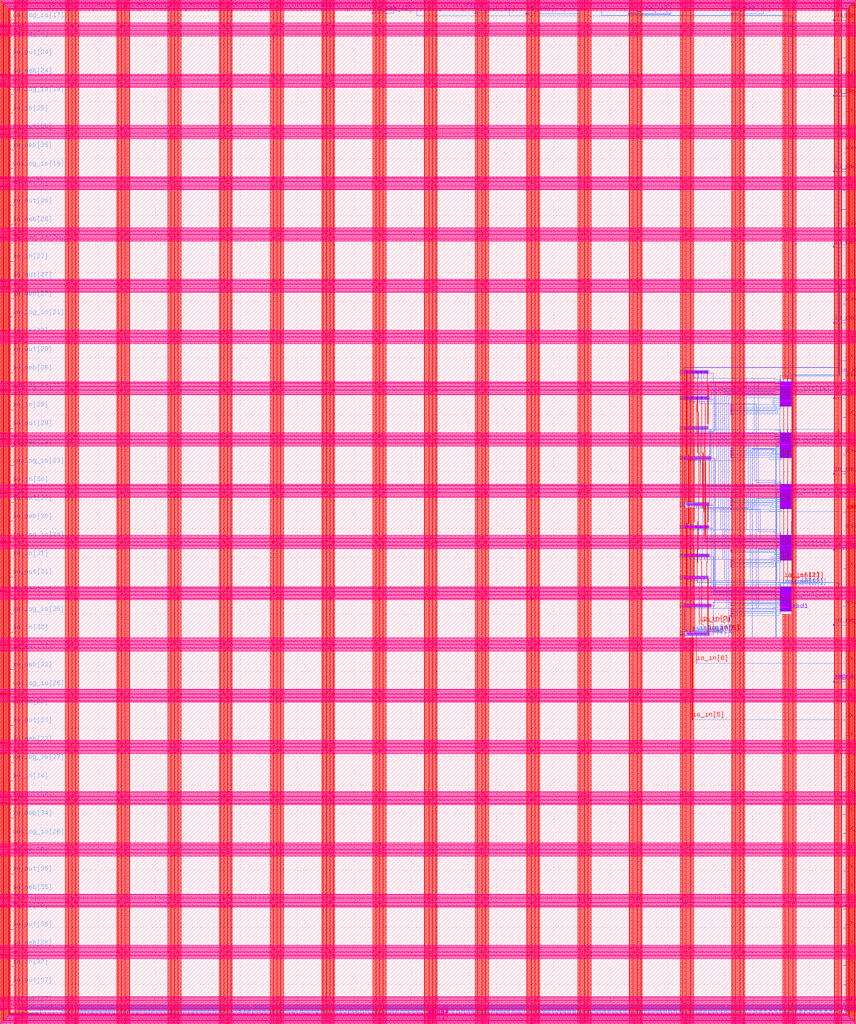
<source format=lef>
VERSION 5.7 ;
  NOWIREEXTENSIONATPIN ON ;
  DIVIDERCHAR "/" ;
  BUSBITCHARS "[]" ;
MACRO sky130_osu_ring_oscillator_mpr2ca_8_b0r1
  CLASS BLOCK ;
  FOREIGN sky130_osu_ring_oscillator_mpr2ca_8_b0r1 ;
  ORIGIN 0.000 0.000 ;
  SIZE 100.725 BY 12.455 ;
  PIN s1
    DIRECTION INPUT ;
    USE SIGNAL ;
    ANTENNAGATEAREA 1.629000 ;
    PORT
      LAYER li1 ;
        RECT 18.465 8.225 18.635 9.495 ;
        RECT 29.690 8.230 29.860 9.500 ;
        RECT 29.690 2.960 29.860 4.230 ;
      LAYER met1 ;
        RECT 18.380 8.400 18.720 8.450 ;
        RECT 18.380 8.395 18.725 8.400 ;
        RECT 18.380 8.365 18.865 8.395 ;
        RECT 20.690 8.365 21.030 8.455 ;
        RECT 18.380 8.190 21.030 8.365 ;
        RECT 18.380 8.170 18.720 8.190 ;
        RECT 20.690 8.175 21.030 8.190 ;
        RECT 29.620 8.400 29.945 8.475 ;
        RECT 29.620 8.230 30.090 8.400 ;
        RECT 29.620 8.150 29.945 8.230 ;
        RECT 29.615 4.930 29.940 5.255 ;
        RECT 29.690 4.260 29.870 4.930 ;
        RECT 29.630 4.230 29.920 4.260 ;
        RECT 29.630 4.060 30.090 4.230 ;
        RECT 29.630 4.030 29.920 4.060 ;
      LAYER met2 ;
        RECT 20.775 9.315 29.860 9.485 ;
        RECT 18.410 8.125 18.690 8.495 ;
        RECT 20.775 8.485 20.945 9.315 ;
        RECT 20.720 8.145 21.000 8.485 ;
        RECT 29.685 8.475 29.860 9.315 ;
        RECT 29.620 8.150 29.945 8.475 ;
        RECT 29.685 5.255 29.860 8.150 ;
        RECT 29.615 4.930 29.940 5.255 ;
      LAYER met3 ;
        RECT 18.380 8.125 18.720 12.455 ;
    END
  END s1
  PIN s2
    DIRECTION INPUT ;
    USE SIGNAL ;
    ANTENNAGATEAREA 1.629000 ;
    PORT
      LAYER li1 ;
        RECT 35.050 8.225 35.220 9.495 ;
        RECT 46.275 8.230 46.445 9.500 ;
        RECT 46.275 2.960 46.445 4.230 ;
      LAYER met1 ;
        RECT 34.965 8.400 35.305 8.450 ;
        RECT 34.965 8.395 35.310 8.400 ;
        RECT 34.965 8.365 35.450 8.395 ;
        RECT 37.275 8.365 37.615 8.455 ;
        RECT 34.965 8.190 37.615 8.365 ;
        RECT 34.965 8.170 35.305 8.190 ;
        RECT 37.275 8.175 37.615 8.190 ;
        RECT 46.205 8.400 46.530 8.475 ;
        RECT 46.205 8.230 46.675 8.400 ;
        RECT 46.205 8.150 46.530 8.230 ;
        RECT 46.200 4.930 46.525 5.255 ;
        RECT 46.275 4.260 46.455 4.930 ;
        RECT 46.215 4.230 46.505 4.260 ;
        RECT 46.215 4.060 46.675 4.230 ;
        RECT 46.215 4.030 46.505 4.060 ;
      LAYER met2 ;
        RECT 37.360 9.315 46.445 9.485 ;
        RECT 34.995 8.125 35.275 8.495 ;
        RECT 37.360 8.485 37.530 9.315 ;
        RECT 37.305 8.145 37.585 8.485 ;
        RECT 46.270 8.475 46.445 9.315 ;
        RECT 46.205 8.150 46.530 8.475 ;
        RECT 46.270 5.255 46.445 8.150 ;
        RECT 46.200 4.930 46.525 5.255 ;
      LAYER met3 ;
        RECT 34.965 8.125 35.305 12.455 ;
    END
  END s2
  PIN s3
    DIRECTION INPUT ;
    USE SIGNAL ;
    ANTENNAGATEAREA 1.629000 ;
    PORT
      LAYER li1 ;
        RECT 51.635 8.225 51.805 9.495 ;
        RECT 62.860 8.230 63.030 9.500 ;
        RECT 62.860 2.960 63.030 4.230 ;
      LAYER met1 ;
        RECT 51.550 8.400 51.890 8.450 ;
        RECT 51.550 8.395 51.895 8.400 ;
        RECT 51.550 8.365 52.035 8.395 ;
        RECT 53.860 8.365 54.200 8.455 ;
        RECT 51.550 8.190 54.200 8.365 ;
        RECT 51.550 8.170 51.890 8.190 ;
        RECT 53.860 8.175 54.200 8.190 ;
        RECT 62.790 8.400 63.115 8.475 ;
        RECT 62.790 8.230 63.260 8.400 ;
        RECT 62.790 8.150 63.115 8.230 ;
        RECT 62.785 4.930 63.110 5.255 ;
        RECT 62.860 4.260 63.040 4.930 ;
        RECT 62.800 4.230 63.090 4.260 ;
        RECT 62.800 4.060 63.260 4.230 ;
        RECT 62.800 4.030 63.090 4.060 ;
      LAYER met2 ;
        RECT 53.945 9.315 63.030 9.485 ;
        RECT 51.580 8.125 51.860 8.495 ;
        RECT 53.945 8.485 54.115 9.315 ;
        RECT 53.890 8.145 54.170 8.485 ;
        RECT 62.855 8.475 63.030 9.315 ;
        RECT 62.790 8.150 63.115 8.475 ;
        RECT 62.855 5.255 63.030 8.150 ;
        RECT 62.785 4.930 63.110 5.255 ;
      LAYER met3 ;
        RECT 51.550 8.125 51.890 12.455 ;
    END
  END s3
  PIN s4
    DIRECTION INPUT ;
    USE SIGNAL ;
    ANTENNAGATEAREA 1.629000 ;
    PORT
      LAYER li1 ;
        RECT 68.220 8.225 68.390 9.495 ;
        RECT 79.445 8.230 79.615 9.500 ;
        RECT 79.445 2.960 79.615 4.230 ;
      LAYER met1 ;
        RECT 68.135 8.400 68.475 8.450 ;
        RECT 68.135 8.395 68.480 8.400 ;
        RECT 68.135 8.365 68.620 8.395 ;
        RECT 70.445 8.365 70.785 8.455 ;
        RECT 68.135 8.190 70.785 8.365 ;
        RECT 68.135 8.170 68.475 8.190 ;
        RECT 70.445 8.175 70.785 8.190 ;
        RECT 79.375 8.400 79.700 8.475 ;
        RECT 79.375 8.230 79.845 8.400 ;
        RECT 79.375 8.150 79.700 8.230 ;
        RECT 79.370 4.930 79.695 5.255 ;
        RECT 79.445 4.260 79.625 4.930 ;
        RECT 79.385 4.230 79.675 4.260 ;
        RECT 79.385 4.060 79.845 4.230 ;
        RECT 79.385 4.030 79.675 4.060 ;
      LAYER met2 ;
        RECT 70.530 9.315 79.615 9.485 ;
        RECT 68.165 8.125 68.445 8.495 ;
        RECT 70.530 8.485 70.700 9.315 ;
        RECT 70.475 8.145 70.755 8.485 ;
        RECT 79.440 8.475 79.615 9.315 ;
        RECT 79.375 8.150 79.700 8.475 ;
        RECT 79.440 5.255 79.615 8.150 ;
        RECT 79.370 4.930 79.695 5.255 ;
      LAYER met3 ;
        RECT 68.135 8.125 68.475 12.455 ;
    END
  END s4
  PIN s5
    DIRECTION INPUT ;
    USE SIGNAL ;
    ANTENNAGATEAREA 1.629000 ;
    PORT
      LAYER li1 ;
        RECT 84.800 8.225 84.970 9.495 ;
        RECT 96.025 8.230 96.195 9.500 ;
        RECT 96.025 2.960 96.195 4.230 ;
      LAYER met1 ;
        RECT 84.715 8.400 85.055 8.450 ;
        RECT 84.715 8.395 85.060 8.400 ;
        RECT 84.715 8.365 85.200 8.395 ;
        RECT 87.025 8.365 87.365 8.455 ;
        RECT 84.715 8.190 87.365 8.365 ;
        RECT 84.715 8.170 85.055 8.190 ;
        RECT 87.025 8.175 87.365 8.190 ;
        RECT 95.955 8.400 96.280 8.475 ;
        RECT 95.955 8.230 96.425 8.400 ;
        RECT 95.955 8.150 96.280 8.230 ;
        RECT 95.950 4.930 96.275 5.255 ;
        RECT 96.025 4.260 96.205 4.930 ;
        RECT 95.965 4.230 96.255 4.260 ;
        RECT 95.965 4.060 96.425 4.230 ;
        RECT 95.965 4.030 96.255 4.060 ;
      LAYER met2 ;
        RECT 87.110 9.315 96.195 9.485 ;
        RECT 84.745 8.125 85.025 8.495 ;
        RECT 87.110 8.485 87.280 9.315 ;
        RECT 87.055 8.145 87.335 8.485 ;
        RECT 96.020 8.475 96.195 9.315 ;
        RECT 95.955 8.150 96.280 8.475 ;
        RECT 96.020 5.255 96.195 8.150 ;
        RECT 95.950 4.930 96.275 5.255 ;
      LAYER met3 ;
        RECT 84.715 8.125 85.055 12.455 ;
    END
  END s5
  PIN X5_Y1
    DIRECTION OUTPUT ;
    USE SIGNAL ;
    ANTENNADIFFAREA 0.479650 ;
    PORT
      LAYER li1 ;
        RECT 100.180 4.015 100.355 5.160 ;
        RECT 100.180 3.580 100.350 4.015 ;
        RECT 100.185 1.870 100.355 2.380 ;
      LAYER met1 ;
        RECT 100.120 3.545 100.410 3.780 ;
        RECT 100.120 3.540 100.350 3.545 ;
        RECT 100.180 2.440 100.350 3.540 ;
        RECT 100.120 2.180 100.415 2.440 ;
    END
  END X5_Y1
  PIN X4_Y1
    DIRECTION OUTPUT ;
    USE SIGNAL ;
    ANTENNADIFFAREA 0.479650 ;
    PORT
      LAYER li1 ;
        RECT 83.600 4.015 83.775 5.160 ;
        RECT 83.600 3.580 83.770 4.015 ;
        RECT 83.605 1.870 83.775 2.380 ;
      LAYER met1 ;
        RECT 83.540 3.545 83.830 3.780 ;
        RECT 83.540 3.540 83.770 3.545 ;
        RECT 83.600 2.440 83.770 3.540 ;
        RECT 83.540 2.180 83.835 2.440 ;
    END
  END X4_Y1
  PIN X3_Y1
    DIRECTION OUTPUT ;
    USE SIGNAL ;
    ANTENNADIFFAREA 0.479650 ;
    PORT
      LAYER li1 ;
        RECT 67.015 4.015 67.190 5.160 ;
        RECT 67.015 3.580 67.185 4.015 ;
        RECT 67.020 1.870 67.190 2.380 ;
      LAYER met1 ;
        RECT 66.955 3.545 67.245 3.780 ;
        RECT 66.955 3.540 67.185 3.545 ;
        RECT 67.015 2.440 67.185 3.540 ;
        RECT 66.955 2.180 67.250 2.440 ;
    END
  END X3_Y1
  PIN X2_Y1
    DIRECTION OUTPUT ;
    USE SIGNAL ;
    ANTENNADIFFAREA 0.479650 ;
    PORT
      LAYER li1 ;
        RECT 50.430 4.015 50.605 5.160 ;
        RECT 50.430 3.580 50.600 4.015 ;
        RECT 50.435 1.870 50.605 2.380 ;
      LAYER met1 ;
        RECT 50.370 3.545 50.660 3.780 ;
        RECT 50.370 3.540 50.600 3.545 ;
        RECT 50.430 2.440 50.600 3.540 ;
        RECT 50.370 2.180 50.665 2.440 ;
    END
  END X2_Y1
  PIN X1_Y1
    DIRECTION OUTPUT ;
    USE SIGNAL ;
    ANTENNADIFFAREA 0.479650 ;
    PORT
      LAYER li1 ;
        RECT 33.845 4.015 34.020 5.160 ;
        RECT 33.845 3.580 34.015 4.015 ;
        RECT 33.850 1.870 34.020 2.380 ;
      LAYER met1 ;
        RECT 33.785 3.545 34.075 3.780 ;
        RECT 33.785 3.540 34.015 3.545 ;
        RECT 33.845 2.440 34.015 3.540 ;
        RECT 33.785 2.180 34.080 2.440 ;
    END
  END X1_Y1
  PIN start
    DIRECTION INPUT ;
    USE SIGNAL ;
    ANTENNAGATEAREA 0.543000 ;
    PORT
      LAYER li1 ;
        RECT 15.235 8.225 15.405 9.495 ;
      LAYER met1 ;
        RECT 15.175 8.395 15.470 8.425 ;
        RECT 15.175 8.225 15.635 8.395 ;
        RECT 15.175 8.195 15.470 8.225 ;
    END
  END start
  PIN vccd1
    DIRECTION INOUT ;
    USE POWER ;
    PORT
      LAYER nwell ;
        RECT 17.765 8.735 21.310 8.740 ;
        RECT 14.985 8.130 21.310 8.735 ;
        RECT 28.535 8.130 37.895 8.740 ;
        RECT 45.120 8.130 54.480 8.740 ;
        RECT 61.705 8.130 71.065 8.740 ;
        RECT 78.290 8.130 87.645 8.740 ;
        RECT 14.985 7.620 21.330 8.130 ;
        RECT 14.995 7.135 21.330 7.620 ;
        RECT 28.535 7.135 37.915 8.130 ;
        RECT 45.120 7.135 54.500 8.130 ;
        RECT 61.705 7.135 71.085 8.130 ;
        RECT 78.290 7.135 87.665 8.130 ;
        RECT 94.870 7.135 100.725 8.740 ;
        RECT 14.995 5.425 100.725 7.135 ;
        RECT 14.985 4.305 100.725 5.425 ;
        RECT 14.985 3.715 21.005 4.305 ;
        RECT 28.695 3.720 37.590 4.305 ;
        RECT 45.280 3.720 54.175 4.305 ;
        RECT 61.865 3.720 70.760 4.305 ;
        RECT 78.450 3.720 87.340 4.305 ;
        RECT 95.030 3.720 100.725 4.305 ;
        RECT 34.240 3.715 37.590 3.720 ;
        RECT 50.810 3.715 54.175 3.720 ;
        RECT 67.405 3.715 70.760 3.720 ;
        RECT 83.960 3.715 87.340 3.720 ;
        RECT 17.800 3.710 20.775 3.715 ;
        RECT 34.385 3.710 37.360 3.715 ;
        RECT 50.810 3.710 53.945 3.715 ;
        RECT 67.405 3.710 70.530 3.715 ;
        RECT 83.960 3.710 87.110 3.715 ;
      LAYER li1 ;
        RECT 17.040 10.035 17.215 10.585 ;
        RECT 17.040 8.435 17.210 10.035 ;
        RECT 15.225 7.025 15.395 7.755 ;
        RECT 17.040 7.295 17.215 8.435 ;
        RECT 17.040 7.025 17.210 7.295 ;
        RECT 18.455 7.025 18.625 7.755 ;
        RECT 29.680 7.030 29.850 7.760 ;
        RECT 32.425 7.030 32.595 7.760 ;
        RECT 33.415 7.030 33.585 7.760 ;
        RECT 35.040 7.030 35.210 7.755 ;
        RECT 46.265 7.030 46.435 7.760 ;
        RECT 49.010 7.030 49.180 7.760 ;
        RECT 50.000 7.030 50.170 7.760 ;
        RECT 51.625 7.030 51.795 7.755 ;
        RECT 62.850 7.030 63.020 7.760 ;
        RECT 65.595 7.030 65.765 7.760 ;
        RECT 66.585 7.030 66.755 7.760 ;
        RECT 68.210 7.030 68.380 7.755 ;
        RECT 79.435 7.030 79.605 7.760 ;
        RECT 82.180 7.030 82.350 7.760 ;
        RECT 83.170 7.030 83.340 7.760 ;
        RECT 84.790 7.030 84.960 7.755 ;
        RECT 96.015 7.030 96.185 7.760 ;
        RECT 98.760 7.030 98.930 7.760 ;
        RECT 99.750 7.030 99.920 7.760 ;
        RECT 0.000 5.805 21.620 7.025 ;
        RECT 22.710 5.805 23.040 6.525 ;
        RECT 23.725 5.805 24.005 6.265 ;
        RECT 24.870 5.805 25.140 6.585 ;
        RECT 25.690 5.805 26.060 6.185 ;
        RECT 28.450 5.965 38.205 7.030 ;
        RECT 28.320 5.805 38.205 5.965 ;
        RECT 39.295 5.805 39.625 6.525 ;
        RECT 40.310 5.805 40.590 6.265 ;
        RECT 41.455 5.805 41.725 6.585 ;
        RECT 42.275 5.805 42.645 6.185 ;
        RECT 45.035 5.965 54.790 7.030 ;
        RECT 44.905 5.805 54.790 5.965 ;
        RECT 55.880 5.805 56.210 6.525 ;
        RECT 56.895 5.805 57.175 6.265 ;
        RECT 58.040 5.805 58.310 6.585 ;
        RECT 58.860 5.805 59.230 6.185 ;
        RECT 61.620 5.965 71.375 7.030 ;
        RECT 61.490 5.805 71.375 5.965 ;
        RECT 72.465 5.805 72.795 6.525 ;
        RECT 73.480 5.805 73.760 6.265 ;
        RECT 74.625 5.805 74.895 6.585 ;
        RECT 75.445 5.805 75.815 6.185 ;
        RECT 78.205 5.965 87.960 7.030 ;
        RECT 78.075 5.805 87.960 5.965 ;
        RECT 89.045 5.805 89.375 6.525 ;
        RECT 90.060 5.805 90.340 6.265 ;
        RECT 91.205 5.805 91.475 6.585 ;
        RECT 92.025 5.805 92.395 6.185 ;
        RECT 94.785 5.965 100.725 7.030 ;
        RECT 94.655 5.805 100.725 5.965 ;
        RECT 0.000 5.635 100.725 5.805 ;
        RECT 0.000 5.425 21.620 5.635 ;
        RECT 21.295 5.125 21.555 5.425 ;
        RECT 22.520 5.135 23.140 5.635 ;
        RECT 22.940 4.955 23.140 5.135 ;
        RECT 23.950 5.095 24.170 5.635 ;
        RECT 24.820 4.985 25.430 5.635 ;
        RECT 26.250 5.095 26.510 5.635 ;
        RECT 27.990 5.430 38.205 5.635 ;
        RECT 25.250 4.955 25.440 4.985 ;
        RECT 22.940 4.765 23.270 4.955 ;
        RECT 25.250 4.715 25.580 4.955 ;
        RECT 27.990 4.495 28.320 5.430 ;
        RECT 29.680 4.700 29.850 5.430 ;
        RECT 32.425 4.700 32.595 5.430 ;
        RECT 33.415 4.700 33.585 5.430 ;
        RECT 34.225 5.425 38.205 5.430 ;
        RECT 37.880 5.125 38.140 5.425 ;
        RECT 39.105 5.135 39.725 5.635 ;
        RECT 39.525 4.955 39.725 5.135 ;
        RECT 40.535 5.095 40.755 5.635 ;
        RECT 41.405 4.985 42.015 5.635 ;
        RECT 42.835 5.095 43.095 5.635 ;
        RECT 44.575 5.430 54.790 5.635 ;
        RECT 41.835 4.955 42.025 4.985 ;
        RECT 39.525 4.765 39.855 4.955 ;
        RECT 41.835 4.715 42.165 4.955 ;
        RECT 44.575 4.495 44.905 5.430 ;
        RECT 46.265 4.700 46.435 5.430 ;
        RECT 49.010 4.700 49.180 5.430 ;
        RECT 50.000 4.700 50.170 5.430 ;
        RECT 50.805 5.425 54.790 5.430 ;
        RECT 54.465 5.125 54.725 5.425 ;
        RECT 55.690 5.135 56.310 5.635 ;
        RECT 56.110 4.955 56.310 5.135 ;
        RECT 57.120 5.095 57.340 5.635 ;
        RECT 57.990 4.985 58.600 5.635 ;
        RECT 59.420 5.095 59.680 5.635 ;
        RECT 61.160 5.430 71.375 5.635 ;
        RECT 58.420 4.955 58.610 4.985 ;
        RECT 56.110 4.765 56.440 4.955 ;
        RECT 58.420 4.715 58.750 4.955 ;
        RECT 61.160 4.495 61.490 5.430 ;
        RECT 62.850 4.700 63.020 5.430 ;
        RECT 65.595 4.700 65.765 5.430 ;
        RECT 66.585 4.700 66.755 5.430 ;
        RECT 67.385 5.425 71.375 5.430 ;
        RECT 71.050 5.125 71.310 5.425 ;
        RECT 72.275 5.135 72.895 5.635 ;
        RECT 72.695 4.955 72.895 5.135 ;
        RECT 73.705 5.095 73.925 5.635 ;
        RECT 74.575 4.985 75.185 5.635 ;
        RECT 76.005 5.095 76.265 5.635 ;
        RECT 77.745 5.430 87.960 5.635 ;
        RECT 75.005 4.955 75.195 4.985 ;
        RECT 72.695 4.765 73.025 4.955 ;
        RECT 75.005 4.715 75.335 4.955 ;
        RECT 77.745 4.495 78.075 5.430 ;
        RECT 79.435 4.700 79.605 5.430 ;
        RECT 82.180 4.700 82.350 5.430 ;
        RECT 83.170 4.700 83.340 5.430 ;
        RECT 83.965 5.425 87.955 5.430 ;
        RECT 87.630 5.125 87.890 5.425 ;
        RECT 88.855 5.135 89.475 5.635 ;
        RECT 89.275 4.955 89.475 5.135 ;
        RECT 90.285 5.095 90.505 5.635 ;
        RECT 91.155 4.985 91.765 5.635 ;
        RECT 92.585 5.095 92.845 5.635 ;
        RECT 94.325 5.430 100.725 5.635 ;
        RECT 91.585 4.955 91.775 4.985 ;
        RECT 89.275 4.765 89.605 4.955 ;
        RECT 91.585 4.715 91.915 4.955 ;
        RECT 94.325 4.495 94.655 5.430 ;
        RECT 96.015 4.700 96.185 5.430 ;
        RECT 98.760 4.700 98.930 5.430 ;
        RECT 99.750 4.700 99.920 5.430 ;
      LAYER met1 ;
        RECT 16.980 9.135 17.270 9.165 ;
        RECT 16.810 8.965 17.270 9.135 ;
        RECT 16.980 8.935 17.270 8.965 ;
        RECT 0.000 5.965 21.620 7.025 ;
        RECT 23.130 5.965 23.280 5.970 ;
        RECT 28.450 5.965 38.205 7.030 ;
        RECT 39.715 5.965 39.865 5.970 ;
        RECT 45.035 5.965 54.790 7.030 ;
        RECT 56.300 5.965 56.450 5.970 ;
        RECT 61.620 5.965 71.375 7.030 ;
        RECT 72.885 5.965 73.035 5.970 ;
        RECT 78.205 5.965 87.960 7.030 ;
        RECT 89.465 5.965 89.615 5.970 ;
        RECT 94.785 5.965 100.725 7.030 ;
        RECT 0.000 5.485 100.725 5.965 ;
        RECT 0.000 5.425 21.620 5.485 ;
        RECT 28.320 5.430 38.205 5.485 ;
        RECT 44.905 5.430 54.790 5.485 ;
        RECT 61.490 5.430 71.375 5.485 ;
        RECT 78.075 5.430 87.960 5.485 ;
        RECT 94.655 5.430 100.725 5.485 ;
        RECT 34.225 5.425 38.205 5.430 ;
        RECT 50.805 5.425 54.790 5.430 ;
        RECT 67.385 5.425 71.375 5.430 ;
        RECT 83.965 5.425 87.955 5.430 ;
    END
  END vccd1
  PIN vssd1
    DIRECTION INOUT ;
    USE GROUND ;
    PORT
      LAYER li1 ;
        RECT 0.055 10.855 100.725 12.455 ;
        RECT 15.225 10.225 15.395 10.855 ;
        RECT 18.455 10.225 18.625 10.855 ;
        RECT 19.410 10.305 19.580 10.585 ;
        RECT 19.410 10.135 19.640 10.305 ;
        RECT 19.470 8.525 19.640 10.135 ;
        RECT 21.515 8.525 21.765 10.855 ;
        RECT 22.040 8.525 22.315 10.855 ;
        RECT 22.590 8.525 22.865 10.855 ;
        RECT 23.140 8.525 23.415 10.855 ;
        RECT 23.690 8.525 23.965 10.855 ;
        RECT 24.240 8.525 24.515 10.855 ;
        RECT 24.790 8.525 25.065 10.855 ;
        RECT 25.340 8.525 25.615 10.855 ;
        RECT 25.890 8.525 26.165 10.855 ;
        RECT 26.440 8.525 26.715 10.855 ;
        RECT 26.990 8.525 27.265 10.855 ;
        RECT 27.540 8.525 27.815 10.855 ;
        RECT 28.090 8.525 28.435 10.855 ;
        RECT 29.680 10.230 29.850 10.855 ;
        RECT 32.425 10.230 32.595 10.855 ;
        RECT 33.415 10.230 33.585 10.855 ;
        RECT 35.040 10.225 35.210 10.855 ;
        RECT 35.995 10.305 36.165 10.585 ;
        RECT 35.995 10.135 36.225 10.305 ;
        RECT 36.055 8.525 36.225 10.135 ;
        RECT 38.100 8.525 38.350 10.855 ;
        RECT 38.625 8.525 38.900 10.855 ;
        RECT 39.175 8.525 39.450 10.855 ;
        RECT 39.725 8.525 40.000 10.855 ;
        RECT 40.275 8.525 40.550 10.855 ;
        RECT 40.825 8.525 41.100 10.855 ;
        RECT 41.375 8.525 41.650 10.855 ;
        RECT 41.925 8.525 42.200 10.855 ;
        RECT 42.475 8.525 42.750 10.855 ;
        RECT 43.025 8.525 43.300 10.855 ;
        RECT 43.575 8.525 43.850 10.855 ;
        RECT 44.125 8.525 44.400 10.855 ;
        RECT 44.675 8.525 45.020 10.855 ;
        RECT 46.265 10.230 46.435 10.855 ;
        RECT 49.010 10.230 49.180 10.855 ;
        RECT 50.000 10.230 50.170 10.855 ;
        RECT 51.625 10.225 51.795 10.855 ;
        RECT 52.580 10.305 52.750 10.585 ;
        RECT 52.580 10.135 52.810 10.305 ;
        RECT 52.640 8.525 52.810 10.135 ;
        RECT 54.685 8.525 54.935 10.855 ;
        RECT 55.210 8.525 55.485 10.855 ;
        RECT 55.760 8.525 56.035 10.855 ;
        RECT 56.310 8.525 56.585 10.855 ;
        RECT 56.860 8.525 57.135 10.855 ;
        RECT 57.410 8.525 57.685 10.855 ;
        RECT 57.960 8.525 58.235 10.855 ;
        RECT 58.510 8.525 58.785 10.855 ;
        RECT 59.060 8.525 59.335 10.855 ;
        RECT 59.610 8.525 59.885 10.855 ;
        RECT 60.160 8.525 60.435 10.855 ;
        RECT 60.710 8.525 60.985 10.855 ;
        RECT 61.260 8.525 61.605 10.855 ;
        RECT 62.850 10.230 63.020 10.855 ;
        RECT 65.595 10.230 65.765 10.855 ;
        RECT 66.585 10.230 66.755 10.855 ;
        RECT 68.210 10.225 68.380 10.855 ;
        RECT 69.165 10.305 69.335 10.585 ;
        RECT 69.165 10.135 69.395 10.305 ;
        RECT 69.225 8.525 69.395 10.135 ;
        RECT 71.270 8.525 71.520 10.855 ;
        RECT 71.795 8.525 72.070 10.855 ;
        RECT 72.345 8.525 72.620 10.855 ;
        RECT 72.895 8.525 73.170 10.855 ;
        RECT 73.445 8.525 73.720 10.855 ;
        RECT 73.995 8.525 74.270 10.855 ;
        RECT 74.545 8.525 74.820 10.855 ;
        RECT 75.095 8.525 75.370 10.855 ;
        RECT 75.645 8.525 75.920 10.855 ;
        RECT 76.195 8.525 76.470 10.855 ;
        RECT 76.745 8.525 77.020 10.855 ;
        RECT 77.295 8.525 77.570 10.855 ;
        RECT 77.845 8.525 78.190 10.855 ;
        RECT 79.435 10.230 79.605 10.855 ;
        RECT 82.180 10.230 82.350 10.855 ;
        RECT 83.170 10.230 83.340 10.855 ;
        RECT 84.790 10.225 84.960 10.855 ;
        RECT 85.745 10.305 85.915 10.585 ;
        RECT 85.745 10.135 85.975 10.305 ;
        RECT 85.805 8.525 85.975 10.135 ;
        RECT 87.850 8.525 88.100 10.855 ;
        RECT 88.375 8.525 88.650 10.855 ;
        RECT 88.925 8.525 89.200 10.855 ;
        RECT 89.475 8.525 89.750 10.855 ;
        RECT 90.025 8.525 90.300 10.855 ;
        RECT 90.575 8.525 90.850 10.855 ;
        RECT 91.125 8.525 91.400 10.855 ;
        RECT 91.675 8.525 91.950 10.855 ;
        RECT 92.225 8.525 92.500 10.855 ;
        RECT 92.775 8.525 93.050 10.855 ;
        RECT 93.325 8.525 93.600 10.855 ;
        RECT 93.875 8.525 94.150 10.855 ;
        RECT 94.425 8.525 94.770 10.855 ;
        RECT 96.015 10.230 96.185 10.855 ;
        RECT 98.760 10.230 98.930 10.855 ;
        RECT 99.750 10.230 99.920 10.855 ;
        RECT 19.410 8.355 19.640 8.525 ;
        RECT 21.380 8.355 28.435 8.525 ;
        RECT 35.995 8.355 36.225 8.525 ;
        RECT 37.965 8.355 45.020 8.525 ;
        RECT 52.580 8.355 52.810 8.525 ;
        RECT 54.550 8.355 61.605 8.525 ;
        RECT 69.165 8.355 69.395 8.525 ;
        RECT 71.135 8.355 78.190 8.525 ;
        RECT 85.745 8.355 85.975 8.525 ;
        RECT 87.715 8.355 94.770 8.525 ;
        RECT 19.410 7.295 19.580 8.355 ;
        RECT 22.790 7.895 23.040 8.355 ;
        RECT 24.860 7.955 25.190 8.355 ;
        RECT 26.950 7.845 27.400 8.355 ;
        RECT 22.940 7.115 23.280 7.365 ;
        RECT 25.160 7.115 25.490 7.445 ;
        RECT 35.995 7.295 36.165 8.355 ;
        RECT 39.375 7.895 39.625 8.355 ;
        RECT 41.445 7.955 41.775 8.355 ;
        RECT 43.535 7.845 43.985 8.355 ;
        RECT 39.525 7.115 39.865 7.365 ;
        RECT 41.745 7.115 42.075 7.445 ;
        RECT 52.580 7.295 52.750 8.355 ;
        RECT 55.960 7.895 56.210 8.355 ;
        RECT 58.030 7.955 58.360 8.355 ;
        RECT 60.120 7.845 60.570 8.355 ;
        RECT 56.110 7.115 56.450 7.365 ;
        RECT 58.330 7.115 58.660 7.445 ;
        RECT 69.165 7.295 69.335 8.355 ;
        RECT 72.545 7.895 72.795 8.355 ;
        RECT 74.615 7.955 74.945 8.355 ;
        RECT 76.705 7.845 77.155 8.355 ;
        RECT 72.695 7.115 73.035 7.365 ;
        RECT 74.915 7.115 75.245 7.445 ;
        RECT 85.745 7.295 85.915 8.355 ;
        RECT 89.125 7.895 89.375 8.355 ;
        RECT 91.195 7.955 91.525 8.355 ;
        RECT 93.285 7.845 93.735 8.355 ;
        RECT 89.275 7.115 89.615 7.365 ;
        RECT 91.495 7.115 91.825 7.445 ;
      LAYER met1 ;
        RECT 0.055 10.855 100.725 12.455 ;
        RECT 19.245 8.805 19.415 10.855 ;
        RECT 19.245 8.775 19.700 8.805 ;
        RECT 19.235 8.605 19.700 8.775 ;
        RECT 21.515 8.685 21.765 10.855 ;
        RECT 22.040 8.685 22.315 10.855 ;
        RECT 22.590 8.685 22.865 10.855 ;
        RECT 23.140 8.685 23.415 10.855 ;
        RECT 23.690 8.685 23.965 10.855 ;
        RECT 24.240 8.685 24.515 10.855 ;
        RECT 24.790 8.685 25.065 10.855 ;
        RECT 25.340 8.685 25.615 10.855 ;
        RECT 25.890 8.685 26.165 10.855 ;
        RECT 26.440 8.685 26.715 10.855 ;
        RECT 26.990 8.685 27.265 10.855 ;
        RECT 27.540 8.685 27.815 10.855 ;
        RECT 28.090 8.685 28.435 10.855 ;
        RECT 35.830 8.805 36.000 10.855 ;
        RECT 35.830 8.775 36.285 8.805 ;
        RECT 19.245 8.600 19.700 8.605 ;
        RECT 19.410 8.575 19.700 8.600 ;
        RECT 21.380 8.325 28.435 8.685 ;
        RECT 35.820 8.605 36.285 8.775 ;
        RECT 38.100 8.685 38.350 10.855 ;
        RECT 38.625 8.685 38.900 10.855 ;
        RECT 39.175 8.685 39.450 10.855 ;
        RECT 39.725 8.685 40.000 10.855 ;
        RECT 40.275 8.685 40.550 10.855 ;
        RECT 40.825 8.685 41.100 10.855 ;
        RECT 41.375 8.685 41.650 10.855 ;
        RECT 41.925 8.685 42.200 10.855 ;
        RECT 42.475 8.685 42.750 10.855 ;
        RECT 43.025 8.685 43.300 10.855 ;
        RECT 43.575 8.685 43.850 10.855 ;
        RECT 44.125 8.685 44.400 10.855 ;
        RECT 44.675 8.685 45.020 10.855 ;
        RECT 52.415 8.805 52.585 10.855 ;
        RECT 52.415 8.775 52.870 8.805 ;
        RECT 35.830 8.600 36.285 8.605 ;
        RECT 35.995 8.575 36.285 8.600 ;
        RECT 37.965 8.325 45.020 8.685 ;
        RECT 52.405 8.605 52.870 8.775 ;
        RECT 54.685 8.685 54.935 10.855 ;
        RECT 55.210 8.685 55.485 10.855 ;
        RECT 55.760 8.685 56.035 10.855 ;
        RECT 56.310 8.685 56.585 10.855 ;
        RECT 56.860 8.685 57.135 10.855 ;
        RECT 57.410 8.685 57.685 10.855 ;
        RECT 57.960 8.685 58.235 10.855 ;
        RECT 58.510 8.685 58.785 10.855 ;
        RECT 59.060 8.685 59.335 10.855 ;
        RECT 59.610 8.685 59.885 10.855 ;
        RECT 60.160 8.685 60.435 10.855 ;
        RECT 60.710 8.685 60.985 10.855 ;
        RECT 61.260 8.685 61.605 10.855 ;
        RECT 69.000 8.805 69.170 10.855 ;
        RECT 69.000 8.775 69.455 8.805 ;
        RECT 52.415 8.600 52.870 8.605 ;
        RECT 52.580 8.575 52.870 8.600 ;
        RECT 54.550 8.325 61.605 8.685 ;
        RECT 68.990 8.605 69.455 8.775 ;
        RECT 71.270 8.685 71.520 10.855 ;
        RECT 71.795 8.685 72.070 10.855 ;
        RECT 72.345 8.685 72.620 10.855 ;
        RECT 72.895 8.685 73.170 10.855 ;
        RECT 73.445 8.685 73.720 10.855 ;
        RECT 73.995 8.685 74.270 10.855 ;
        RECT 74.545 8.685 74.820 10.855 ;
        RECT 75.095 8.685 75.370 10.855 ;
        RECT 75.645 8.685 75.920 10.855 ;
        RECT 76.195 8.685 76.470 10.855 ;
        RECT 76.745 8.685 77.020 10.855 ;
        RECT 77.295 8.685 77.570 10.855 ;
        RECT 77.845 8.685 78.190 10.855 ;
        RECT 85.580 8.805 85.750 10.855 ;
        RECT 85.580 8.775 86.035 8.805 ;
        RECT 69.000 8.600 69.455 8.605 ;
        RECT 69.165 8.575 69.455 8.600 ;
        RECT 71.135 8.325 78.190 8.685 ;
        RECT 85.570 8.605 86.035 8.775 ;
        RECT 87.850 8.685 88.100 10.855 ;
        RECT 88.375 8.685 88.650 10.855 ;
        RECT 88.925 8.685 89.200 10.855 ;
        RECT 89.475 8.685 89.750 10.855 ;
        RECT 90.025 8.685 90.300 10.855 ;
        RECT 90.575 8.685 90.850 10.855 ;
        RECT 91.125 8.685 91.400 10.855 ;
        RECT 91.675 8.685 91.950 10.855 ;
        RECT 92.225 8.685 92.500 10.855 ;
        RECT 92.775 8.685 93.050 10.855 ;
        RECT 93.325 8.685 93.600 10.855 ;
        RECT 93.875 8.685 94.150 10.855 ;
        RECT 94.425 8.685 94.770 10.855 ;
        RECT 85.580 8.600 86.035 8.605 ;
        RECT 85.745 8.575 86.035 8.600 ;
        RECT 87.715 8.325 94.770 8.685 ;
        RECT 22.980 7.945 23.120 8.325 ;
        RECT 23.910 7.945 24.340 8.045 ;
        RECT 39.565 7.945 39.705 8.325 ;
        RECT 40.495 7.945 40.925 8.045 ;
        RECT 56.150 7.945 56.290 8.325 ;
        RECT 57.080 7.945 57.510 8.045 ;
        RECT 72.735 7.945 72.875 8.325 ;
        RECT 73.665 7.945 74.095 8.045 ;
        RECT 89.315 7.945 89.455 8.325 ;
        RECT 90.245 7.945 90.675 8.045 ;
        RECT 22.980 7.805 25.330 7.945 ;
        RECT 22.980 7.365 23.120 7.805 ;
        RECT 23.920 7.775 24.200 7.805 ;
        RECT 23.940 7.745 24.200 7.775 ;
        RECT 25.190 7.365 25.330 7.805 ;
        RECT 39.565 7.805 41.915 7.945 ;
        RECT 39.565 7.365 39.705 7.805 ;
        RECT 40.505 7.775 40.785 7.805 ;
        RECT 40.525 7.745 40.785 7.775 ;
        RECT 41.775 7.365 41.915 7.805 ;
        RECT 56.150 7.805 58.500 7.945 ;
        RECT 56.150 7.365 56.290 7.805 ;
        RECT 57.090 7.775 57.370 7.805 ;
        RECT 57.110 7.745 57.370 7.775 ;
        RECT 58.360 7.365 58.500 7.805 ;
        RECT 72.735 7.805 75.085 7.945 ;
        RECT 72.735 7.365 72.875 7.805 ;
        RECT 73.675 7.775 73.955 7.805 ;
        RECT 73.695 7.745 73.955 7.775 ;
        RECT 74.945 7.365 75.085 7.805 ;
        RECT 89.315 7.805 91.665 7.945 ;
        RECT 89.315 7.365 89.455 7.805 ;
        RECT 90.255 7.775 90.535 7.805 ;
        RECT 90.275 7.745 90.535 7.775 ;
        RECT 91.525 7.365 91.665 7.805 ;
        RECT 22.900 7.135 23.190 7.365 ;
        RECT 25.110 7.135 25.400 7.365 ;
        RECT 39.485 7.135 39.775 7.365 ;
        RECT 41.695 7.135 41.985 7.365 ;
        RECT 56.070 7.135 56.360 7.365 ;
        RECT 58.280 7.135 58.570 7.365 ;
        RECT 72.655 7.135 72.945 7.365 ;
        RECT 74.865 7.135 75.155 7.365 ;
        RECT 89.235 7.135 89.525 7.365 ;
        RECT 91.445 7.135 91.735 7.365 ;
      LAYER met2 ;
        RECT 23.920 7.715 24.200 8.095 ;
        RECT 40.505 7.715 40.785 8.095 ;
        RECT 57.090 7.715 57.370 8.095 ;
        RECT 73.675 7.715 73.955 8.095 ;
        RECT 90.255 7.715 90.535 8.095 ;
      LAYER met3 ;
        RECT 23.860 8.095 24.200 8.195 ;
        RECT 40.445 8.095 40.785 8.195 ;
        RECT 57.030 8.095 57.370 8.195 ;
        RECT 73.615 8.095 73.955 8.195 ;
        RECT 90.195 8.095 90.535 8.195 ;
        RECT 23.860 8.085 24.220 8.095 ;
        RECT 40.445 8.085 40.805 8.095 ;
        RECT 57.030 8.085 57.390 8.095 ;
        RECT 73.615 8.085 73.975 8.095 ;
        RECT 90.195 8.085 90.555 8.095 ;
        RECT 23.420 8.065 24.220 8.085 ;
        RECT 40.005 8.065 40.805 8.085 ;
        RECT 56.590 8.065 57.390 8.085 ;
        RECT 73.175 8.065 73.975 8.085 ;
        RECT 89.755 8.065 90.555 8.085 ;
        RECT 23.420 7.785 24.225 8.065 ;
        RECT 40.005 7.785 40.810 8.065 ;
        RECT 56.590 7.785 57.395 8.065 ;
        RECT 73.175 7.785 73.980 8.065 ;
        RECT 89.755 7.785 90.560 8.065 ;
        RECT 23.880 7.755 24.225 7.785 ;
        RECT 40.465 7.755 40.810 7.785 ;
        RECT 57.050 7.755 57.395 7.785 ;
        RECT 73.635 7.755 73.980 7.785 ;
        RECT 90.215 7.755 90.560 7.785 ;
        RECT 23.890 7.725 24.225 7.755 ;
        RECT 40.475 7.725 40.810 7.755 ;
        RECT 57.060 7.725 57.395 7.755 ;
        RECT 73.645 7.725 73.980 7.755 ;
        RECT 90.225 7.725 90.560 7.755 ;
    END
    PORT
      LAYER li1 ;
        RECT 21.300 3.355 21.555 3.905 ;
        RECT 21.300 3.095 21.560 3.355 ;
        RECT 23.890 3.095 24.220 3.545 ;
        RECT 26.270 3.095 26.520 3.625 ;
        RECT 27.140 3.095 27.380 3.895 ;
        RECT 28.050 3.095 28.320 3.895 ;
        RECT 37.885 3.355 38.140 3.905 ;
        RECT 37.885 3.095 38.145 3.355 ;
        RECT 40.475 3.095 40.805 3.545 ;
        RECT 42.855 3.095 43.105 3.625 ;
        RECT 43.725 3.095 43.965 3.895 ;
        RECT 44.635 3.095 44.905 3.895 ;
        RECT 54.470 3.355 54.725 3.905 ;
        RECT 54.470 3.095 54.730 3.355 ;
        RECT 57.060 3.095 57.390 3.545 ;
        RECT 59.440 3.095 59.690 3.625 ;
        RECT 60.310 3.095 60.550 3.895 ;
        RECT 61.220 3.095 61.490 3.895 ;
        RECT 71.055 3.355 71.310 3.905 ;
        RECT 71.055 3.095 71.315 3.355 ;
        RECT 73.645 3.095 73.975 3.545 ;
        RECT 76.025 3.095 76.275 3.625 ;
        RECT 76.895 3.095 77.135 3.895 ;
        RECT 77.805 3.095 78.075 3.895 ;
        RECT 87.635 3.355 87.890 3.905 ;
        RECT 87.635 3.095 87.895 3.355 ;
        RECT 90.225 3.095 90.555 3.545 ;
        RECT 92.605 3.095 92.855 3.625 ;
        RECT 93.475 3.095 93.715 3.895 ;
        RECT 94.385 3.095 94.655 3.895 ;
        RECT 21.220 2.925 28.610 3.095 ;
        RECT 37.805 2.925 45.195 3.095 ;
        RECT 54.390 2.925 61.780 3.095 ;
        RECT 70.975 2.925 78.365 3.095 ;
        RECT 87.555 2.925 94.945 3.095 ;
        RECT 21.265 1.600 21.525 2.925 ;
        RECT 21.815 1.600 22.075 2.925 ;
        RECT 22.355 1.600 22.615 2.925 ;
        RECT 22.895 1.600 23.135 2.925 ;
        RECT 23.435 1.600 23.675 2.925 ;
        RECT 23.955 1.600 24.195 2.925 ;
        RECT 24.475 1.600 24.715 2.925 ;
        RECT 24.995 1.600 25.235 2.925 ;
        RECT 25.515 1.600 25.755 2.925 ;
        RECT 25.995 1.600 26.235 2.925 ;
        RECT 26.475 1.600 26.715 2.925 ;
        RECT 26.955 1.600 27.195 2.925 ;
        RECT 27.435 1.600 27.675 2.925 ;
        RECT 27.915 1.600 28.155 2.925 ;
        RECT 28.395 1.600 28.610 2.925 ;
        RECT 29.680 1.600 29.850 2.230 ;
        RECT 32.425 1.600 32.595 2.230 ;
        RECT 33.415 1.600 33.585 2.230 ;
        RECT 37.850 1.600 38.110 2.925 ;
        RECT 38.400 1.600 38.660 2.925 ;
        RECT 38.940 1.600 39.200 2.925 ;
        RECT 39.480 1.600 39.720 2.925 ;
        RECT 40.020 1.600 40.260 2.925 ;
        RECT 40.540 1.600 40.780 2.925 ;
        RECT 41.060 1.600 41.300 2.925 ;
        RECT 41.580 1.600 41.820 2.925 ;
        RECT 42.100 1.600 42.340 2.925 ;
        RECT 42.580 1.600 42.820 2.925 ;
        RECT 43.060 1.600 43.300 2.925 ;
        RECT 43.540 1.600 43.780 2.925 ;
        RECT 44.020 1.600 44.260 2.925 ;
        RECT 44.500 1.600 44.740 2.925 ;
        RECT 44.980 1.600 45.195 2.925 ;
        RECT 46.265 1.600 46.435 2.230 ;
        RECT 49.010 1.600 49.180 2.230 ;
        RECT 50.000 1.600 50.170 2.230 ;
        RECT 54.435 1.600 54.695 2.925 ;
        RECT 54.985 1.600 55.245 2.925 ;
        RECT 55.525 1.600 55.785 2.925 ;
        RECT 56.065 1.600 56.305 2.925 ;
        RECT 56.605 1.600 56.845 2.925 ;
        RECT 57.125 1.600 57.365 2.925 ;
        RECT 57.645 1.600 57.885 2.925 ;
        RECT 58.165 1.600 58.405 2.925 ;
        RECT 58.685 1.600 58.925 2.925 ;
        RECT 59.165 1.600 59.405 2.925 ;
        RECT 59.645 1.600 59.885 2.925 ;
        RECT 60.125 1.600 60.365 2.925 ;
        RECT 60.605 1.600 60.845 2.925 ;
        RECT 61.085 1.600 61.325 2.925 ;
        RECT 61.565 1.600 61.780 2.925 ;
        RECT 62.850 1.600 63.020 2.230 ;
        RECT 65.595 1.600 65.765 2.230 ;
        RECT 66.585 1.600 66.755 2.230 ;
        RECT 71.020 1.600 71.280 2.925 ;
        RECT 71.570 1.600 71.830 2.925 ;
        RECT 72.110 1.600 72.370 2.925 ;
        RECT 72.650 1.600 72.890 2.925 ;
        RECT 73.190 1.600 73.430 2.925 ;
        RECT 73.710 1.600 73.950 2.925 ;
        RECT 74.230 1.600 74.470 2.925 ;
        RECT 74.750 1.600 74.990 2.925 ;
        RECT 75.270 1.600 75.510 2.925 ;
        RECT 75.750 1.600 75.990 2.925 ;
        RECT 76.230 1.600 76.470 2.925 ;
        RECT 76.710 1.600 76.950 2.925 ;
        RECT 77.190 1.600 77.430 2.925 ;
        RECT 77.670 1.600 77.910 2.925 ;
        RECT 78.150 1.600 78.365 2.925 ;
        RECT 79.435 1.600 79.605 2.230 ;
        RECT 82.180 1.600 82.350 2.230 ;
        RECT 83.170 1.600 83.340 2.230 ;
        RECT 87.600 1.600 87.860 2.925 ;
        RECT 88.150 1.600 88.410 2.925 ;
        RECT 88.690 1.600 88.950 2.925 ;
        RECT 89.230 1.600 89.470 2.925 ;
        RECT 89.770 1.600 90.010 2.925 ;
        RECT 90.290 1.600 90.530 2.925 ;
        RECT 90.810 1.600 91.050 2.925 ;
        RECT 91.330 1.600 91.570 2.925 ;
        RECT 91.850 1.600 92.090 2.925 ;
        RECT 92.330 1.600 92.570 2.925 ;
        RECT 92.810 1.600 93.050 2.925 ;
        RECT 93.290 1.600 93.530 2.925 ;
        RECT 93.770 1.600 94.010 2.925 ;
        RECT 94.250 1.600 94.490 2.925 ;
        RECT 94.730 1.600 94.945 2.925 ;
        RECT 96.015 1.600 96.185 2.230 ;
        RECT 98.760 1.600 98.930 2.230 ;
        RECT 99.750 1.600 99.920 2.230 ;
        RECT 0.000 0.000 100.725 1.600 ;
      LAYER met1 ;
        RECT 21.220 2.765 28.610 3.125 ;
        RECT 37.805 2.765 45.195 3.125 ;
        RECT 54.390 2.765 61.780 3.125 ;
        RECT 70.975 2.765 78.365 3.125 ;
        RECT 87.555 2.765 94.945 3.125 ;
        RECT 21.265 1.600 21.525 2.765 ;
        RECT 21.815 1.600 22.075 2.765 ;
        RECT 22.355 1.600 22.615 2.765 ;
        RECT 22.895 1.600 23.135 2.765 ;
        RECT 23.435 1.600 23.675 2.765 ;
        RECT 23.955 1.600 24.195 2.765 ;
        RECT 24.475 1.600 24.715 2.765 ;
        RECT 24.995 1.600 25.235 2.765 ;
        RECT 25.515 1.600 25.755 2.765 ;
        RECT 25.995 1.600 26.235 2.765 ;
        RECT 26.475 1.600 26.715 2.765 ;
        RECT 26.955 1.600 27.195 2.765 ;
        RECT 27.435 1.600 27.675 2.765 ;
        RECT 27.915 1.600 28.155 2.765 ;
        RECT 28.395 1.600 28.610 2.765 ;
        RECT 37.850 1.600 38.110 2.765 ;
        RECT 38.400 1.600 38.660 2.765 ;
        RECT 38.940 1.600 39.200 2.765 ;
        RECT 39.480 1.600 39.720 2.765 ;
        RECT 40.020 1.600 40.260 2.765 ;
        RECT 40.540 1.600 40.780 2.765 ;
        RECT 41.060 1.600 41.300 2.765 ;
        RECT 41.580 1.600 41.820 2.765 ;
        RECT 42.100 1.600 42.340 2.765 ;
        RECT 42.580 1.600 42.820 2.765 ;
        RECT 43.060 1.600 43.300 2.765 ;
        RECT 43.540 1.600 43.780 2.765 ;
        RECT 44.020 1.600 44.260 2.765 ;
        RECT 44.500 1.600 44.740 2.765 ;
        RECT 44.980 1.600 45.195 2.765 ;
        RECT 54.435 1.600 54.695 2.765 ;
        RECT 54.985 1.600 55.245 2.765 ;
        RECT 55.525 1.600 55.785 2.765 ;
        RECT 56.065 1.600 56.305 2.765 ;
        RECT 56.605 1.600 56.845 2.765 ;
        RECT 57.125 1.600 57.365 2.765 ;
        RECT 57.645 1.600 57.885 2.765 ;
        RECT 58.165 1.600 58.405 2.765 ;
        RECT 58.685 1.600 58.925 2.765 ;
        RECT 59.165 1.600 59.405 2.765 ;
        RECT 59.645 1.600 59.885 2.765 ;
        RECT 60.125 1.600 60.365 2.765 ;
        RECT 60.605 1.600 60.845 2.765 ;
        RECT 61.085 1.600 61.325 2.765 ;
        RECT 61.565 1.600 61.780 2.765 ;
        RECT 71.020 1.600 71.280 2.765 ;
        RECT 71.570 1.600 71.830 2.765 ;
        RECT 72.110 1.600 72.370 2.765 ;
        RECT 72.650 1.600 72.890 2.765 ;
        RECT 73.190 1.600 73.430 2.765 ;
        RECT 73.710 1.600 73.950 2.765 ;
        RECT 74.230 1.600 74.470 2.765 ;
        RECT 74.750 1.600 74.990 2.765 ;
        RECT 75.270 1.600 75.510 2.765 ;
        RECT 75.750 1.600 75.990 2.765 ;
        RECT 76.230 1.600 76.470 2.765 ;
        RECT 76.710 1.600 76.950 2.765 ;
        RECT 77.190 1.600 77.430 2.765 ;
        RECT 77.670 1.600 77.910 2.765 ;
        RECT 78.150 1.600 78.365 2.765 ;
        RECT 87.600 1.600 87.860 2.765 ;
        RECT 88.150 1.600 88.410 2.765 ;
        RECT 88.690 1.600 88.950 2.765 ;
        RECT 89.230 1.600 89.470 2.765 ;
        RECT 89.770 1.600 90.010 2.765 ;
        RECT 90.290 1.600 90.530 2.765 ;
        RECT 90.810 1.600 91.050 2.765 ;
        RECT 91.330 1.600 91.570 2.765 ;
        RECT 91.850 1.600 92.090 2.765 ;
        RECT 92.330 1.600 92.570 2.765 ;
        RECT 92.810 1.600 93.050 2.765 ;
        RECT 93.290 1.600 93.530 2.765 ;
        RECT 93.770 1.600 94.010 2.765 ;
        RECT 94.250 1.600 94.490 2.765 ;
        RECT 94.730 1.600 94.945 2.765 ;
        RECT 0.000 0.000 100.725 1.600 ;
    END
  END vssd1
  OBS
      LAYER pwell ;
        RECT 21.320 8.335 22.050 8.745 ;
        RECT 23.960 8.495 24.130 8.525 ;
        RECT 27.180 8.495 27.350 8.525 ;
        RECT 23.960 8.335 24.540 8.495 ;
        RECT 27.180 8.385 27.810 8.495 ;
        RECT 27.180 8.335 27.490 8.385 ;
        RECT 21.320 8.145 27.490 8.335 ;
        RECT 37.905 8.335 38.635 8.745 ;
        RECT 40.545 8.495 40.715 8.525 ;
        RECT 43.765 8.495 43.935 8.525 ;
        RECT 40.545 8.335 41.125 8.495 ;
        RECT 43.765 8.385 44.395 8.495 ;
        RECT 43.765 8.335 44.075 8.385 ;
        RECT 37.905 8.145 44.075 8.335 ;
        RECT 54.490 8.335 55.220 8.745 ;
        RECT 57.130 8.495 57.300 8.525 ;
        RECT 60.350 8.495 60.520 8.525 ;
        RECT 57.130 8.335 57.710 8.495 ;
        RECT 60.350 8.385 60.980 8.495 ;
        RECT 60.350 8.335 60.660 8.385 ;
        RECT 54.490 8.145 60.660 8.335 ;
        RECT 71.075 8.335 71.805 8.745 ;
        RECT 73.715 8.495 73.885 8.525 ;
        RECT 76.935 8.495 77.105 8.525 ;
        RECT 73.715 8.335 74.295 8.495 ;
        RECT 76.935 8.385 77.565 8.495 ;
        RECT 76.935 8.335 77.245 8.385 ;
        RECT 71.075 8.145 77.245 8.335 ;
        RECT 87.655 8.335 88.385 8.745 ;
        RECT 90.295 8.495 90.465 8.525 ;
        RECT 93.515 8.495 93.685 8.525 ;
        RECT 90.295 8.335 90.875 8.495 ;
        RECT 93.515 8.385 94.145 8.495 ;
        RECT 93.515 8.335 93.825 8.385 ;
        RECT 87.655 8.145 93.825 8.335 ;
        RECT 22.180 7.515 27.490 8.145 ;
        RECT 22.180 7.425 23.130 7.515 ;
        RECT 24.740 7.425 27.490 7.515 ;
        RECT 38.765 7.515 44.075 8.145 ;
        RECT 38.765 7.425 39.715 7.515 ;
        RECT 41.325 7.425 44.075 7.515 ;
        RECT 55.350 7.515 60.660 8.145 ;
        RECT 55.350 7.425 56.300 7.515 ;
        RECT 57.910 7.425 60.660 7.515 ;
        RECT 71.935 7.515 77.245 8.145 ;
        RECT 71.935 7.425 72.885 7.515 ;
        RECT 74.495 7.425 77.245 7.515 ;
        RECT 88.515 7.515 93.825 8.145 ;
        RECT 88.515 7.425 89.465 7.515 ;
        RECT 91.075 7.425 93.825 7.515 ;
        RECT 21.220 3.815 22.450 4.015 ;
        RECT 23.780 3.815 24.730 4.015 ;
        RECT 21.220 3.790 24.730 3.815 ;
        RECT 26.110 3.790 28.390 4.015 ;
        RECT 21.220 3.305 28.390 3.790 ;
        RECT 37.805 3.815 39.035 4.015 ;
        RECT 40.365 3.815 41.315 4.015 ;
        RECT 37.805 3.790 41.315 3.815 ;
        RECT 42.695 3.790 44.975 4.015 ;
        RECT 37.805 3.305 44.975 3.790 ;
        RECT 54.390 3.815 55.620 4.015 ;
        RECT 56.950 3.815 57.900 4.015 ;
        RECT 54.390 3.790 57.900 3.815 ;
        RECT 59.280 3.790 61.560 4.015 ;
        RECT 54.390 3.305 61.560 3.790 ;
        RECT 70.975 3.815 72.205 4.015 ;
        RECT 73.535 3.815 74.485 4.015 ;
        RECT 70.975 3.790 74.485 3.815 ;
        RECT 75.865 3.790 78.145 4.015 ;
        RECT 70.975 3.305 78.145 3.790 ;
        RECT 87.555 3.815 88.785 4.015 ;
        RECT 90.115 3.815 91.065 4.015 ;
        RECT 87.555 3.790 91.065 3.815 ;
        RECT 92.445 3.790 94.725 4.015 ;
        RECT 87.555 3.305 94.725 3.790 ;
        RECT 21.160 3.135 28.390 3.305 ;
        RECT 21.160 2.705 21.750 3.135 ;
        RECT 23.800 3.110 28.390 3.135 ;
        RECT 37.745 3.135 44.975 3.305 ;
        RECT 24.880 2.925 25.050 3.105 ;
        RECT 27.190 3.095 27.360 3.105 ;
        RECT 27.180 3.085 27.360 3.095 ;
        RECT 27.190 2.925 27.360 3.085 ;
        RECT 37.745 2.705 38.335 3.135 ;
        RECT 40.385 3.110 44.975 3.135 ;
        RECT 54.330 3.135 61.560 3.305 ;
        RECT 41.465 2.925 41.635 3.105 ;
        RECT 43.775 3.095 43.945 3.105 ;
        RECT 43.765 3.085 43.945 3.095 ;
        RECT 43.775 2.925 43.945 3.085 ;
        RECT 54.330 2.705 54.920 3.135 ;
        RECT 56.970 3.110 61.560 3.135 ;
        RECT 70.915 3.135 78.145 3.305 ;
        RECT 58.050 2.925 58.220 3.105 ;
        RECT 60.360 3.095 60.530 3.105 ;
        RECT 60.350 3.085 60.530 3.095 ;
        RECT 60.360 2.925 60.530 3.085 ;
        RECT 70.915 2.705 71.505 3.135 ;
        RECT 73.555 3.110 78.145 3.135 ;
        RECT 87.495 3.135 94.725 3.305 ;
        RECT 74.635 2.925 74.805 3.105 ;
        RECT 76.945 3.095 77.115 3.105 ;
        RECT 76.935 3.085 77.115 3.095 ;
        RECT 76.945 2.925 77.115 3.085 ;
        RECT 87.495 2.705 88.085 3.135 ;
        RECT 90.135 3.110 94.725 3.135 ;
        RECT 91.215 2.925 91.385 3.105 ;
        RECT 93.525 3.095 93.695 3.105 ;
        RECT 93.515 3.085 93.695 3.095 ;
        RECT 93.525 2.925 93.695 3.085 ;
      LAYER li1 ;
        RECT 15.655 10.095 15.830 10.585 ;
        RECT 16.180 10.305 16.350 10.585 ;
        RECT 16.180 10.135 16.410 10.305 ;
        RECT 15.655 9.925 15.825 10.095 ;
        RECT 15.655 9.595 16.065 9.925 ;
        RECT 15.655 9.085 15.825 9.595 ;
        RECT 15.655 8.755 16.065 9.085 ;
        RECT 15.655 8.555 15.825 8.755 ;
        RECT 15.655 7.295 15.830 8.555 ;
        RECT 16.240 8.525 16.410 10.135 ;
        RECT 16.610 10.075 16.785 10.585 ;
        RECT 18.885 10.095 19.060 10.585 ;
        RECT 18.885 9.925 19.055 10.095 ;
        RECT 19.840 10.075 20.015 10.585 ;
        RECT 20.270 10.035 20.445 10.585 ;
        RECT 30.110 10.100 30.285 10.590 ;
        RECT 30.635 10.310 30.805 10.590 ;
        RECT 30.635 10.140 30.865 10.310 ;
        RECT 18.885 9.595 19.295 9.925 ;
        RECT 16.180 8.355 16.410 8.525 ;
        RECT 16.610 8.555 16.780 9.505 ;
        RECT 18.885 9.085 19.055 9.595 ;
        RECT 18.885 8.755 19.295 9.085 ;
        RECT 18.885 8.555 19.055 8.755 ;
        RECT 19.840 8.555 20.010 9.505 ;
        RECT 16.180 7.295 16.350 8.355 ;
        RECT 16.610 7.295 16.785 8.555 ;
        RECT 18.885 7.295 19.060 8.555 ;
        RECT 19.840 7.295 20.015 8.555 ;
        RECT 20.270 8.435 20.440 10.035 ;
        RECT 30.110 9.930 30.280 10.100 ;
        RECT 30.110 9.600 30.520 9.930 ;
        RECT 30.110 9.090 30.280 9.600 ;
        RECT 30.110 8.760 30.520 9.090 ;
        RECT 30.110 8.560 30.280 8.760 ;
        RECT 20.270 7.295 20.445 8.435 ;
        RECT 22.060 7.895 22.620 8.185 ;
        RECT 23.660 8.055 23.920 8.085 ;
        RECT 22.060 6.525 22.310 7.895 ;
        RECT 23.660 7.725 23.990 8.055 ;
        RECT 25.370 7.935 26.680 8.185 ;
        RECT 25.370 7.785 25.550 7.935 ;
        RECT 22.600 7.535 23.990 7.725 ;
        RECT 24.820 7.615 25.550 7.785 ;
        RECT 22.600 7.445 22.770 7.535 ;
        RECT 22.480 7.115 22.770 7.445 ;
        RECT 23.500 7.115 24.180 7.365 ;
        RECT 22.600 6.865 22.770 7.115 ;
        RECT 22.600 6.695 23.545 6.865 ;
        RECT 23.910 6.755 24.180 7.115 ;
        RECT 24.820 6.945 24.990 7.615 ;
        RECT 25.800 7.365 26.010 7.765 ;
        RECT 25.660 7.165 26.010 7.365 ;
        RECT 26.260 7.365 26.510 7.765 ;
        RECT 26.260 7.165 26.730 7.365 ;
        RECT 26.920 7.165 27.370 7.675 ;
        RECT 30.110 7.300 30.285 8.560 ;
        RECT 30.695 8.530 30.865 10.140 ;
        RECT 31.065 10.080 31.240 10.590 ;
        RECT 31.495 10.040 31.670 10.590 ;
        RECT 32.860 10.080 33.030 10.590 ;
        RECT 33.850 10.080 34.020 10.590 ;
        RECT 35.470 10.095 35.645 10.585 ;
        RECT 30.635 8.360 30.865 8.530 ;
        RECT 31.065 8.560 31.235 9.510 ;
        RECT 30.635 7.300 30.805 8.360 ;
        RECT 31.065 7.300 31.240 8.560 ;
        RECT 31.495 8.440 31.665 10.040 ;
        RECT 35.470 9.925 35.640 10.095 ;
        RECT 36.425 10.075 36.600 10.585 ;
        RECT 36.855 10.035 37.030 10.585 ;
        RECT 46.695 10.100 46.870 10.590 ;
        RECT 47.220 10.310 47.390 10.590 ;
        RECT 47.220 10.140 47.450 10.310 ;
        RECT 35.470 9.595 35.880 9.925 ;
        RECT 32.035 9.475 32.265 9.570 ;
        RECT 32.035 9.420 32.655 9.475 ;
        RECT 32.035 9.305 32.955 9.420 ;
        RECT 32.485 9.250 32.955 9.305 ;
        RECT 33.475 9.250 33.945 9.420 ;
        RECT 32.485 8.560 32.655 9.250 ;
        RECT 32.855 8.770 33.025 8.880 ;
        RECT 33.475 8.770 33.645 9.250 ;
        RECT 35.470 9.085 35.640 9.595 ;
        RECT 32.855 8.600 33.645 8.770 ;
        RECT 31.495 7.300 31.670 8.440 ;
        RECT 32.855 7.300 33.030 8.600 ;
        RECT 33.475 8.560 33.645 8.600 ;
        RECT 33.845 8.445 34.015 8.880 ;
        RECT 35.470 8.755 35.880 9.085 ;
        RECT 35.470 8.555 35.640 8.755 ;
        RECT 36.425 8.555 36.595 9.505 ;
        RECT 33.845 7.300 34.020 8.445 ;
        RECT 35.470 7.295 35.645 8.555 ;
        RECT 36.425 7.295 36.600 8.555 ;
        RECT 36.855 8.435 37.025 10.035 ;
        RECT 46.695 9.930 46.865 10.100 ;
        RECT 46.695 9.600 47.105 9.930 ;
        RECT 46.695 9.090 46.865 9.600 ;
        RECT 46.695 8.760 47.105 9.090 ;
        RECT 46.695 8.560 46.865 8.760 ;
        RECT 36.855 7.295 37.030 8.435 ;
        RECT 38.645 7.895 39.205 8.185 ;
        RECT 40.245 8.055 40.505 8.085 ;
        RECT 25.660 6.945 27.400 6.995 ;
        RECT 24.820 6.815 27.400 6.945 ;
        RECT 24.820 6.775 25.880 6.815 ;
        RECT 22.060 5.975 22.520 6.525 ;
        RECT 23.240 5.975 23.545 6.695 ;
        RECT 26.020 6.605 26.900 6.645 ;
        RECT 25.370 6.405 26.900 6.605 ;
        RECT 25.370 6.275 25.540 6.405 ;
        RECT 26.290 6.355 26.900 6.405 ;
        RECT 26.670 6.315 26.900 6.355 ;
        RECT 27.070 6.315 27.400 6.815 ;
        RECT 38.645 6.525 38.895 7.895 ;
        RECT 40.245 7.725 40.575 8.055 ;
        RECT 41.955 7.935 43.265 8.185 ;
        RECT 41.955 7.785 42.135 7.935 ;
        RECT 39.185 7.535 40.575 7.725 ;
        RECT 41.405 7.615 42.135 7.785 ;
        RECT 39.185 7.445 39.355 7.535 ;
        RECT 39.065 7.115 39.355 7.445 ;
        RECT 40.085 7.115 40.765 7.365 ;
        RECT 39.185 6.865 39.355 7.115 ;
        RECT 39.185 6.695 40.130 6.865 ;
        RECT 40.495 6.755 40.765 7.115 ;
        RECT 41.405 6.945 41.575 7.615 ;
        RECT 42.385 7.365 42.595 7.765 ;
        RECT 42.245 7.165 42.595 7.365 ;
        RECT 42.845 7.365 43.095 7.765 ;
        RECT 42.845 7.165 43.315 7.365 ;
        RECT 43.505 7.165 43.955 7.675 ;
        RECT 46.695 7.300 46.870 8.560 ;
        RECT 47.280 8.530 47.450 10.140 ;
        RECT 47.650 10.080 47.825 10.590 ;
        RECT 48.080 10.040 48.255 10.590 ;
        RECT 49.445 10.080 49.615 10.590 ;
        RECT 50.435 10.080 50.605 10.590 ;
        RECT 52.055 10.095 52.230 10.585 ;
        RECT 47.220 8.360 47.450 8.530 ;
        RECT 47.650 8.560 47.820 9.510 ;
        RECT 47.220 7.300 47.390 8.360 ;
        RECT 47.650 7.300 47.825 8.560 ;
        RECT 48.080 8.440 48.250 10.040 ;
        RECT 52.055 9.925 52.225 10.095 ;
        RECT 53.010 10.075 53.185 10.585 ;
        RECT 53.440 10.035 53.615 10.585 ;
        RECT 63.280 10.100 63.455 10.590 ;
        RECT 63.805 10.310 63.975 10.590 ;
        RECT 63.805 10.140 64.035 10.310 ;
        RECT 52.055 9.595 52.465 9.925 ;
        RECT 48.620 9.475 48.850 9.570 ;
        RECT 48.620 9.420 49.240 9.475 ;
        RECT 48.620 9.305 49.540 9.420 ;
        RECT 49.070 9.250 49.540 9.305 ;
        RECT 50.060 9.250 50.530 9.420 ;
        RECT 49.070 8.560 49.240 9.250 ;
        RECT 49.440 8.770 49.610 8.880 ;
        RECT 50.060 8.770 50.230 9.250 ;
        RECT 52.055 9.085 52.225 9.595 ;
        RECT 49.440 8.600 50.230 8.770 ;
        RECT 48.080 7.300 48.255 8.440 ;
        RECT 49.440 7.300 49.615 8.600 ;
        RECT 50.060 8.560 50.230 8.600 ;
        RECT 50.430 8.445 50.600 8.880 ;
        RECT 52.055 8.755 52.465 9.085 ;
        RECT 52.055 8.555 52.225 8.755 ;
        RECT 53.010 8.555 53.180 9.505 ;
        RECT 50.430 7.300 50.605 8.445 ;
        RECT 52.055 7.295 52.230 8.555 ;
        RECT 53.010 7.295 53.185 8.555 ;
        RECT 53.440 8.435 53.610 10.035 ;
        RECT 63.280 9.930 63.450 10.100 ;
        RECT 63.280 9.600 63.690 9.930 ;
        RECT 63.280 9.090 63.450 9.600 ;
        RECT 63.280 8.760 63.690 9.090 ;
        RECT 63.280 8.560 63.450 8.760 ;
        RECT 53.440 7.295 53.615 8.435 ;
        RECT 55.230 7.895 55.790 8.185 ;
        RECT 56.830 8.055 57.090 8.085 ;
        RECT 42.245 6.945 43.985 6.995 ;
        RECT 41.405 6.815 43.985 6.945 ;
        RECT 41.405 6.775 42.465 6.815 ;
        RECT 26.230 6.145 26.560 6.185 ;
        RECT 27.070 6.145 27.890 6.315 ;
        RECT 26.230 5.975 27.400 6.145 ;
        RECT 38.645 5.975 39.105 6.525 ;
        RECT 39.825 5.975 40.130 6.695 ;
        RECT 42.605 6.605 43.485 6.645 ;
        RECT 41.955 6.405 43.485 6.605 ;
        RECT 41.955 6.275 42.125 6.405 ;
        RECT 42.875 6.355 43.485 6.405 ;
        RECT 43.255 6.315 43.485 6.355 ;
        RECT 43.655 6.315 43.985 6.815 ;
        RECT 55.230 6.525 55.480 7.895 ;
        RECT 56.830 7.725 57.160 8.055 ;
        RECT 58.540 7.935 59.850 8.185 ;
        RECT 58.540 7.785 58.720 7.935 ;
        RECT 55.770 7.535 57.160 7.725 ;
        RECT 57.990 7.615 58.720 7.785 ;
        RECT 55.770 7.445 55.940 7.535 ;
        RECT 55.650 7.115 55.940 7.445 ;
        RECT 56.670 7.115 57.350 7.365 ;
        RECT 55.770 6.865 55.940 7.115 ;
        RECT 55.770 6.695 56.715 6.865 ;
        RECT 57.080 6.755 57.350 7.115 ;
        RECT 57.990 6.945 58.160 7.615 ;
        RECT 58.970 7.365 59.180 7.765 ;
        RECT 58.830 7.165 59.180 7.365 ;
        RECT 59.430 7.365 59.680 7.765 ;
        RECT 59.430 7.165 59.900 7.365 ;
        RECT 60.090 7.165 60.540 7.675 ;
        RECT 63.280 7.300 63.455 8.560 ;
        RECT 63.865 8.530 64.035 10.140 ;
        RECT 64.235 10.080 64.410 10.590 ;
        RECT 64.665 10.040 64.840 10.590 ;
        RECT 66.030 10.080 66.200 10.590 ;
        RECT 67.020 10.080 67.190 10.590 ;
        RECT 68.640 10.095 68.815 10.585 ;
        RECT 63.805 8.360 64.035 8.530 ;
        RECT 64.235 8.560 64.405 9.510 ;
        RECT 63.805 7.300 63.975 8.360 ;
        RECT 64.235 7.300 64.410 8.560 ;
        RECT 64.665 8.440 64.835 10.040 ;
        RECT 68.640 9.925 68.810 10.095 ;
        RECT 69.595 10.075 69.770 10.585 ;
        RECT 70.025 10.035 70.200 10.585 ;
        RECT 79.865 10.100 80.040 10.590 ;
        RECT 80.390 10.310 80.560 10.590 ;
        RECT 80.390 10.140 80.620 10.310 ;
        RECT 68.640 9.595 69.050 9.925 ;
        RECT 65.205 9.475 65.435 9.570 ;
        RECT 65.205 9.420 65.825 9.475 ;
        RECT 65.205 9.305 66.125 9.420 ;
        RECT 65.655 9.250 66.125 9.305 ;
        RECT 66.645 9.250 67.115 9.420 ;
        RECT 65.655 8.560 65.825 9.250 ;
        RECT 66.025 8.770 66.195 8.880 ;
        RECT 66.645 8.770 66.815 9.250 ;
        RECT 68.640 9.085 68.810 9.595 ;
        RECT 66.025 8.600 66.815 8.770 ;
        RECT 64.665 7.300 64.840 8.440 ;
        RECT 66.025 7.300 66.200 8.600 ;
        RECT 66.645 8.560 66.815 8.600 ;
        RECT 67.015 8.445 67.185 8.880 ;
        RECT 68.640 8.755 69.050 9.085 ;
        RECT 68.640 8.555 68.810 8.755 ;
        RECT 69.595 8.555 69.765 9.505 ;
        RECT 67.015 7.300 67.190 8.445 ;
        RECT 68.640 7.295 68.815 8.555 ;
        RECT 69.595 7.295 69.770 8.555 ;
        RECT 70.025 8.435 70.195 10.035 ;
        RECT 79.865 9.930 80.035 10.100 ;
        RECT 79.865 9.600 80.275 9.930 ;
        RECT 79.865 9.090 80.035 9.600 ;
        RECT 79.865 8.760 80.275 9.090 ;
        RECT 79.865 8.560 80.035 8.760 ;
        RECT 70.025 7.295 70.200 8.435 ;
        RECT 71.815 7.895 72.375 8.185 ;
        RECT 73.415 8.055 73.675 8.085 ;
        RECT 58.830 6.945 60.570 6.995 ;
        RECT 57.990 6.815 60.570 6.945 ;
        RECT 57.990 6.775 59.050 6.815 ;
        RECT 42.815 6.145 43.145 6.185 ;
        RECT 43.655 6.145 44.475 6.315 ;
        RECT 42.815 5.975 43.985 6.145 ;
        RECT 55.230 5.975 55.690 6.525 ;
        RECT 56.410 5.975 56.715 6.695 ;
        RECT 59.190 6.605 60.070 6.645 ;
        RECT 58.540 6.405 60.070 6.605 ;
        RECT 58.540 6.275 58.710 6.405 ;
        RECT 59.460 6.355 60.070 6.405 ;
        RECT 59.840 6.315 60.070 6.355 ;
        RECT 60.240 6.315 60.570 6.815 ;
        RECT 71.815 6.525 72.065 7.895 ;
        RECT 73.415 7.725 73.745 8.055 ;
        RECT 75.125 7.935 76.435 8.185 ;
        RECT 75.125 7.785 75.305 7.935 ;
        RECT 72.355 7.535 73.745 7.725 ;
        RECT 74.575 7.615 75.305 7.785 ;
        RECT 72.355 7.445 72.525 7.535 ;
        RECT 72.235 7.115 72.525 7.445 ;
        RECT 73.255 7.115 73.935 7.365 ;
        RECT 72.355 6.865 72.525 7.115 ;
        RECT 72.355 6.695 73.300 6.865 ;
        RECT 73.665 6.755 73.935 7.115 ;
        RECT 74.575 6.945 74.745 7.615 ;
        RECT 75.555 7.365 75.765 7.765 ;
        RECT 75.415 7.165 75.765 7.365 ;
        RECT 76.015 7.365 76.265 7.765 ;
        RECT 76.015 7.165 76.485 7.365 ;
        RECT 76.675 7.165 77.125 7.675 ;
        RECT 79.865 7.300 80.040 8.560 ;
        RECT 80.450 8.530 80.620 10.140 ;
        RECT 80.820 10.080 80.995 10.590 ;
        RECT 81.250 10.040 81.425 10.590 ;
        RECT 82.615 10.080 82.785 10.590 ;
        RECT 83.605 10.080 83.775 10.590 ;
        RECT 85.220 10.095 85.395 10.585 ;
        RECT 80.390 8.360 80.620 8.530 ;
        RECT 80.820 8.560 80.990 9.510 ;
        RECT 80.390 7.300 80.560 8.360 ;
        RECT 80.820 7.300 80.995 8.560 ;
        RECT 81.250 8.440 81.420 10.040 ;
        RECT 85.220 9.925 85.390 10.095 ;
        RECT 86.175 10.075 86.350 10.585 ;
        RECT 86.605 10.035 86.780 10.585 ;
        RECT 96.445 10.100 96.620 10.590 ;
        RECT 96.970 10.310 97.140 10.590 ;
        RECT 96.970 10.140 97.200 10.310 ;
        RECT 85.220 9.595 85.630 9.925 ;
        RECT 81.790 9.475 82.020 9.570 ;
        RECT 81.790 9.420 82.410 9.475 ;
        RECT 81.790 9.305 82.710 9.420 ;
        RECT 82.240 9.250 82.710 9.305 ;
        RECT 83.230 9.250 83.700 9.420 ;
        RECT 82.240 8.560 82.410 9.250 ;
        RECT 82.610 8.770 82.780 8.880 ;
        RECT 83.230 8.770 83.400 9.250 ;
        RECT 85.220 9.085 85.390 9.595 ;
        RECT 82.610 8.600 83.400 8.770 ;
        RECT 81.250 7.300 81.425 8.440 ;
        RECT 82.610 7.300 82.785 8.600 ;
        RECT 83.230 8.560 83.400 8.600 ;
        RECT 83.600 8.445 83.770 8.880 ;
        RECT 85.220 8.755 85.630 9.085 ;
        RECT 85.220 8.555 85.390 8.755 ;
        RECT 86.175 8.555 86.345 9.505 ;
        RECT 83.600 7.300 83.775 8.445 ;
        RECT 85.220 7.295 85.395 8.555 ;
        RECT 86.175 7.295 86.350 8.555 ;
        RECT 86.605 8.435 86.775 10.035 ;
        RECT 96.445 9.930 96.615 10.100 ;
        RECT 96.445 9.600 96.855 9.930 ;
        RECT 96.445 9.090 96.615 9.600 ;
        RECT 96.445 8.760 96.855 9.090 ;
        RECT 96.445 8.560 96.615 8.760 ;
        RECT 86.605 7.295 86.780 8.435 ;
        RECT 88.395 7.895 88.955 8.185 ;
        RECT 89.995 8.055 90.255 8.085 ;
        RECT 75.415 6.945 77.155 6.995 ;
        RECT 74.575 6.815 77.155 6.945 ;
        RECT 74.575 6.775 75.635 6.815 ;
        RECT 59.400 6.145 59.730 6.185 ;
        RECT 60.240 6.145 61.060 6.315 ;
        RECT 59.400 5.975 60.570 6.145 ;
        RECT 71.815 5.975 72.275 6.525 ;
        RECT 72.995 5.975 73.300 6.695 ;
        RECT 75.775 6.605 76.655 6.645 ;
        RECT 75.125 6.405 76.655 6.605 ;
        RECT 75.125 6.275 75.295 6.405 ;
        RECT 76.045 6.355 76.655 6.405 ;
        RECT 76.425 6.315 76.655 6.355 ;
        RECT 76.825 6.315 77.155 6.815 ;
        RECT 88.395 6.525 88.645 7.895 ;
        RECT 89.995 7.725 90.325 8.055 ;
        RECT 91.705 7.935 93.015 8.185 ;
        RECT 91.705 7.785 91.885 7.935 ;
        RECT 88.935 7.535 90.325 7.725 ;
        RECT 91.155 7.615 91.885 7.785 ;
        RECT 88.935 7.445 89.105 7.535 ;
        RECT 88.815 7.115 89.105 7.445 ;
        RECT 89.835 7.115 90.515 7.365 ;
        RECT 88.935 6.865 89.105 7.115 ;
        RECT 88.935 6.695 89.880 6.865 ;
        RECT 90.245 6.755 90.515 7.115 ;
        RECT 91.155 6.945 91.325 7.615 ;
        RECT 92.135 7.365 92.345 7.765 ;
        RECT 91.995 7.165 92.345 7.365 ;
        RECT 92.595 7.365 92.845 7.765 ;
        RECT 92.595 7.165 93.065 7.365 ;
        RECT 93.255 7.165 93.705 7.675 ;
        RECT 96.445 7.300 96.620 8.560 ;
        RECT 97.030 8.530 97.200 10.140 ;
        RECT 97.400 10.080 97.575 10.590 ;
        RECT 97.830 10.040 98.005 10.590 ;
        RECT 99.195 10.080 99.365 10.590 ;
        RECT 100.185 10.080 100.355 10.590 ;
        RECT 96.970 8.360 97.200 8.530 ;
        RECT 97.400 8.560 97.570 9.510 ;
        RECT 96.970 7.300 97.140 8.360 ;
        RECT 97.400 7.300 97.575 8.560 ;
        RECT 97.830 8.440 98.000 10.040 ;
        RECT 98.370 9.475 98.600 9.570 ;
        RECT 98.370 9.420 98.990 9.475 ;
        RECT 98.370 9.305 99.290 9.420 ;
        RECT 98.820 9.250 99.290 9.305 ;
        RECT 99.810 9.250 100.280 9.420 ;
        RECT 98.820 8.560 98.990 9.250 ;
        RECT 99.190 8.770 99.360 8.880 ;
        RECT 99.810 8.770 99.980 9.250 ;
        RECT 99.190 8.600 99.980 8.770 ;
        RECT 97.830 7.300 98.005 8.440 ;
        RECT 99.190 7.300 99.365 8.600 ;
        RECT 99.810 8.560 99.980 8.600 ;
        RECT 100.180 8.445 100.350 8.880 ;
        RECT 100.180 7.300 100.355 8.445 ;
        RECT 91.995 6.945 93.735 6.995 ;
        RECT 91.155 6.815 93.735 6.945 ;
        RECT 91.155 6.775 92.215 6.815 ;
        RECT 75.985 6.145 76.315 6.185 ;
        RECT 76.825 6.145 77.645 6.315 ;
        RECT 75.985 5.975 77.155 6.145 ;
        RECT 88.395 5.975 88.855 6.525 ;
        RECT 89.575 5.975 89.880 6.695 ;
        RECT 92.355 6.605 93.235 6.645 ;
        RECT 91.705 6.405 93.235 6.605 ;
        RECT 91.705 6.275 91.875 6.405 ;
        RECT 92.625 6.355 93.235 6.405 ;
        RECT 93.005 6.315 93.235 6.355 ;
        RECT 93.405 6.315 93.735 6.815 ;
        RECT 92.565 6.145 92.895 6.185 ;
        RECT 93.405 6.145 94.225 6.315 ;
        RECT 92.565 5.975 93.735 6.145 ;
        RECT 21.815 5.125 21.985 5.465 ;
        RECT 23.310 5.125 23.780 5.465 ;
        RECT 21.810 5.065 21.985 5.125 ;
        RECT 21.300 4.075 21.640 4.955 ;
        RECT 21.810 4.245 21.980 5.065 ;
        RECT 22.520 4.595 22.770 4.965 ;
        RECT 23.490 4.595 24.210 4.895 ;
        RECT 24.380 4.765 24.650 5.465 ;
        RECT 25.600 5.125 26.080 5.465 ;
        RECT 22.520 4.425 24.310 4.595 ;
        RECT 21.810 3.995 22.910 4.245 ;
        RECT 21.810 3.905 22.060 3.995 ;
        RECT 21.760 3.485 22.060 3.905 ;
        RECT 23.080 3.575 23.330 4.425 ;
        RECT 22.540 3.305 23.330 3.575 ;
        RECT 23.500 3.725 23.910 4.245 ;
        RECT 24.080 3.995 24.310 4.425 ;
        RECT 24.480 3.735 24.650 4.765 ;
        RECT 24.820 4.365 25.080 4.815 ;
        RECT 25.750 4.635 26.510 4.885 ;
        RECT 26.680 4.765 26.950 5.465 ;
        RECT 25.740 4.605 26.510 4.635 ;
        RECT 25.720 4.595 26.510 4.605 ;
        RECT 25.720 4.575 26.610 4.595 ;
        RECT 25.700 4.565 26.610 4.575 ;
        RECT 25.680 4.555 26.610 4.565 ;
        RECT 25.650 4.545 26.610 4.555 ;
        RECT 25.580 4.515 26.610 4.545 ;
        RECT 25.560 4.485 26.610 4.515 ;
        RECT 25.540 4.455 26.610 4.485 ;
        RECT 25.510 4.425 26.610 4.455 ;
        RECT 25.480 4.395 26.610 4.425 ;
        RECT 25.450 4.385 26.610 4.395 ;
        RECT 25.450 4.375 25.810 4.385 ;
        RECT 25.450 4.365 25.800 4.375 ;
        RECT 24.820 4.355 25.780 4.365 ;
        RECT 24.820 4.345 25.770 4.355 ;
        RECT 24.820 4.325 25.750 4.345 ;
        RECT 24.820 4.315 25.740 4.325 ;
        RECT 24.820 4.195 25.710 4.315 ;
        RECT 23.500 3.305 23.700 3.725 ;
        RECT 24.390 3.265 24.650 3.735 ;
        RECT 24.820 3.635 25.370 4.025 ;
        RECT 25.540 3.465 25.710 4.195 ;
        RECT 24.820 3.295 25.710 3.465 ;
        RECT 25.880 3.795 26.210 4.215 ;
        RECT 26.380 3.995 26.610 4.385 ;
        RECT 26.780 4.275 26.950 4.765 ;
        RECT 27.130 4.665 27.460 5.455 ;
        RECT 27.130 4.495 27.810 4.665 ;
        RECT 27.120 4.275 27.470 4.325 ;
        RECT 26.780 4.105 27.470 4.275 ;
        RECT 25.880 3.305 26.100 3.795 ;
        RECT 26.780 3.735 26.950 4.105 ;
        RECT 27.120 4.075 27.470 4.105 ;
        RECT 27.640 3.895 27.810 4.495 ;
        RECT 27.980 4.075 28.330 4.325 ;
        RECT 30.110 3.900 30.285 5.160 ;
        RECT 30.635 4.100 30.805 5.160 ;
        RECT 30.635 3.930 30.865 4.100 ;
        RECT 26.690 3.265 26.950 3.735 ;
        RECT 27.550 3.265 27.880 3.895 ;
        RECT 30.110 3.700 30.280 3.900 ;
        RECT 30.110 3.370 30.520 3.700 ;
        RECT 30.110 2.860 30.280 3.370 ;
        RECT 30.110 2.530 30.520 2.860 ;
        RECT 30.110 2.360 30.280 2.530 ;
        RECT 30.110 1.870 30.285 2.360 ;
        RECT 30.695 2.320 30.865 3.930 ;
        RECT 31.065 3.900 31.240 5.160 ;
        RECT 31.495 4.020 31.670 5.160 ;
        RECT 31.065 2.950 31.235 3.900 ;
        RECT 31.495 2.420 31.665 4.020 ;
        RECT 32.855 4.015 33.030 5.160 ;
        RECT 38.400 5.125 38.570 5.465 ;
        RECT 39.895 5.125 40.365 5.465 ;
        RECT 38.395 5.065 38.570 5.125 ;
        RECT 37.885 4.075 38.225 4.955 ;
        RECT 38.395 4.245 38.565 5.065 ;
        RECT 39.105 4.595 39.355 4.965 ;
        RECT 40.075 4.595 40.795 4.895 ;
        RECT 40.965 4.765 41.235 5.465 ;
        RECT 42.185 5.125 42.665 5.465 ;
        RECT 39.105 4.425 40.895 4.595 ;
        RECT 32.485 3.210 32.655 3.900 ;
        RECT 32.855 3.750 33.025 4.015 ;
        RECT 38.395 3.995 39.495 4.245 ;
        RECT 38.395 3.905 38.645 3.995 ;
        RECT 33.475 3.750 33.645 3.900 ;
        RECT 32.855 3.580 33.645 3.750 ;
        RECT 33.475 3.210 33.645 3.580 ;
        RECT 38.345 3.485 38.645 3.905 ;
        RECT 39.665 3.575 39.915 4.425 ;
        RECT 39.125 3.305 39.915 3.575 ;
        RECT 40.085 3.725 40.495 4.245 ;
        RECT 40.665 3.995 40.895 4.425 ;
        RECT 41.065 3.735 41.235 4.765 ;
        RECT 41.405 4.365 41.665 4.815 ;
        RECT 42.335 4.635 43.095 4.885 ;
        RECT 43.265 4.765 43.535 5.465 ;
        RECT 42.325 4.605 43.095 4.635 ;
        RECT 42.305 4.595 43.095 4.605 ;
        RECT 42.305 4.575 43.195 4.595 ;
        RECT 42.285 4.565 43.195 4.575 ;
        RECT 42.265 4.555 43.195 4.565 ;
        RECT 42.235 4.545 43.195 4.555 ;
        RECT 42.165 4.515 43.195 4.545 ;
        RECT 42.145 4.485 43.195 4.515 ;
        RECT 42.125 4.455 43.195 4.485 ;
        RECT 42.095 4.425 43.195 4.455 ;
        RECT 42.065 4.395 43.195 4.425 ;
        RECT 42.035 4.385 43.195 4.395 ;
        RECT 42.035 4.375 42.395 4.385 ;
        RECT 42.035 4.365 42.385 4.375 ;
        RECT 41.405 4.355 42.365 4.365 ;
        RECT 41.405 4.345 42.355 4.355 ;
        RECT 41.405 4.325 42.335 4.345 ;
        RECT 41.405 4.315 42.325 4.325 ;
        RECT 41.405 4.195 42.295 4.315 ;
        RECT 40.085 3.305 40.285 3.725 ;
        RECT 40.975 3.265 41.235 3.735 ;
        RECT 41.405 3.635 41.955 4.025 ;
        RECT 42.125 3.465 42.295 4.195 ;
        RECT 41.405 3.295 42.295 3.465 ;
        RECT 42.465 3.795 42.795 4.215 ;
        RECT 42.965 3.995 43.195 4.385 ;
        RECT 43.365 4.275 43.535 4.765 ;
        RECT 43.715 4.665 44.045 5.455 ;
        RECT 43.715 4.495 44.395 4.665 ;
        RECT 43.705 4.275 44.055 4.325 ;
        RECT 43.365 4.105 44.055 4.275 ;
        RECT 42.465 3.305 42.685 3.795 ;
        RECT 43.365 3.735 43.535 4.105 ;
        RECT 43.705 4.075 44.055 4.105 ;
        RECT 44.225 3.895 44.395 4.495 ;
        RECT 44.565 4.075 44.915 4.325 ;
        RECT 46.695 3.900 46.870 5.160 ;
        RECT 47.220 4.100 47.390 5.160 ;
        RECT 47.220 3.930 47.450 4.100 ;
        RECT 43.275 3.265 43.535 3.735 ;
        RECT 44.135 3.265 44.465 3.895 ;
        RECT 46.695 3.700 46.865 3.900 ;
        RECT 46.695 3.370 47.105 3.700 ;
        RECT 32.035 3.040 32.955 3.210 ;
        RECT 33.475 3.040 33.945 3.210 ;
        RECT 32.035 2.890 32.265 3.040 ;
        RECT 46.695 2.860 46.865 3.370 ;
        RECT 46.695 2.530 47.105 2.860 ;
        RECT 30.635 2.150 30.865 2.320 ;
        RECT 30.635 1.870 30.805 2.150 ;
        RECT 31.065 1.870 31.240 2.380 ;
        RECT 31.495 1.870 31.670 2.420 ;
        RECT 32.860 1.870 33.030 2.380 ;
        RECT 46.695 2.360 46.865 2.530 ;
        RECT 46.695 1.870 46.870 2.360 ;
        RECT 47.280 2.320 47.450 3.930 ;
        RECT 47.650 3.900 47.825 5.160 ;
        RECT 48.080 4.020 48.255 5.160 ;
        RECT 47.650 2.950 47.820 3.900 ;
        RECT 48.080 2.420 48.250 4.020 ;
        RECT 49.440 4.015 49.615 5.160 ;
        RECT 54.985 5.125 55.155 5.465 ;
        RECT 56.480 5.125 56.950 5.465 ;
        RECT 54.980 5.065 55.155 5.125 ;
        RECT 54.470 4.075 54.810 4.955 ;
        RECT 54.980 4.245 55.150 5.065 ;
        RECT 55.690 4.595 55.940 4.965 ;
        RECT 56.660 4.595 57.380 4.895 ;
        RECT 57.550 4.765 57.820 5.465 ;
        RECT 58.770 5.125 59.250 5.465 ;
        RECT 55.690 4.425 57.480 4.595 ;
        RECT 49.070 3.210 49.240 3.900 ;
        RECT 49.440 3.750 49.610 4.015 ;
        RECT 54.980 3.995 56.080 4.245 ;
        RECT 54.980 3.905 55.230 3.995 ;
        RECT 50.060 3.750 50.230 3.900 ;
        RECT 49.440 3.580 50.230 3.750 ;
        RECT 50.060 3.210 50.230 3.580 ;
        RECT 54.930 3.485 55.230 3.905 ;
        RECT 56.250 3.575 56.500 4.425 ;
        RECT 55.710 3.305 56.500 3.575 ;
        RECT 56.670 3.725 57.080 4.245 ;
        RECT 57.250 3.995 57.480 4.425 ;
        RECT 57.650 3.735 57.820 4.765 ;
        RECT 57.990 4.365 58.250 4.815 ;
        RECT 58.920 4.635 59.680 4.885 ;
        RECT 59.850 4.765 60.120 5.465 ;
        RECT 58.910 4.605 59.680 4.635 ;
        RECT 58.890 4.595 59.680 4.605 ;
        RECT 58.890 4.575 59.780 4.595 ;
        RECT 58.870 4.565 59.780 4.575 ;
        RECT 58.850 4.555 59.780 4.565 ;
        RECT 58.820 4.545 59.780 4.555 ;
        RECT 58.750 4.515 59.780 4.545 ;
        RECT 58.730 4.485 59.780 4.515 ;
        RECT 58.710 4.455 59.780 4.485 ;
        RECT 58.680 4.425 59.780 4.455 ;
        RECT 58.650 4.395 59.780 4.425 ;
        RECT 58.620 4.385 59.780 4.395 ;
        RECT 58.620 4.375 58.980 4.385 ;
        RECT 58.620 4.365 58.970 4.375 ;
        RECT 57.990 4.355 58.950 4.365 ;
        RECT 57.990 4.345 58.940 4.355 ;
        RECT 57.990 4.325 58.920 4.345 ;
        RECT 57.990 4.315 58.910 4.325 ;
        RECT 57.990 4.195 58.880 4.315 ;
        RECT 56.670 3.305 56.870 3.725 ;
        RECT 57.560 3.265 57.820 3.735 ;
        RECT 57.990 3.635 58.540 4.025 ;
        RECT 58.710 3.465 58.880 4.195 ;
        RECT 57.990 3.295 58.880 3.465 ;
        RECT 59.050 3.795 59.380 4.215 ;
        RECT 59.550 3.995 59.780 4.385 ;
        RECT 59.950 4.275 60.120 4.765 ;
        RECT 60.300 4.665 60.630 5.455 ;
        RECT 60.300 4.495 60.980 4.665 ;
        RECT 60.290 4.275 60.640 4.325 ;
        RECT 59.950 4.105 60.640 4.275 ;
        RECT 59.050 3.305 59.270 3.795 ;
        RECT 59.950 3.735 60.120 4.105 ;
        RECT 60.290 4.075 60.640 4.105 ;
        RECT 60.810 3.895 60.980 4.495 ;
        RECT 61.150 4.075 61.500 4.325 ;
        RECT 63.280 3.900 63.455 5.160 ;
        RECT 63.805 4.100 63.975 5.160 ;
        RECT 63.805 3.930 64.035 4.100 ;
        RECT 59.860 3.265 60.120 3.735 ;
        RECT 60.720 3.265 61.050 3.895 ;
        RECT 63.280 3.700 63.450 3.900 ;
        RECT 63.280 3.370 63.690 3.700 ;
        RECT 48.620 3.040 49.540 3.210 ;
        RECT 50.060 3.040 50.530 3.210 ;
        RECT 48.620 2.890 48.850 3.040 ;
        RECT 63.280 2.860 63.450 3.370 ;
        RECT 63.280 2.530 63.690 2.860 ;
        RECT 47.220 2.150 47.450 2.320 ;
        RECT 47.220 1.870 47.390 2.150 ;
        RECT 47.650 1.870 47.825 2.380 ;
        RECT 48.080 1.870 48.255 2.420 ;
        RECT 49.445 1.870 49.615 2.380 ;
        RECT 63.280 2.360 63.450 2.530 ;
        RECT 63.280 1.870 63.455 2.360 ;
        RECT 63.865 2.320 64.035 3.930 ;
        RECT 64.235 3.900 64.410 5.160 ;
        RECT 64.665 4.020 64.840 5.160 ;
        RECT 64.235 2.950 64.405 3.900 ;
        RECT 64.665 2.420 64.835 4.020 ;
        RECT 66.025 4.015 66.200 5.160 ;
        RECT 71.570 5.125 71.740 5.465 ;
        RECT 73.065 5.125 73.535 5.465 ;
        RECT 71.565 5.065 71.740 5.125 ;
        RECT 71.055 4.075 71.395 4.955 ;
        RECT 71.565 4.245 71.735 5.065 ;
        RECT 72.275 4.595 72.525 4.965 ;
        RECT 73.245 4.595 73.965 4.895 ;
        RECT 74.135 4.765 74.405 5.465 ;
        RECT 75.355 5.125 75.835 5.465 ;
        RECT 72.275 4.425 74.065 4.595 ;
        RECT 65.655 3.210 65.825 3.900 ;
        RECT 66.025 3.750 66.195 4.015 ;
        RECT 71.565 3.995 72.665 4.245 ;
        RECT 71.565 3.905 71.815 3.995 ;
        RECT 66.645 3.750 66.815 3.900 ;
        RECT 66.025 3.580 66.815 3.750 ;
        RECT 66.645 3.210 66.815 3.580 ;
        RECT 71.515 3.485 71.815 3.905 ;
        RECT 72.835 3.575 73.085 4.425 ;
        RECT 72.295 3.305 73.085 3.575 ;
        RECT 73.255 3.725 73.665 4.245 ;
        RECT 73.835 3.995 74.065 4.425 ;
        RECT 74.235 3.735 74.405 4.765 ;
        RECT 74.575 4.365 74.835 4.815 ;
        RECT 75.505 4.635 76.265 4.885 ;
        RECT 76.435 4.765 76.705 5.465 ;
        RECT 75.495 4.605 76.265 4.635 ;
        RECT 75.475 4.595 76.265 4.605 ;
        RECT 75.475 4.575 76.365 4.595 ;
        RECT 75.455 4.565 76.365 4.575 ;
        RECT 75.435 4.555 76.365 4.565 ;
        RECT 75.405 4.545 76.365 4.555 ;
        RECT 75.335 4.515 76.365 4.545 ;
        RECT 75.315 4.485 76.365 4.515 ;
        RECT 75.295 4.455 76.365 4.485 ;
        RECT 75.265 4.425 76.365 4.455 ;
        RECT 75.235 4.395 76.365 4.425 ;
        RECT 75.205 4.385 76.365 4.395 ;
        RECT 75.205 4.375 75.565 4.385 ;
        RECT 75.205 4.365 75.555 4.375 ;
        RECT 74.575 4.355 75.535 4.365 ;
        RECT 74.575 4.345 75.525 4.355 ;
        RECT 74.575 4.325 75.505 4.345 ;
        RECT 74.575 4.315 75.495 4.325 ;
        RECT 74.575 4.195 75.465 4.315 ;
        RECT 73.255 3.305 73.455 3.725 ;
        RECT 74.145 3.265 74.405 3.735 ;
        RECT 74.575 3.635 75.125 4.025 ;
        RECT 75.295 3.465 75.465 4.195 ;
        RECT 74.575 3.295 75.465 3.465 ;
        RECT 75.635 3.795 75.965 4.215 ;
        RECT 76.135 3.995 76.365 4.385 ;
        RECT 76.535 4.275 76.705 4.765 ;
        RECT 76.885 4.665 77.215 5.455 ;
        RECT 76.885 4.495 77.565 4.665 ;
        RECT 76.875 4.275 77.225 4.325 ;
        RECT 76.535 4.105 77.225 4.275 ;
        RECT 75.635 3.305 75.855 3.795 ;
        RECT 76.535 3.735 76.705 4.105 ;
        RECT 76.875 4.075 77.225 4.105 ;
        RECT 77.395 3.895 77.565 4.495 ;
        RECT 77.735 4.075 78.085 4.325 ;
        RECT 79.865 3.900 80.040 5.160 ;
        RECT 80.390 4.100 80.560 5.160 ;
        RECT 80.390 3.930 80.620 4.100 ;
        RECT 76.445 3.265 76.705 3.735 ;
        RECT 77.305 3.265 77.635 3.895 ;
        RECT 79.865 3.700 80.035 3.900 ;
        RECT 79.865 3.370 80.275 3.700 ;
        RECT 65.205 3.040 66.125 3.210 ;
        RECT 66.645 3.040 67.115 3.210 ;
        RECT 65.205 2.890 65.435 3.040 ;
        RECT 79.865 2.860 80.035 3.370 ;
        RECT 79.865 2.530 80.275 2.860 ;
        RECT 63.805 2.150 64.035 2.320 ;
        RECT 63.805 1.870 63.975 2.150 ;
        RECT 64.235 1.870 64.410 2.380 ;
        RECT 64.665 1.870 64.840 2.420 ;
        RECT 66.030 1.870 66.200 2.380 ;
        RECT 79.865 2.360 80.035 2.530 ;
        RECT 79.865 1.870 80.040 2.360 ;
        RECT 80.450 2.320 80.620 3.930 ;
        RECT 80.820 3.900 80.995 5.160 ;
        RECT 81.250 4.020 81.425 5.160 ;
        RECT 80.820 2.950 80.990 3.900 ;
        RECT 81.250 2.420 81.420 4.020 ;
        RECT 82.610 4.015 82.785 5.160 ;
        RECT 88.150 5.125 88.320 5.465 ;
        RECT 89.645 5.125 90.115 5.465 ;
        RECT 88.145 5.065 88.320 5.125 ;
        RECT 87.635 4.075 87.975 4.955 ;
        RECT 88.145 4.245 88.315 5.065 ;
        RECT 88.855 4.595 89.105 4.965 ;
        RECT 89.825 4.595 90.545 4.895 ;
        RECT 90.715 4.765 90.985 5.465 ;
        RECT 91.935 5.125 92.415 5.465 ;
        RECT 88.855 4.425 90.645 4.595 ;
        RECT 82.240 3.210 82.410 3.900 ;
        RECT 82.610 3.750 82.780 4.015 ;
        RECT 88.145 3.995 89.245 4.245 ;
        RECT 88.145 3.905 88.395 3.995 ;
        RECT 83.230 3.750 83.400 3.900 ;
        RECT 82.610 3.580 83.400 3.750 ;
        RECT 83.230 3.210 83.400 3.580 ;
        RECT 88.095 3.485 88.395 3.905 ;
        RECT 89.415 3.575 89.665 4.425 ;
        RECT 88.875 3.305 89.665 3.575 ;
        RECT 89.835 3.725 90.245 4.245 ;
        RECT 90.415 3.995 90.645 4.425 ;
        RECT 90.815 3.735 90.985 4.765 ;
        RECT 91.155 4.365 91.415 4.815 ;
        RECT 92.085 4.635 92.845 4.885 ;
        RECT 93.015 4.765 93.285 5.465 ;
        RECT 92.075 4.605 92.845 4.635 ;
        RECT 92.055 4.595 92.845 4.605 ;
        RECT 92.055 4.575 92.945 4.595 ;
        RECT 92.035 4.565 92.945 4.575 ;
        RECT 92.015 4.555 92.945 4.565 ;
        RECT 91.985 4.545 92.945 4.555 ;
        RECT 91.915 4.515 92.945 4.545 ;
        RECT 91.895 4.485 92.945 4.515 ;
        RECT 91.875 4.455 92.945 4.485 ;
        RECT 91.845 4.425 92.945 4.455 ;
        RECT 91.815 4.395 92.945 4.425 ;
        RECT 91.785 4.385 92.945 4.395 ;
        RECT 91.785 4.375 92.145 4.385 ;
        RECT 91.785 4.365 92.135 4.375 ;
        RECT 91.155 4.355 92.115 4.365 ;
        RECT 91.155 4.345 92.105 4.355 ;
        RECT 91.155 4.325 92.085 4.345 ;
        RECT 91.155 4.315 92.075 4.325 ;
        RECT 91.155 4.195 92.045 4.315 ;
        RECT 89.835 3.305 90.035 3.725 ;
        RECT 90.725 3.265 90.985 3.735 ;
        RECT 91.155 3.635 91.705 4.025 ;
        RECT 91.875 3.465 92.045 4.195 ;
        RECT 91.155 3.295 92.045 3.465 ;
        RECT 92.215 3.795 92.545 4.215 ;
        RECT 92.715 3.995 92.945 4.385 ;
        RECT 93.115 4.275 93.285 4.765 ;
        RECT 93.465 4.665 93.795 5.455 ;
        RECT 93.465 4.495 94.145 4.665 ;
        RECT 93.455 4.275 93.805 4.325 ;
        RECT 93.115 4.105 93.805 4.275 ;
        RECT 92.215 3.305 92.435 3.795 ;
        RECT 93.115 3.735 93.285 4.105 ;
        RECT 93.455 4.075 93.805 4.105 ;
        RECT 93.975 3.895 94.145 4.495 ;
        RECT 94.315 4.075 94.665 4.325 ;
        RECT 96.445 3.900 96.620 5.160 ;
        RECT 96.970 4.100 97.140 5.160 ;
        RECT 96.970 3.930 97.200 4.100 ;
        RECT 93.025 3.265 93.285 3.735 ;
        RECT 93.885 3.265 94.215 3.895 ;
        RECT 96.445 3.700 96.615 3.900 ;
        RECT 96.445 3.370 96.855 3.700 ;
        RECT 81.790 3.040 82.710 3.210 ;
        RECT 83.230 3.040 83.700 3.210 ;
        RECT 81.790 2.890 82.020 3.040 ;
        RECT 96.445 2.860 96.615 3.370 ;
        RECT 96.445 2.530 96.855 2.860 ;
        RECT 80.390 2.150 80.620 2.320 ;
        RECT 80.390 1.870 80.560 2.150 ;
        RECT 80.820 1.870 80.995 2.380 ;
        RECT 81.250 1.870 81.425 2.420 ;
        RECT 82.615 1.870 82.785 2.380 ;
        RECT 96.445 2.360 96.615 2.530 ;
        RECT 96.445 1.870 96.620 2.360 ;
        RECT 97.030 2.320 97.200 3.930 ;
        RECT 97.400 3.900 97.575 5.160 ;
        RECT 97.830 4.020 98.005 5.160 ;
        RECT 97.400 2.950 97.570 3.900 ;
        RECT 97.830 2.420 98.000 4.020 ;
        RECT 99.190 4.015 99.365 5.160 ;
        RECT 98.820 3.210 98.990 3.900 ;
        RECT 99.190 3.750 99.360 4.015 ;
        RECT 99.810 3.750 99.980 3.900 ;
        RECT 99.190 3.580 99.980 3.750 ;
        RECT 99.810 3.210 99.980 3.580 ;
        RECT 98.370 3.040 99.290 3.210 ;
        RECT 99.810 3.040 100.280 3.210 ;
        RECT 98.370 2.890 98.600 3.040 ;
        RECT 96.970 2.150 97.200 2.320 ;
        RECT 96.970 1.870 97.140 2.150 ;
        RECT 97.400 1.870 97.575 2.380 ;
        RECT 97.830 1.870 98.005 2.420 ;
        RECT 99.195 1.870 99.365 2.380 ;
      LAYER met1 ;
        RECT 16.550 10.045 16.840 10.275 ;
        RECT 19.780 10.045 20.070 10.275 ;
        RECT 31.005 10.050 31.295 10.280 ;
        RECT 16.610 9.585 16.780 10.045 ;
        RECT 19.840 9.675 20.010 10.045 ;
        RECT 16.520 9.305 16.860 9.585 ;
        RECT 19.740 9.305 20.110 9.675 ;
        RECT 31.065 9.575 31.235 10.050 ;
        RECT 32.795 10.020 33.090 10.280 ;
        RECT 33.785 10.020 34.080 10.280 ;
        RECT 36.365 10.045 36.655 10.275 ;
        RECT 47.590 10.050 47.880 10.280 ;
        RECT 31.975 9.575 32.325 9.600 ;
        RECT 31.065 9.540 32.325 9.575 ;
        RECT 31.005 9.405 32.325 9.540 ;
        RECT 31.005 9.310 31.295 9.405 ;
        RECT 31.975 9.310 32.325 9.405 ;
        RECT 20.240 9.165 20.580 9.195 ;
        RECT 31.460 9.170 31.785 9.265 ;
        RECT 20.210 9.135 20.580 9.165 ;
        RECT 31.435 9.140 31.785 9.170 ;
        RECT 20.040 8.965 20.580 9.135 ;
        RECT 31.265 8.970 31.785 9.140 ;
        RECT 20.210 8.935 20.580 8.965 ;
        RECT 31.435 8.940 31.785 8.970 ;
        RECT 20.240 8.915 20.580 8.935 ;
        RECT 32.855 8.920 33.025 10.020 ;
        RECT 33.845 9.270 34.015 10.020 ;
        RECT 36.425 9.675 36.595 10.045 ;
        RECT 36.325 9.305 36.695 9.675 ;
        RECT 47.650 9.575 47.820 10.050 ;
        RECT 49.380 10.020 49.675 10.280 ;
        RECT 50.370 10.020 50.665 10.280 ;
        RECT 52.950 10.045 53.240 10.275 ;
        RECT 64.175 10.050 64.465 10.280 ;
        RECT 48.560 9.575 48.910 9.600 ;
        RECT 47.650 9.540 48.910 9.575 ;
        RECT 47.590 9.405 48.910 9.540 ;
        RECT 47.590 9.310 47.880 9.405 ;
        RECT 48.560 9.310 48.910 9.405 ;
        RECT 33.845 8.945 34.175 9.270 ;
        RECT 36.825 9.165 37.165 9.195 ;
        RECT 48.045 9.170 48.370 9.265 ;
        RECT 36.795 9.135 37.165 9.165 ;
        RECT 48.020 9.140 48.370 9.170 ;
        RECT 36.625 8.965 37.165 9.135 ;
        RECT 47.850 8.970 48.370 9.140 ;
        RECT 33.845 8.920 34.135 8.945 ;
        RECT 36.795 8.935 37.165 8.965 ;
        RECT 48.020 8.940 48.370 8.970 ;
        RECT 32.795 8.915 33.025 8.920 ;
        RECT 16.145 8.775 16.485 8.845 ;
        RECT 30.660 8.810 30.980 8.890 ;
        RECT 30.635 8.780 30.980 8.810 ;
        RECT 16.005 8.605 16.485 8.775 ;
        RECT 30.460 8.610 30.980 8.780 ;
        RECT 32.795 8.680 33.085 8.915 ;
        RECT 33.785 8.795 34.135 8.920 ;
        RECT 36.825 8.915 37.165 8.935 ;
        RECT 49.440 8.920 49.610 10.020 ;
        RECT 50.430 9.270 50.600 10.020 ;
        RECT 53.010 9.675 53.180 10.045 ;
        RECT 52.910 9.305 53.280 9.675 ;
        RECT 64.235 9.575 64.405 10.050 ;
        RECT 65.965 10.020 66.260 10.280 ;
        RECT 66.955 10.020 67.250 10.280 ;
        RECT 69.535 10.045 69.825 10.275 ;
        RECT 80.760 10.050 81.050 10.280 ;
        RECT 65.145 9.575 65.495 9.600 ;
        RECT 64.235 9.540 65.495 9.575 ;
        RECT 64.175 9.405 65.495 9.540 ;
        RECT 64.175 9.310 64.465 9.405 ;
        RECT 65.145 9.310 65.495 9.405 ;
        RECT 50.430 8.945 50.760 9.270 ;
        RECT 53.410 9.165 53.750 9.195 ;
        RECT 64.630 9.170 64.955 9.265 ;
        RECT 53.380 9.135 53.750 9.165 ;
        RECT 64.605 9.140 64.955 9.170 ;
        RECT 53.210 8.965 53.750 9.135 ;
        RECT 64.435 8.970 64.955 9.140 ;
        RECT 50.430 8.920 50.720 8.945 ;
        RECT 53.380 8.935 53.750 8.965 ;
        RECT 64.605 8.940 64.955 8.970 ;
        RECT 49.380 8.915 49.610 8.920 ;
        RECT 47.245 8.810 47.565 8.890 ;
        RECT 33.785 8.680 34.075 8.795 ;
        RECT 47.220 8.780 47.565 8.810 ;
        RECT 47.045 8.610 47.565 8.780 ;
        RECT 49.380 8.680 49.670 8.915 ;
        RECT 50.370 8.805 50.720 8.920 ;
        RECT 53.410 8.915 53.750 8.935 ;
        RECT 66.025 8.920 66.195 10.020 ;
        RECT 67.015 9.270 67.185 10.020 ;
        RECT 69.595 9.675 69.765 10.045 ;
        RECT 69.495 9.305 69.865 9.675 ;
        RECT 80.820 9.575 80.990 10.050 ;
        RECT 82.550 10.020 82.845 10.280 ;
        RECT 83.540 10.020 83.835 10.280 ;
        RECT 86.115 10.045 86.405 10.275 ;
        RECT 97.340 10.050 97.630 10.280 ;
        RECT 81.730 9.575 82.080 9.600 ;
        RECT 80.820 9.540 82.080 9.575 ;
        RECT 80.760 9.405 82.080 9.540 ;
        RECT 80.760 9.310 81.050 9.405 ;
        RECT 81.730 9.310 82.080 9.405 ;
        RECT 67.015 8.945 67.345 9.270 ;
        RECT 69.995 9.165 70.335 9.195 ;
        RECT 81.215 9.170 81.540 9.265 ;
        RECT 69.965 9.135 70.335 9.165 ;
        RECT 81.190 9.140 81.540 9.170 ;
        RECT 69.795 8.965 70.335 9.135 ;
        RECT 81.020 8.970 81.540 9.140 ;
        RECT 67.015 8.920 67.305 8.945 ;
        RECT 69.965 8.935 70.335 8.965 ;
        RECT 81.190 8.940 81.540 8.970 ;
        RECT 65.965 8.915 66.195 8.920 ;
        RECT 63.830 8.810 64.150 8.890 ;
        RECT 50.370 8.680 50.660 8.805 ;
        RECT 63.805 8.780 64.150 8.810 ;
        RECT 63.630 8.610 64.150 8.780 ;
        RECT 65.965 8.680 66.255 8.915 ;
        RECT 66.955 8.805 67.305 8.920 ;
        RECT 69.995 8.915 70.335 8.935 ;
        RECT 82.610 8.920 82.780 10.020 ;
        RECT 83.600 9.270 83.770 10.020 ;
        RECT 86.175 9.675 86.345 10.045 ;
        RECT 86.075 9.305 86.445 9.675 ;
        RECT 97.400 9.575 97.570 10.050 ;
        RECT 99.130 10.020 99.425 10.280 ;
        RECT 100.120 10.020 100.415 10.280 ;
        RECT 98.310 9.575 98.660 9.600 ;
        RECT 97.400 9.540 98.660 9.575 ;
        RECT 97.340 9.405 98.660 9.540 ;
        RECT 97.340 9.310 97.630 9.405 ;
        RECT 98.310 9.310 98.660 9.405 ;
        RECT 83.600 8.945 83.930 9.270 ;
        RECT 86.575 9.165 86.915 9.195 ;
        RECT 97.795 9.170 98.120 9.265 ;
        RECT 86.545 9.135 86.915 9.165 ;
        RECT 97.770 9.140 98.120 9.170 ;
        RECT 86.375 8.965 86.915 9.135 ;
        RECT 97.600 8.970 98.120 9.140 ;
        RECT 83.600 8.920 83.890 8.945 ;
        RECT 86.545 8.935 86.915 8.965 ;
        RECT 97.770 8.940 98.120 8.970 ;
        RECT 82.550 8.915 82.780 8.920 ;
        RECT 80.415 8.810 80.735 8.890 ;
        RECT 66.955 8.680 67.245 8.805 ;
        RECT 80.390 8.780 80.735 8.810 ;
        RECT 80.215 8.610 80.735 8.780 ;
        RECT 82.550 8.680 82.840 8.915 ;
        RECT 83.540 8.805 83.890 8.920 ;
        RECT 86.575 8.915 86.915 8.935 ;
        RECT 99.190 8.920 99.360 10.020 ;
        RECT 100.150 9.985 100.415 10.020 ;
        RECT 100.150 9.585 100.475 9.985 ;
        RECT 100.180 8.920 100.350 9.585 ;
        RECT 99.130 8.915 99.360 8.920 ;
        RECT 100.120 8.915 100.350 8.920 ;
        RECT 96.995 8.810 97.315 8.890 ;
        RECT 83.540 8.680 83.830 8.805 ;
        RECT 96.970 8.780 97.315 8.810 ;
        RECT 96.795 8.610 97.315 8.780 ;
        RECT 99.130 8.680 99.420 8.915 ;
        RECT 100.120 8.680 100.410 8.915 ;
        RECT 16.145 8.565 16.485 8.605 ;
        RECT 30.635 8.580 30.980 8.610 ;
        RECT 47.220 8.580 47.565 8.610 ;
        RECT 63.805 8.580 64.150 8.610 ;
        RECT 80.390 8.580 80.735 8.610 ;
        RECT 96.970 8.580 97.315 8.610 ;
        RECT 30.660 8.565 30.980 8.580 ;
        RECT 47.245 8.565 47.565 8.580 ;
        RECT 63.830 8.565 64.150 8.580 ;
        RECT 80.415 8.565 80.735 8.580 ;
        RECT 96.995 8.565 97.315 8.580 ;
        RECT 23.920 7.325 24.210 7.365 ;
        RECT 24.590 7.325 24.910 7.385 ;
        RECT 23.920 7.185 24.910 7.325 ;
        RECT 23.920 7.135 24.210 7.185 ;
        RECT 24.590 7.125 24.910 7.185 ;
        RECT 25.610 7.125 25.930 7.385 ;
        RECT 26.300 7.135 26.590 7.365 ;
        RECT 26.970 7.325 27.290 7.385 ;
        RECT 40.505 7.325 40.795 7.365 ;
        RECT 41.175 7.325 41.495 7.385 ;
        RECT 26.970 7.185 27.560 7.325 ;
        RECT 40.505 7.185 41.495 7.325 ;
        RECT 24.680 6.985 24.820 7.125 ;
        RECT 26.380 6.985 26.520 7.135 ;
        RECT 26.970 7.125 27.290 7.185 ;
        RECT 40.505 7.135 40.795 7.185 ;
        RECT 41.175 7.125 41.495 7.185 ;
        RECT 42.195 7.125 42.515 7.385 ;
        RECT 42.885 7.135 43.175 7.365 ;
        RECT 43.555 7.325 43.875 7.385 ;
        RECT 57.090 7.325 57.380 7.365 ;
        RECT 57.760 7.325 58.080 7.385 ;
        RECT 43.555 7.185 44.145 7.325 ;
        RECT 57.090 7.185 58.080 7.325 ;
        RECT 24.680 6.845 26.520 6.985 ;
        RECT 41.265 6.985 41.405 7.125 ;
        RECT 42.965 6.985 43.105 7.135 ;
        RECT 43.555 7.125 43.875 7.185 ;
        RECT 57.090 7.135 57.380 7.185 ;
        RECT 57.760 7.125 58.080 7.185 ;
        RECT 58.780 7.125 59.100 7.385 ;
        RECT 59.470 7.135 59.760 7.365 ;
        RECT 60.140 7.325 60.460 7.385 ;
        RECT 73.675 7.325 73.965 7.365 ;
        RECT 74.345 7.325 74.665 7.385 ;
        RECT 60.140 7.185 60.730 7.325 ;
        RECT 73.675 7.185 74.665 7.325 ;
        RECT 41.265 6.845 43.105 6.985 ;
        RECT 57.850 6.985 57.990 7.125 ;
        RECT 59.550 6.985 59.690 7.135 ;
        RECT 60.140 7.125 60.460 7.185 ;
        RECT 73.675 7.135 73.965 7.185 ;
        RECT 74.345 7.125 74.665 7.185 ;
        RECT 75.365 7.125 75.685 7.385 ;
        RECT 76.055 7.135 76.345 7.365 ;
        RECT 76.725 7.325 77.045 7.385 ;
        RECT 90.255 7.325 90.545 7.365 ;
        RECT 90.925 7.325 91.245 7.385 ;
        RECT 76.725 7.185 77.315 7.325 ;
        RECT 90.255 7.185 91.245 7.325 ;
        RECT 57.850 6.845 59.690 6.985 ;
        RECT 74.435 6.985 74.575 7.125 ;
        RECT 76.135 6.985 76.275 7.135 ;
        RECT 76.725 7.125 77.045 7.185 ;
        RECT 90.255 7.135 90.545 7.185 ;
        RECT 90.925 7.125 91.245 7.185 ;
        RECT 91.945 7.125 92.265 7.385 ;
        RECT 92.635 7.135 92.925 7.365 ;
        RECT 93.305 7.325 93.625 7.385 ;
        RECT 93.305 7.185 93.895 7.325 ;
        RECT 74.435 6.845 76.275 6.985 ;
        RECT 91.015 6.985 91.155 7.125 ;
        RECT 92.715 6.985 92.855 7.135 ;
        RECT 93.305 7.125 93.625 7.185 ;
        RECT 91.015 6.845 92.855 6.985 ;
        RECT 22.220 6.305 22.510 6.345 ;
        RECT 24.930 6.305 25.250 6.365 ;
        RECT 22.220 6.165 25.250 6.305 ;
        RECT 22.220 6.115 22.510 6.165 ;
        RECT 24.930 6.105 25.250 6.165 ;
        RECT 27.660 6.105 28.310 6.365 ;
        RECT 38.805 6.305 39.095 6.345 ;
        RECT 41.515 6.305 41.835 6.365 ;
        RECT 38.805 6.165 41.835 6.305 ;
        RECT 38.805 6.115 39.095 6.165 ;
        RECT 41.515 6.105 41.835 6.165 ;
        RECT 44.245 6.105 44.895 6.365 ;
        RECT 55.390 6.305 55.680 6.345 ;
        RECT 58.100 6.305 58.420 6.365 ;
        RECT 55.390 6.165 58.420 6.305 ;
        RECT 55.390 6.115 55.680 6.165 ;
        RECT 58.100 6.105 58.420 6.165 ;
        RECT 60.830 6.105 61.480 6.365 ;
        RECT 71.975 6.305 72.265 6.345 ;
        RECT 74.685 6.305 75.005 6.365 ;
        RECT 71.975 6.165 75.005 6.305 ;
        RECT 71.975 6.115 72.265 6.165 ;
        RECT 74.685 6.105 75.005 6.165 ;
        RECT 77.415 6.105 78.065 6.365 ;
        RECT 88.555 6.305 88.845 6.345 ;
        RECT 91.265 6.305 91.585 6.365 ;
        RECT 88.555 6.165 91.585 6.305 ;
        RECT 88.555 6.115 88.845 6.165 ;
        RECT 91.265 6.105 91.585 6.165 ;
        RECT 93.995 6.105 94.645 6.365 ;
        RECT 23.410 5.285 23.700 5.325 ;
        RECT 25.620 5.285 25.910 5.325 ;
        RECT 26.290 5.285 26.610 5.345 ;
        RECT 23.410 5.145 26.610 5.285 ;
        RECT 23.410 5.095 23.700 5.145 ;
        RECT 25.620 5.095 25.910 5.145 ;
        RECT 26.290 5.085 26.610 5.145 ;
        RECT 39.995 5.285 40.285 5.325 ;
        RECT 42.205 5.285 42.495 5.325 ;
        RECT 42.875 5.285 43.195 5.345 ;
        RECT 39.995 5.145 43.195 5.285 ;
        RECT 39.995 5.095 40.285 5.145 ;
        RECT 42.205 5.095 42.495 5.145 ;
        RECT 42.875 5.085 43.195 5.145 ;
        RECT 56.580 5.285 56.870 5.325 ;
        RECT 58.790 5.285 59.080 5.325 ;
        RECT 59.460 5.285 59.780 5.345 ;
        RECT 56.580 5.145 59.780 5.285 ;
        RECT 56.580 5.095 56.870 5.145 ;
        RECT 58.790 5.095 59.080 5.145 ;
        RECT 59.460 5.085 59.780 5.145 ;
        RECT 73.165 5.285 73.455 5.325 ;
        RECT 75.375 5.285 75.665 5.325 ;
        RECT 76.045 5.285 76.365 5.345 ;
        RECT 73.165 5.145 76.365 5.285 ;
        RECT 73.165 5.095 73.455 5.145 ;
        RECT 75.375 5.095 75.665 5.145 ;
        RECT 76.045 5.085 76.365 5.145 ;
        RECT 89.745 5.285 90.035 5.325 ;
        RECT 91.955 5.285 92.245 5.325 ;
        RECT 92.625 5.285 92.945 5.345 ;
        RECT 89.745 5.145 92.945 5.285 ;
        RECT 89.745 5.095 90.035 5.145 ;
        RECT 91.955 5.095 92.245 5.145 ;
        RECT 92.625 5.085 92.945 5.145 ;
        RECT 25.610 4.605 25.930 4.665 ;
        RECT 27.580 4.605 27.870 4.645 ;
        RECT 28.405 4.620 28.730 4.805 ;
        RECT 28.305 4.605 28.730 4.620 ;
        RECT 25.610 4.480 28.730 4.605 ;
        RECT 42.195 4.605 42.515 4.665 ;
        RECT 44.165 4.605 44.455 4.645 ;
        RECT 44.990 4.620 45.315 4.805 ;
        RECT 44.890 4.605 45.315 4.620 ;
        RECT 42.195 4.480 45.315 4.605 ;
        RECT 58.780 4.605 59.100 4.665 ;
        RECT 60.750 4.605 61.040 4.645 ;
        RECT 61.575 4.620 61.900 4.805 ;
        RECT 61.475 4.605 61.900 4.620 ;
        RECT 58.780 4.480 61.900 4.605 ;
        RECT 75.365 4.605 75.685 4.665 ;
        RECT 77.335 4.605 77.625 4.645 ;
        RECT 78.160 4.620 78.485 4.805 ;
        RECT 78.060 4.605 78.485 4.620 ;
        RECT 75.365 4.480 78.485 4.605 ;
        RECT 91.945 4.605 92.265 4.665 ;
        RECT 93.915 4.605 94.205 4.645 ;
        RECT 94.740 4.620 95.065 4.805 ;
        RECT 94.640 4.605 95.065 4.620 ;
        RECT 91.945 4.480 95.065 4.605 ;
        RECT 25.610 4.465 28.445 4.480 ;
        RECT 42.195 4.465 45.030 4.480 ;
        RECT 58.780 4.465 61.615 4.480 ;
        RECT 75.365 4.465 78.200 4.480 ;
        RECT 91.945 4.465 94.780 4.480 ;
        RECT 25.610 4.405 25.930 4.465 ;
        RECT 27.580 4.415 27.870 4.465 ;
        RECT 42.195 4.405 42.515 4.465 ;
        RECT 44.165 4.415 44.455 4.465 ;
        RECT 58.780 4.405 59.100 4.465 ;
        RECT 60.750 4.415 61.040 4.465 ;
        RECT 75.365 4.405 75.685 4.465 ;
        RECT 77.335 4.415 77.625 4.465 ;
        RECT 91.945 4.405 92.265 4.465 ;
        RECT 93.915 4.415 94.205 4.465 ;
        RECT 21.250 4.265 21.540 4.305 ;
        RECT 23.985 4.265 24.855 4.295 ;
        RECT 26.290 4.265 26.610 4.325 ;
        RECT 27.990 4.265 28.310 4.325 ;
        RECT 21.250 4.155 26.610 4.265 ;
        RECT 21.250 4.125 24.125 4.155 ;
        RECT 24.715 4.125 26.610 4.155 ;
        RECT 27.710 4.125 28.310 4.265 ;
        RECT 21.250 4.075 21.540 4.125 ;
        RECT 26.290 4.065 26.610 4.125 ;
        RECT 27.990 4.065 28.310 4.125 ;
        RECT 37.835 4.265 38.125 4.305 ;
        RECT 40.570 4.265 41.440 4.295 ;
        RECT 42.875 4.265 43.195 4.325 ;
        RECT 44.575 4.265 44.895 4.325 ;
        RECT 37.835 4.155 43.195 4.265 ;
        RECT 37.835 4.125 40.710 4.155 ;
        RECT 41.300 4.125 43.195 4.155 ;
        RECT 44.295 4.125 44.895 4.265 ;
        RECT 37.835 4.075 38.125 4.125 ;
        RECT 42.875 4.065 43.195 4.125 ;
        RECT 44.575 4.065 44.895 4.125 ;
        RECT 54.420 4.265 54.710 4.305 ;
        RECT 57.155 4.265 58.025 4.295 ;
        RECT 59.460 4.265 59.780 4.325 ;
        RECT 61.160 4.265 61.480 4.325 ;
        RECT 54.420 4.155 59.780 4.265 ;
        RECT 54.420 4.125 57.295 4.155 ;
        RECT 57.885 4.125 59.780 4.155 ;
        RECT 60.880 4.125 61.480 4.265 ;
        RECT 54.420 4.075 54.710 4.125 ;
        RECT 59.460 4.065 59.780 4.125 ;
        RECT 61.160 4.065 61.480 4.125 ;
        RECT 71.005 4.265 71.295 4.305 ;
        RECT 73.740 4.265 74.610 4.295 ;
        RECT 76.045 4.265 76.365 4.325 ;
        RECT 77.745 4.265 78.065 4.325 ;
        RECT 71.005 4.155 76.365 4.265 ;
        RECT 71.005 4.125 73.880 4.155 ;
        RECT 74.470 4.125 76.365 4.155 ;
        RECT 77.465 4.125 78.065 4.265 ;
        RECT 71.005 4.075 71.295 4.125 ;
        RECT 76.045 4.065 76.365 4.125 ;
        RECT 77.745 4.065 78.065 4.125 ;
        RECT 87.585 4.265 87.875 4.305 ;
        RECT 90.320 4.265 91.190 4.295 ;
        RECT 92.625 4.265 92.945 4.325 ;
        RECT 94.325 4.265 94.645 4.325 ;
        RECT 87.585 4.155 92.945 4.265 ;
        RECT 87.585 4.125 90.460 4.155 ;
        RECT 91.050 4.125 92.945 4.155 ;
        RECT 94.045 4.125 94.645 4.265 ;
        RECT 87.585 4.075 87.875 4.125 ;
        RECT 92.625 4.065 92.945 4.125 ;
        RECT 94.325 4.065 94.645 4.125 ;
        RECT 24.250 3.965 24.570 3.975 ;
        RECT 23.580 3.735 23.870 3.965 ;
        RECT 24.250 3.925 24.710 3.965 ;
        RECT 24.930 3.925 25.250 3.985 ;
        RECT 26.380 3.925 26.520 4.065 ;
        RECT 24.250 3.785 24.730 3.925 ;
        RECT 24.930 3.785 25.520 3.925 ;
        RECT 26.380 3.785 26.860 3.925 ;
        RECT 30.660 3.880 30.980 3.980 ;
        RECT 40.835 3.965 41.155 3.975 ;
        RECT 30.635 3.860 30.980 3.880 ;
        RECT 24.250 3.735 24.710 3.785 ;
        RECT 23.660 3.535 23.800 3.735 ;
        RECT 24.250 3.715 24.570 3.735 ;
        RECT 24.930 3.725 25.250 3.785 ;
        RECT 25.980 3.665 26.240 3.695 ;
        RECT 25.950 3.645 26.270 3.665 ;
        RECT 26.720 3.645 26.860 3.785 ;
        RECT 30.345 3.690 30.980 3.860 ;
        RECT 30.460 3.680 30.980 3.690 ;
        RECT 30.635 3.660 30.980 3.680 ;
        RECT 30.635 3.650 30.925 3.660 ;
        RECT 25.850 3.535 26.270 3.645 ;
        RECT 23.660 3.405 26.270 3.535 ;
        RECT 26.640 3.415 26.930 3.645 ;
        RECT 28.990 3.490 29.315 3.615 ;
        RECT 31.435 3.490 31.785 3.610 ;
        RECT 32.795 3.545 33.085 3.780 ;
        RECT 40.165 3.735 40.455 3.965 ;
        RECT 40.835 3.925 41.295 3.965 ;
        RECT 41.515 3.925 41.835 3.985 ;
        RECT 42.965 3.925 43.105 4.065 ;
        RECT 40.835 3.785 41.315 3.925 ;
        RECT 41.515 3.785 42.105 3.925 ;
        RECT 42.965 3.785 43.445 3.925 ;
        RECT 47.245 3.880 47.565 3.980 ;
        RECT 57.420 3.965 57.740 3.975 ;
        RECT 47.220 3.860 47.565 3.880 ;
        RECT 40.835 3.735 41.295 3.785 ;
        RECT 32.795 3.540 33.025 3.545 ;
        RECT 23.660 3.395 25.910 3.405 ;
        RECT 28.990 3.320 31.785 3.490 ;
        RECT 28.990 3.290 29.315 3.320 ;
        RECT 31.435 3.260 31.785 3.320 ;
        RECT 31.005 3.120 31.295 3.150 ;
        RECT 31.975 3.120 32.325 3.150 ;
        RECT 31.005 2.950 32.325 3.120 ;
        RECT 31.005 2.920 31.295 2.950 ;
        RECT 31.065 2.410 31.235 2.920 ;
        RECT 31.975 2.860 32.325 2.950 ;
        RECT 32.855 2.440 33.025 3.540 ;
        RECT 40.245 3.535 40.385 3.735 ;
        RECT 40.835 3.715 41.155 3.735 ;
        RECT 41.515 3.725 41.835 3.785 ;
        RECT 42.565 3.665 42.825 3.695 ;
        RECT 42.535 3.645 42.855 3.665 ;
        RECT 43.305 3.645 43.445 3.785 ;
        RECT 46.930 3.690 47.565 3.860 ;
        RECT 47.045 3.680 47.565 3.690 ;
        RECT 47.220 3.660 47.565 3.680 ;
        RECT 47.220 3.650 47.510 3.660 ;
        RECT 42.435 3.535 42.855 3.645 ;
        RECT 40.245 3.405 42.855 3.535 ;
        RECT 43.225 3.415 43.515 3.645 ;
        RECT 45.575 3.490 45.900 3.615 ;
        RECT 48.020 3.490 48.370 3.610 ;
        RECT 49.380 3.545 49.670 3.780 ;
        RECT 56.750 3.735 57.040 3.965 ;
        RECT 57.420 3.925 57.880 3.965 ;
        RECT 58.100 3.925 58.420 3.985 ;
        RECT 59.550 3.925 59.690 4.065 ;
        RECT 57.420 3.785 57.900 3.925 ;
        RECT 58.100 3.785 58.690 3.925 ;
        RECT 59.550 3.785 60.030 3.925 ;
        RECT 63.830 3.880 64.150 3.980 ;
        RECT 74.005 3.965 74.325 3.975 ;
        RECT 63.805 3.860 64.150 3.880 ;
        RECT 57.420 3.735 57.880 3.785 ;
        RECT 49.380 3.540 49.610 3.545 ;
        RECT 40.245 3.395 42.495 3.405 ;
        RECT 45.575 3.320 48.370 3.490 ;
        RECT 45.575 3.290 45.900 3.320 ;
        RECT 48.020 3.260 48.370 3.320 ;
        RECT 47.590 3.120 47.880 3.150 ;
        RECT 48.560 3.120 48.910 3.150 ;
        RECT 47.590 2.950 48.910 3.120 ;
        RECT 47.590 2.920 47.880 2.950 ;
        RECT 31.005 2.180 31.295 2.410 ;
        RECT 32.795 2.180 33.090 2.440 ;
        RECT 47.650 2.410 47.820 2.920 ;
        RECT 48.560 2.860 48.910 2.950 ;
        RECT 49.440 2.440 49.610 3.540 ;
        RECT 56.830 3.535 56.970 3.735 ;
        RECT 57.420 3.715 57.740 3.735 ;
        RECT 58.100 3.725 58.420 3.785 ;
        RECT 59.150 3.665 59.410 3.695 ;
        RECT 59.120 3.645 59.440 3.665 ;
        RECT 59.890 3.645 60.030 3.785 ;
        RECT 63.515 3.690 64.150 3.860 ;
        RECT 63.630 3.680 64.150 3.690 ;
        RECT 63.805 3.660 64.150 3.680 ;
        RECT 63.805 3.650 64.095 3.660 ;
        RECT 59.020 3.535 59.440 3.645 ;
        RECT 56.830 3.405 59.440 3.535 ;
        RECT 59.810 3.415 60.100 3.645 ;
        RECT 62.160 3.490 62.485 3.615 ;
        RECT 64.605 3.490 64.955 3.610 ;
        RECT 65.965 3.545 66.255 3.780 ;
        RECT 73.335 3.735 73.625 3.965 ;
        RECT 74.005 3.925 74.465 3.965 ;
        RECT 74.685 3.925 75.005 3.985 ;
        RECT 76.135 3.925 76.275 4.065 ;
        RECT 74.005 3.785 74.485 3.925 ;
        RECT 74.685 3.785 75.275 3.925 ;
        RECT 76.135 3.785 76.615 3.925 ;
        RECT 80.415 3.880 80.735 3.980 ;
        RECT 90.585 3.965 90.905 3.975 ;
        RECT 80.390 3.860 80.735 3.880 ;
        RECT 74.005 3.735 74.465 3.785 ;
        RECT 65.965 3.540 66.195 3.545 ;
        RECT 56.830 3.395 59.080 3.405 ;
        RECT 62.160 3.320 64.955 3.490 ;
        RECT 62.160 3.290 62.485 3.320 ;
        RECT 64.605 3.260 64.955 3.320 ;
        RECT 64.175 3.120 64.465 3.150 ;
        RECT 65.145 3.120 65.495 3.150 ;
        RECT 64.175 2.950 65.495 3.120 ;
        RECT 64.175 2.920 64.465 2.950 ;
        RECT 47.590 2.180 47.880 2.410 ;
        RECT 49.380 2.180 49.675 2.440 ;
        RECT 64.235 2.410 64.405 2.920 ;
        RECT 65.145 2.860 65.495 2.950 ;
        RECT 66.025 2.440 66.195 3.540 ;
        RECT 73.415 3.535 73.555 3.735 ;
        RECT 74.005 3.715 74.325 3.735 ;
        RECT 74.685 3.725 75.005 3.785 ;
        RECT 75.735 3.665 75.995 3.695 ;
        RECT 75.705 3.645 76.025 3.665 ;
        RECT 76.475 3.645 76.615 3.785 ;
        RECT 80.100 3.690 80.735 3.860 ;
        RECT 80.215 3.680 80.735 3.690 ;
        RECT 80.390 3.660 80.735 3.680 ;
        RECT 80.390 3.650 80.680 3.660 ;
        RECT 75.605 3.535 76.025 3.645 ;
        RECT 73.415 3.405 76.025 3.535 ;
        RECT 76.395 3.415 76.685 3.645 ;
        RECT 78.745 3.490 79.070 3.615 ;
        RECT 81.190 3.490 81.540 3.610 ;
        RECT 82.550 3.545 82.840 3.780 ;
        RECT 89.915 3.735 90.205 3.965 ;
        RECT 90.585 3.925 91.045 3.965 ;
        RECT 91.265 3.925 91.585 3.985 ;
        RECT 92.715 3.925 92.855 4.065 ;
        RECT 90.585 3.785 91.065 3.925 ;
        RECT 91.265 3.785 91.855 3.925 ;
        RECT 92.715 3.785 93.195 3.925 ;
        RECT 96.995 3.880 97.315 3.980 ;
        RECT 96.970 3.860 97.315 3.880 ;
        RECT 90.585 3.735 91.045 3.785 ;
        RECT 82.550 3.540 82.780 3.545 ;
        RECT 73.415 3.395 75.665 3.405 ;
        RECT 78.745 3.320 81.540 3.490 ;
        RECT 78.745 3.290 79.070 3.320 ;
        RECT 81.190 3.260 81.540 3.320 ;
        RECT 80.760 3.120 81.050 3.150 ;
        RECT 81.730 3.120 82.080 3.150 ;
        RECT 80.760 2.950 82.080 3.120 ;
        RECT 80.760 2.920 81.050 2.950 ;
        RECT 64.175 2.180 64.465 2.410 ;
        RECT 65.965 2.180 66.260 2.440 ;
        RECT 80.820 2.410 80.990 2.920 ;
        RECT 81.730 2.860 82.080 2.950 ;
        RECT 82.610 2.440 82.780 3.540 ;
        RECT 89.995 3.535 90.135 3.735 ;
        RECT 90.585 3.715 90.905 3.735 ;
        RECT 91.265 3.725 91.585 3.785 ;
        RECT 92.315 3.665 92.575 3.695 ;
        RECT 92.285 3.645 92.605 3.665 ;
        RECT 93.055 3.645 93.195 3.785 ;
        RECT 96.680 3.690 97.315 3.860 ;
        RECT 96.795 3.680 97.315 3.690 ;
        RECT 96.970 3.660 97.315 3.680 ;
        RECT 96.970 3.650 97.260 3.660 ;
        RECT 92.185 3.535 92.605 3.645 ;
        RECT 89.995 3.405 92.605 3.535 ;
        RECT 92.975 3.415 93.265 3.645 ;
        RECT 95.325 3.490 95.650 3.615 ;
        RECT 97.770 3.490 98.120 3.610 ;
        RECT 99.130 3.545 99.420 3.780 ;
        RECT 99.130 3.540 99.360 3.545 ;
        RECT 89.995 3.395 92.245 3.405 ;
        RECT 95.325 3.320 98.120 3.490 ;
        RECT 95.325 3.290 95.650 3.320 ;
        RECT 97.770 3.260 98.120 3.320 ;
        RECT 97.340 3.120 97.630 3.150 ;
        RECT 98.310 3.120 98.660 3.150 ;
        RECT 97.340 2.950 98.660 3.120 ;
        RECT 97.340 2.920 97.630 2.950 ;
        RECT 80.760 2.180 81.050 2.410 ;
        RECT 82.550 2.180 82.845 2.440 ;
        RECT 97.400 2.410 97.570 2.920 ;
        RECT 98.310 2.860 98.660 2.950 ;
        RECT 99.190 2.440 99.360 3.540 ;
        RECT 97.340 2.180 97.630 2.410 ;
        RECT 99.130 2.180 99.425 2.440 ;
      LAYER met2 ;
        RECT 17.765 10.285 100.355 10.290 ;
        RECT 16.230 10.120 100.355 10.285 ;
        RECT 16.230 10.115 17.765 10.120 ;
        RECT 16.230 8.875 16.400 10.115 ;
        RECT 100.185 9.910 100.355 10.120 ;
        RECT 20.325 9.720 30.505 9.890 ;
        RECT 16.550 9.510 16.830 9.615 ;
        RECT 16.550 9.340 17.715 9.510 ;
        RECT 16.550 9.275 16.830 9.340 ;
        RECT 17.545 9.145 17.715 9.340 ;
        RECT 19.740 9.305 20.110 9.675 ;
        RECT 20.325 9.225 20.495 9.720 ;
        RECT 17.545 9.140 17.865 9.145 ;
        RECT 20.270 9.140 20.550 9.225 ;
        RECT 17.545 8.970 20.550 9.140 ;
        RECT 20.270 8.885 20.550 8.970 ;
        RECT 30.345 9.200 30.505 9.720 ;
        RECT 36.910 9.720 47.090 9.890 ;
        RECT 36.325 9.305 36.695 9.675 ;
        RECT 31.460 9.200 31.785 9.265 ;
        RECT 30.345 9.030 31.785 9.200 ;
        RECT 16.175 8.535 16.455 8.875 ;
        RECT 24.590 7.415 24.870 7.440 ;
        RECT 24.590 7.095 24.880 7.415 ;
        RECT 24.590 7.065 24.870 7.095 ;
        RECT 25.640 7.065 25.920 7.440 ;
        RECT 27.000 7.325 27.260 7.415 ;
        RECT 26.380 7.185 27.260 7.325 ;
        RECT 24.960 6.045 25.240 6.420 ;
        RECT 24.280 3.655 24.560 4.035 ;
        RECT 25.020 4.015 25.160 6.045 ;
        RECT 25.700 5.285 25.840 7.065 ;
        RECT 26.380 5.400 26.520 7.185 ;
        RECT 27.000 7.095 27.260 7.185 ;
        RECT 28.020 6.075 28.280 6.395 ;
        RECT 25.700 5.145 26.180 5.285 ;
        RECT 25.620 4.345 25.900 4.720 ;
        RECT 24.960 3.695 25.220 4.015 ;
        RECT 26.040 3.695 26.180 5.145 ;
        RECT 26.320 5.025 26.600 5.400 ;
        RECT 26.320 4.005 26.600 4.380 ;
        RECT 28.080 4.355 28.220 6.075 ;
        RECT 28.405 4.695 28.730 4.805 ;
        RECT 28.405 4.510 29.235 4.695 ;
        RECT 28.405 4.480 28.730 4.510 ;
        RECT 28.020 4.035 28.280 4.355 ;
        RECT 25.980 3.355 26.240 3.695 ;
        RECT 29.065 3.615 29.235 4.510 ;
        RECT 30.345 3.860 30.505 9.030 ;
        RECT 31.460 8.940 31.785 9.030 ;
        RECT 33.850 9.145 34.175 9.270 ;
        RECT 36.910 9.225 37.080 9.720 ;
        RECT 33.850 9.140 34.685 9.145 ;
        RECT 36.855 9.140 37.135 9.225 ;
        RECT 33.850 8.975 37.135 9.140 ;
        RECT 33.850 8.945 34.175 8.975 ;
        RECT 34.685 8.970 37.135 8.975 ;
        RECT 30.660 8.565 30.980 8.890 ;
        RECT 36.855 8.885 37.135 8.970 ;
        RECT 46.930 9.200 47.090 9.720 ;
        RECT 53.495 9.720 63.675 9.890 ;
        RECT 52.910 9.280 53.280 9.675 ;
        RECT 48.045 9.200 48.370 9.265 ;
        RECT 46.930 9.030 48.370 9.200 ;
        RECT 30.690 8.330 30.860 8.565 ;
        RECT 30.690 8.155 30.865 8.330 ;
        RECT 30.690 7.980 31.665 8.155 ;
        RECT 30.660 3.860 30.980 3.980 ;
        RECT 30.345 3.690 30.980 3.860 ;
        RECT 30.660 3.660 30.980 3.690 ;
        RECT 28.990 3.290 29.315 3.615 ;
        RECT 31.490 3.610 31.665 7.980 ;
        RECT 41.175 7.415 41.455 7.440 ;
        RECT 41.175 7.095 41.465 7.415 ;
        RECT 41.175 7.065 41.455 7.095 ;
        RECT 42.225 7.065 42.505 7.440 ;
        RECT 43.585 7.325 43.845 7.415 ;
        RECT 42.965 7.185 43.845 7.325 ;
        RECT 41.545 6.045 41.825 6.420 ;
        RECT 40.865 3.655 41.145 4.035 ;
        RECT 41.605 4.015 41.745 6.045 ;
        RECT 42.285 5.285 42.425 7.065 ;
        RECT 42.965 5.400 43.105 7.185 ;
        RECT 43.585 7.095 43.845 7.185 ;
        RECT 44.605 6.075 44.865 6.395 ;
        RECT 42.285 5.145 42.765 5.285 ;
        RECT 42.205 4.345 42.485 4.720 ;
        RECT 41.545 3.695 41.805 4.015 ;
        RECT 42.625 3.695 42.765 5.145 ;
        RECT 42.905 5.025 43.185 5.400 ;
        RECT 42.905 4.005 43.185 4.380 ;
        RECT 44.665 4.355 44.805 6.075 ;
        RECT 44.990 4.695 45.315 4.805 ;
        RECT 44.990 4.510 45.820 4.695 ;
        RECT 44.990 4.480 45.315 4.510 ;
        RECT 44.605 4.035 44.865 4.355 ;
        RECT 31.435 3.260 31.785 3.610 ;
        RECT 42.565 3.355 42.825 3.695 ;
        RECT 45.650 3.615 45.820 4.510 ;
        RECT 46.930 3.860 47.090 9.030 ;
        RECT 48.045 8.940 48.370 9.030 ;
        RECT 50.435 9.145 50.760 9.270 ;
        RECT 53.495 9.225 53.665 9.720 ;
        RECT 50.435 9.140 51.050 9.145 ;
        RECT 53.440 9.140 53.720 9.225 ;
        RECT 50.435 8.975 53.720 9.140 ;
        RECT 50.435 8.945 50.760 8.975 ;
        RECT 51.050 8.970 53.720 8.975 ;
        RECT 47.245 8.565 47.565 8.890 ;
        RECT 53.440 8.885 53.720 8.970 ;
        RECT 63.515 9.200 63.675 9.720 ;
        RECT 70.080 9.720 80.260 9.890 ;
        RECT 69.495 9.280 69.865 9.675 ;
        RECT 64.630 9.200 64.955 9.265 ;
        RECT 63.515 9.030 64.955 9.200 ;
        RECT 47.275 8.330 47.445 8.565 ;
        RECT 47.275 8.155 47.450 8.330 ;
        RECT 47.275 7.980 48.250 8.155 ;
        RECT 47.245 3.860 47.565 3.980 ;
        RECT 46.930 3.690 47.565 3.860 ;
        RECT 47.245 3.660 47.565 3.690 ;
        RECT 45.575 3.290 45.900 3.615 ;
        RECT 48.075 3.610 48.250 7.980 ;
        RECT 57.760 7.415 58.040 7.440 ;
        RECT 57.760 7.095 58.050 7.415 ;
        RECT 57.760 7.065 58.040 7.095 ;
        RECT 58.810 7.065 59.090 7.440 ;
        RECT 60.170 7.325 60.430 7.415 ;
        RECT 59.550 7.185 60.430 7.325 ;
        RECT 58.130 6.045 58.410 6.420 ;
        RECT 57.450 3.655 57.730 4.035 ;
        RECT 58.190 4.015 58.330 6.045 ;
        RECT 58.870 5.285 59.010 7.065 ;
        RECT 59.550 5.400 59.690 7.185 ;
        RECT 60.170 7.095 60.430 7.185 ;
        RECT 61.190 6.075 61.450 6.395 ;
        RECT 58.870 5.145 59.350 5.285 ;
        RECT 58.790 4.345 59.070 4.720 ;
        RECT 58.130 3.695 58.390 4.015 ;
        RECT 59.210 3.695 59.350 5.145 ;
        RECT 59.490 5.025 59.770 5.400 ;
        RECT 59.490 4.005 59.770 4.380 ;
        RECT 61.250 4.355 61.390 6.075 ;
        RECT 61.575 4.695 61.900 4.805 ;
        RECT 61.575 4.510 62.405 4.695 ;
        RECT 61.575 4.480 61.900 4.510 ;
        RECT 61.190 4.035 61.450 4.355 ;
        RECT 48.020 3.260 48.370 3.610 ;
        RECT 59.150 3.355 59.410 3.695 ;
        RECT 62.235 3.615 62.405 4.510 ;
        RECT 63.515 3.860 63.675 9.030 ;
        RECT 64.630 8.940 64.955 9.030 ;
        RECT 67.020 9.145 67.345 9.270 ;
        RECT 70.080 9.225 70.250 9.720 ;
        RECT 67.020 9.140 67.865 9.145 ;
        RECT 70.025 9.140 70.305 9.225 ;
        RECT 67.020 8.975 70.305 9.140 ;
        RECT 67.020 8.945 67.345 8.975 ;
        RECT 67.865 8.970 70.305 8.975 ;
        RECT 63.830 8.565 64.150 8.890 ;
        RECT 70.025 8.885 70.305 8.970 ;
        RECT 80.100 9.200 80.260 9.720 ;
        RECT 86.660 9.720 96.840 9.890 ;
        RECT 86.075 9.650 86.445 9.675 ;
        RECT 86.075 9.305 86.450 9.650 ;
        RECT 86.080 9.280 86.450 9.305 ;
        RECT 81.215 9.200 81.540 9.265 ;
        RECT 80.100 9.030 81.540 9.200 ;
        RECT 63.860 8.330 64.030 8.565 ;
        RECT 63.860 8.155 64.035 8.330 ;
        RECT 63.860 7.980 64.835 8.155 ;
        RECT 63.830 3.860 64.150 3.980 ;
        RECT 63.515 3.690 64.150 3.860 ;
        RECT 63.830 3.660 64.150 3.690 ;
        RECT 62.160 3.290 62.485 3.615 ;
        RECT 64.660 3.610 64.835 7.980 ;
        RECT 74.345 7.415 74.625 7.440 ;
        RECT 74.345 7.095 74.635 7.415 ;
        RECT 74.345 7.065 74.625 7.095 ;
        RECT 75.395 7.065 75.675 7.440 ;
        RECT 76.755 7.325 77.015 7.415 ;
        RECT 76.135 7.185 77.015 7.325 ;
        RECT 74.715 6.045 74.995 6.420 ;
        RECT 74.035 3.655 74.315 4.035 ;
        RECT 74.775 4.015 74.915 6.045 ;
        RECT 75.455 5.285 75.595 7.065 ;
        RECT 76.135 5.400 76.275 7.185 ;
        RECT 76.755 7.095 77.015 7.185 ;
        RECT 77.775 6.075 78.035 6.395 ;
        RECT 75.455 5.145 75.935 5.285 ;
        RECT 75.375 4.345 75.655 4.720 ;
        RECT 74.715 3.695 74.975 4.015 ;
        RECT 75.795 3.695 75.935 5.145 ;
        RECT 76.075 5.025 76.355 5.400 ;
        RECT 76.075 4.005 76.355 4.380 ;
        RECT 77.835 4.355 77.975 6.075 ;
        RECT 78.160 4.695 78.485 4.805 ;
        RECT 78.160 4.510 78.990 4.695 ;
        RECT 78.160 4.480 78.485 4.510 ;
        RECT 77.775 4.035 78.035 4.355 ;
        RECT 64.605 3.260 64.955 3.610 ;
        RECT 75.735 3.355 75.995 3.695 ;
        RECT 78.820 3.615 78.990 4.510 ;
        RECT 80.100 3.860 80.260 9.030 ;
        RECT 81.215 8.940 81.540 9.030 ;
        RECT 83.605 9.145 83.930 9.270 ;
        RECT 86.660 9.225 86.830 9.720 ;
        RECT 83.605 9.140 84.310 9.145 ;
        RECT 86.605 9.140 86.885 9.225 ;
        RECT 83.605 8.975 86.885 9.140 ;
        RECT 83.605 8.945 83.930 8.975 ;
        RECT 84.310 8.970 86.885 8.975 ;
        RECT 80.415 8.565 80.735 8.890 ;
        RECT 86.605 8.885 86.885 8.970 ;
        RECT 96.680 9.200 96.840 9.720 ;
        RECT 100.150 9.585 100.475 9.910 ;
        RECT 97.795 9.200 98.120 9.265 ;
        RECT 96.680 9.030 98.120 9.200 ;
        RECT 80.445 8.330 80.615 8.565 ;
        RECT 80.445 8.155 80.620 8.330 ;
        RECT 80.445 7.980 81.420 8.155 ;
        RECT 80.415 3.860 80.735 3.980 ;
        RECT 80.100 3.690 80.735 3.860 ;
        RECT 80.415 3.660 80.735 3.690 ;
        RECT 78.745 3.290 79.070 3.615 ;
        RECT 81.245 3.610 81.420 7.980 ;
        RECT 90.925 7.415 91.205 7.440 ;
        RECT 90.925 7.095 91.215 7.415 ;
        RECT 90.925 7.065 91.205 7.095 ;
        RECT 91.975 7.065 92.255 7.440 ;
        RECT 93.335 7.325 93.595 7.415 ;
        RECT 92.715 7.185 93.595 7.325 ;
        RECT 91.295 6.045 91.575 6.420 ;
        RECT 90.615 3.655 90.895 4.035 ;
        RECT 91.355 4.015 91.495 6.045 ;
        RECT 92.035 5.285 92.175 7.065 ;
        RECT 92.715 5.400 92.855 7.185 ;
        RECT 93.335 7.095 93.595 7.185 ;
        RECT 94.355 6.075 94.615 6.395 ;
        RECT 92.035 5.145 92.515 5.285 ;
        RECT 91.955 4.345 92.235 4.720 ;
        RECT 91.295 3.695 91.555 4.015 ;
        RECT 92.375 3.695 92.515 5.145 ;
        RECT 92.655 5.025 92.935 5.400 ;
        RECT 92.655 4.005 92.935 4.380 ;
        RECT 94.415 4.355 94.555 6.075 ;
        RECT 94.740 4.695 95.065 4.805 ;
        RECT 94.740 4.510 95.570 4.695 ;
        RECT 94.740 4.480 95.065 4.510 ;
        RECT 94.355 4.035 94.615 4.355 ;
        RECT 81.190 3.260 81.540 3.610 ;
        RECT 92.315 3.355 92.575 3.695 ;
        RECT 95.400 3.615 95.570 4.510 ;
        RECT 96.680 3.860 96.840 9.030 ;
        RECT 97.795 8.940 98.120 9.030 ;
        RECT 96.995 8.565 97.315 8.890 ;
        RECT 97.025 8.330 97.195 8.565 ;
        RECT 97.025 8.155 97.200 8.330 ;
        RECT 97.025 7.980 98.000 8.155 ;
        RECT 96.995 3.860 97.315 3.980 ;
        RECT 96.680 3.690 97.315 3.860 ;
        RECT 96.995 3.660 97.315 3.690 ;
        RECT 95.325 3.290 95.650 3.615 ;
        RECT 97.825 3.610 98.000 7.980 ;
        RECT 97.770 3.260 98.120 3.610 ;
      LAYER met3 ;
        RECT 19.740 9.615 20.110 9.675 ;
        RECT 36.325 9.615 36.695 9.675 ;
        RECT 52.910 9.615 53.280 9.675 ;
        RECT 69.495 9.615 69.865 9.675 ;
        RECT 86.075 9.615 86.445 9.675 ;
        RECT 19.740 9.315 24.970 9.615 ;
        RECT 36.325 9.315 41.555 9.615 ;
        RECT 52.910 9.315 58.140 9.615 ;
        RECT 69.495 9.315 74.725 9.615 ;
        RECT 86.075 9.315 91.305 9.615 ;
        RECT 19.740 9.305 20.110 9.315 ;
        RECT 24.590 7.425 24.890 9.315 ;
        RECT 36.325 9.305 36.695 9.315 ;
        RECT 41.175 7.425 41.475 9.315 ;
        RECT 52.910 9.305 53.280 9.315 ;
        RECT 57.760 7.425 58.060 9.315 ;
        RECT 69.495 9.305 69.865 9.315 ;
        RECT 74.345 7.425 74.645 9.315 ;
        RECT 86.075 9.305 86.445 9.315 ;
        RECT 90.925 7.425 91.225 9.315 ;
        RECT 23.960 7.410 24.900 7.425 ;
        RECT 25.600 7.410 25.945 7.420 ;
        RECT 23.960 7.405 25.945 7.410 ;
        RECT 40.545 7.410 41.485 7.425 ;
        RECT 42.185 7.410 42.530 7.420 ;
        RECT 40.545 7.405 42.530 7.410 ;
        RECT 57.130 7.410 58.070 7.425 ;
        RECT 58.770 7.410 59.115 7.420 ;
        RECT 57.130 7.405 59.115 7.410 ;
        RECT 73.715 7.410 74.655 7.425 ;
        RECT 75.355 7.410 75.700 7.420 ;
        RECT 73.715 7.405 75.700 7.410 ;
        RECT 90.295 7.410 91.235 7.425 ;
        RECT 91.935 7.410 92.280 7.420 ;
        RECT 90.295 7.405 92.280 7.410 ;
        RECT 23.960 7.110 26.410 7.405 ;
        RECT 23.960 7.105 24.900 7.110 ;
        RECT 23.960 5.390 24.260 7.105 ;
        RECT 24.560 7.075 24.900 7.105 ;
        RECT 25.395 7.105 26.410 7.110 ;
        RECT 40.545 7.110 42.995 7.405 ;
        RECT 40.545 7.105 41.485 7.110 ;
        RECT 25.395 7.095 25.945 7.105 ;
        RECT 25.600 7.085 25.945 7.095 ;
        RECT 25.600 7.075 25.940 7.085 ;
        RECT 24.920 6.385 25.265 6.400 ;
        RECT 24.920 6.085 25.730 6.385 ;
        RECT 24.920 6.055 25.265 6.085 ;
        RECT 40.545 5.390 40.845 7.105 ;
        RECT 41.145 7.075 41.485 7.105 ;
        RECT 41.980 7.105 42.995 7.110 ;
        RECT 57.130 7.110 59.580 7.405 ;
        RECT 57.130 7.105 58.070 7.110 ;
        RECT 41.980 7.095 42.530 7.105 ;
        RECT 42.185 7.085 42.530 7.095 ;
        RECT 42.185 7.075 42.525 7.085 ;
        RECT 41.505 6.385 41.850 6.400 ;
        RECT 41.505 6.085 42.315 6.385 ;
        RECT 41.505 6.055 41.850 6.085 ;
        RECT 57.130 5.390 57.430 7.105 ;
        RECT 57.730 7.075 58.070 7.105 ;
        RECT 58.565 7.105 59.580 7.110 ;
        RECT 73.715 7.110 76.165 7.405 ;
        RECT 73.715 7.105 74.655 7.110 ;
        RECT 58.565 7.095 59.115 7.105 ;
        RECT 58.770 7.085 59.115 7.095 ;
        RECT 58.770 7.075 59.110 7.085 ;
        RECT 58.090 6.385 58.435 6.400 ;
        RECT 58.090 6.085 58.900 6.385 ;
        RECT 58.090 6.055 58.435 6.085 ;
        RECT 73.715 5.390 74.015 7.105 ;
        RECT 74.315 7.075 74.655 7.105 ;
        RECT 75.150 7.105 76.165 7.110 ;
        RECT 90.295 7.110 92.745 7.405 ;
        RECT 90.295 7.105 91.235 7.110 ;
        RECT 75.150 7.095 75.700 7.105 ;
        RECT 75.355 7.085 75.700 7.095 ;
        RECT 75.355 7.075 75.695 7.085 ;
        RECT 74.675 6.385 75.020 6.400 ;
        RECT 74.675 6.085 75.485 6.385 ;
        RECT 74.675 6.055 75.020 6.085 ;
        RECT 90.295 5.390 90.595 7.105 ;
        RECT 90.895 7.075 91.235 7.105 ;
        RECT 91.730 7.105 92.745 7.110 ;
        RECT 91.730 7.095 92.280 7.105 ;
        RECT 91.935 7.085 92.280 7.095 ;
        RECT 91.935 7.075 92.275 7.085 ;
        RECT 91.255 6.385 91.600 6.400 ;
        RECT 91.255 6.085 92.065 6.385 ;
        RECT 91.255 6.055 91.600 6.085 ;
        RECT 23.960 5.385 26.615 5.390 ;
        RECT 40.545 5.385 43.200 5.390 ;
        RECT 57.130 5.385 59.785 5.390 ;
        RECT 73.715 5.385 76.370 5.390 ;
        RECT 90.295 5.385 92.950 5.390 ;
        RECT 23.960 5.365 26.625 5.385 ;
        RECT 40.545 5.365 43.210 5.385 ;
        RECT 57.130 5.365 59.795 5.385 ;
        RECT 73.715 5.365 76.380 5.385 ;
        RECT 90.295 5.365 92.960 5.385 ;
        RECT 23.960 5.065 27.090 5.365 ;
        RECT 40.545 5.065 43.675 5.365 ;
        RECT 57.130 5.065 60.260 5.365 ;
        RECT 73.715 5.065 76.845 5.365 ;
        RECT 90.295 5.065 93.425 5.365 ;
        RECT 23.960 5.060 26.625 5.065 ;
        RECT 40.545 5.060 43.210 5.065 ;
        RECT 57.130 5.060 59.795 5.065 ;
        RECT 73.715 5.060 76.380 5.065 ;
        RECT 90.295 5.060 92.960 5.065 ;
        RECT 26.280 5.035 26.625 5.060 ;
        RECT 42.865 5.035 43.210 5.060 ;
        RECT 59.450 5.035 59.795 5.060 ;
        RECT 76.035 5.035 76.380 5.060 ;
        RECT 92.615 5.035 92.960 5.060 ;
        RECT 26.300 4.995 26.600 5.035 ;
        RECT 42.885 4.995 43.185 5.035 ;
        RECT 59.470 4.995 59.770 5.035 ;
        RECT 76.055 4.995 76.355 5.035 ;
        RECT 92.635 4.995 92.935 5.035 ;
        RECT 25.590 4.685 25.930 4.705 ;
        RECT 42.175 4.685 42.515 4.705 ;
        RECT 58.760 4.685 59.100 4.705 ;
        RECT 75.345 4.685 75.685 4.705 ;
        RECT 91.925 4.685 92.265 4.705 ;
        RECT 25.120 4.385 25.930 4.685 ;
        RECT 41.705 4.385 42.515 4.685 ;
        RECT 58.290 4.385 59.100 4.685 ;
        RECT 74.875 4.385 75.685 4.685 ;
        RECT 91.455 4.385 92.265 4.685 ;
        RECT 25.590 4.355 25.930 4.385 ;
        RECT 26.290 4.355 26.625 4.360 ;
        RECT 42.175 4.355 42.515 4.385 ;
        RECT 42.875 4.355 43.210 4.360 ;
        RECT 58.760 4.355 59.100 4.385 ;
        RECT 59.460 4.355 59.795 4.360 ;
        RECT 75.345 4.355 75.685 4.385 ;
        RECT 76.045 4.355 76.380 4.360 ;
        RECT 91.925 4.355 92.265 4.385 ;
        RECT 92.625 4.355 92.960 4.360 ;
        RECT 26.280 4.345 26.625 4.355 ;
        RECT 42.865 4.345 43.210 4.355 ;
        RECT 59.450 4.345 59.795 4.355 ;
        RECT 76.035 4.345 76.380 4.355 ;
        RECT 92.615 4.345 92.960 4.355 ;
        RECT 26.280 4.045 27.090 4.345 ;
        RECT 42.865 4.045 43.675 4.345 ;
        RECT 59.450 4.045 60.260 4.345 ;
        RECT 76.035 4.045 76.845 4.345 ;
        RECT 92.615 4.045 93.425 4.345 ;
        RECT 26.280 4.025 26.625 4.045 ;
        RECT 42.865 4.025 43.210 4.045 ;
        RECT 59.450 4.025 59.795 4.045 ;
        RECT 76.035 4.025 76.380 4.045 ;
        RECT 92.615 4.025 92.960 4.045 ;
        RECT 26.280 4.015 26.620 4.025 ;
        RECT 42.865 4.015 43.205 4.025 ;
        RECT 59.450 4.015 59.790 4.025 ;
        RECT 76.035 4.015 76.375 4.025 ;
        RECT 92.615 4.015 92.955 4.025 ;
        RECT 24.240 4.005 24.585 4.015 ;
        RECT 40.825 4.005 41.170 4.015 ;
        RECT 57.410 4.005 57.755 4.015 ;
        RECT 73.995 4.005 74.340 4.015 ;
        RECT 90.575 4.005 90.920 4.015 ;
        RECT 23.780 3.705 24.585 4.005 ;
        RECT 40.365 3.705 41.170 4.005 ;
        RECT 56.950 3.705 57.755 4.005 ;
        RECT 73.535 3.705 74.340 4.005 ;
        RECT 90.115 3.705 90.920 4.005 ;
        RECT 24.140 3.695 24.585 3.705 ;
        RECT 40.725 3.695 41.170 3.705 ;
        RECT 57.310 3.695 57.755 3.705 ;
        RECT 73.895 3.695 74.340 3.705 ;
        RECT 90.475 3.695 90.920 3.705 ;
        RECT 24.240 3.675 24.585 3.695 ;
        RECT 40.825 3.675 41.170 3.695 ;
        RECT 57.410 3.675 57.755 3.695 ;
        RECT 73.995 3.675 74.340 3.695 ;
        RECT 90.575 3.675 90.920 3.695 ;
  END
END sky130_osu_ring_oscillator_mpr2ca_8_b0r1
MACRO sky130_osu_ring_oscillator_mpr2ct_8_b0r1
  CLASS BLOCK ;
  FOREIGN sky130_osu_ring_oscillator_mpr2ct_8_b0r1 ;
  ORIGIN 0.000 0.000 ;
  SIZE 103.925 BY 12.460 ;
  PIN s2
    DIRECTION INPUT ;
    USE SIGNAL ;
    ANTENNAGATEAREA 1.629000 ;
    PORT
      LAYER li1 ;
        RECT 35.880 8.225 36.050 9.495 ;
        RECT 47.565 8.465 47.735 9.505 ;
        RECT 47.560 8.225 47.740 8.465 ;
        RECT 47.565 2.955 47.735 4.225 ;
      LAYER met1 ;
        RECT 35.785 8.400 36.125 8.495 ;
        RECT 35.785 8.395 36.140 8.400 ;
        RECT 35.785 8.365 36.280 8.395 ;
        RECT 38.105 8.365 38.445 8.455 ;
        RECT 35.785 8.200 38.445 8.365 ;
        RECT 35.785 8.155 36.125 8.200 ;
        RECT 38.105 8.175 38.445 8.200 ;
        RECT 47.490 8.405 47.815 8.465 ;
        RECT 47.490 8.235 47.965 8.405 ;
        RECT 47.490 8.140 47.815 8.235 ;
        RECT 47.490 4.790 47.815 5.115 ;
        RECT 47.570 4.255 47.740 4.790 ;
        RECT 47.505 4.225 47.795 4.255 ;
        RECT 47.505 4.055 47.965 4.225 ;
        RECT 47.505 4.025 47.795 4.055 ;
      LAYER met2 ;
        RECT 38.190 9.320 47.740 9.490 ;
        RECT 35.765 8.140 36.140 8.510 ;
        RECT 38.190 8.485 38.360 9.320 ;
        RECT 38.135 8.145 38.415 8.485 ;
        RECT 47.570 8.465 47.740 9.320 ;
        RECT 47.490 8.140 47.815 8.465 ;
        RECT 47.560 5.115 47.730 8.140 ;
        RECT 47.490 4.790 47.815 5.115 ;
      LAYER met3 ;
        RECT 35.790 8.510 36.120 12.445 ;
        RECT 35.765 8.140 36.140 8.510 ;
    END
  END s2
  PIN s3
    DIRECTION INPUT ;
    USE SIGNAL ;
    ANTENNAGATEAREA 1.629000 ;
    PORT
      LAYER li1 ;
        RECT 53.100 8.225 53.270 9.495 ;
        RECT 64.785 8.465 64.955 9.505 ;
        RECT 64.780 8.225 64.960 8.465 ;
        RECT 64.785 2.955 64.955 4.225 ;
      LAYER met1 ;
        RECT 53.005 8.400 53.345 8.495 ;
        RECT 53.005 8.395 53.360 8.400 ;
        RECT 53.005 8.365 53.500 8.395 ;
        RECT 55.325 8.365 55.665 8.455 ;
        RECT 53.005 8.200 55.665 8.365 ;
        RECT 53.005 8.155 53.345 8.200 ;
        RECT 55.325 8.175 55.665 8.200 ;
        RECT 64.710 8.405 65.035 8.465 ;
        RECT 64.710 8.235 65.185 8.405 ;
        RECT 64.710 8.140 65.035 8.235 ;
        RECT 64.710 4.790 65.035 5.115 ;
        RECT 64.790 4.255 64.960 4.790 ;
        RECT 64.725 4.225 65.015 4.255 ;
        RECT 64.725 4.055 65.185 4.225 ;
        RECT 64.725 4.025 65.015 4.055 ;
      LAYER met2 ;
        RECT 55.410 9.320 64.960 9.490 ;
        RECT 52.985 8.140 53.360 8.510 ;
        RECT 55.410 8.485 55.580 9.320 ;
        RECT 55.355 8.145 55.635 8.485 ;
        RECT 64.790 8.465 64.960 9.320 ;
        RECT 64.710 8.140 65.035 8.465 ;
        RECT 64.780 5.115 64.950 8.140 ;
        RECT 64.710 4.790 65.035 5.115 ;
      LAYER met3 ;
        RECT 53.010 8.510 53.340 12.445 ;
        RECT 52.985 8.140 53.360 8.510 ;
    END
  END s3
  PIN X5_Y1
    DIRECTION OUTPUT ;
    USE SIGNAL ;
    ANTENNADIFFAREA 0.479650 ;
    PORT
      LAYER li1 ;
        RECT 103.375 4.010 103.550 5.155 ;
        RECT 103.375 3.575 103.545 4.010 ;
        RECT 103.380 1.865 103.550 2.375 ;
      LAYER met1 ;
        RECT 103.315 3.540 103.605 3.775 ;
        RECT 103.315 3.535 103.545 3.540 ;
        RECT 103.375 2.435 103.545 3.535 ;
        RECT 103.315 2.175 103.610 2.435 ;
    END
  END X5_Y1
  PIN X4_Y1
    DIRECTION OUTPUT ;
    USE SIGNAL ;
    ANTENNADIFFAREA 0.479650 ;
    PORT
      LAYER li1 ;
        RECT 86.155 4.010 86.330 5.155 ;
        RECT 86.155 3.575 86.325 4.010 ;
        RECT 86.160 1.865 86.330 2.375 ;
      LAYER met1 ;
        RECT 86.095 3.540 86.385 3.775 ;
        RECT 86.095 3.535 86.325 3.540 ;
        RECT 86.155 2.435 86.325 3.535 ;
        RECT 86.095 2.175 86.390 2.435 ;
    END
  END X4_Y1
  PIN X3_Y1
    DIRECTION OUTPUT ;
    USE SIGNAL ;
    ANTENNADIFFAREA 0.479650 ;
    PORT
      LAYER li1 ;
        RECT 68.935 4.010 69.110 5.155 ;
        RECT 68.935 3.575 69.105 4.010 ;
        RECT 68.940 1.865 69.110 2.375 ;
      LAYER met1 ;
        RECT 68.875 3.540 69.165 3.775 ;
        RECT 68.875 3.535 69.105 3.540 ;
        RECT 68.935 2.435 69.105 3.535 ;
        RECT 68.875 2.175 69.170 2.435 ;
    END
  END X3_Y1
  PIN X2_Y1
    DIRECTION OUTPUT ;
    USE SIGNAL ;
    ANTENNADIFFAREA 0.479650 ;
    PORT
      LAYER li1 ;
        RECT 51.715 4.010 51.890 5.155 ;
        RECT 51.715 3.575 51.885 4.010 ;
        RECT 51.720 1.865 51.890 2.375 ;
      LAYER met1 ;
        RECT 51.655 3.540 51.945 3.775 ;
        RECT 51.655 3.535 51.885 3.540 ;
        RECT 51.715 2.435 51.885 3.535 ;
        RECT 51.655 2.175 51.950 2.435 ;
    END
  END X2_Y1
  PIN X1_Y1
    DIRECTION OUTPUT ;
    USE SIGNAL ;
    ANTENNADIFFAREA 0.479650 ;
    PORT
      LAYER li1 ;
        RECT 34.495 4.010 34.670 5.155 ;
        RECT 34.495 3.575 34.665 4.010 ;
        RECT 34.500 1.865 34.670 2.375 ;
      LAYER met1 ;
        RECT 34.435 3.540 34.725 3.775 ;
        RECT 34.435 3.535 34.665 3.540 ;
        RECT 34.495 2.435 34.665 3.535 ;
        RECT 34.435 2.175 34.730 2.435 ;
    END
  END X1_Y1
  PIN s5
    DIRECTION INPUT ;
    USE SIGNAL ;
    ANTENNAGATEAREA 1.629000 ;
    PORT
      LAYER li1 ;
        RECT 87.540 8.225 87.710 9.495 ;
        RECT 99.225 8.465 99.395 9.505 ;
        RECT 99.220 8.225 99.400 8.465 ;
        RECT 99.225 2.955 99.395 4.225 ;
      LAYER met1 ;
        RECT 87.445 8.400 87.785 8.495 ;
        RECT 87.445 8.395 87.800 8.400 ;
        RECT 87.445 8.365 87.940 8.395 ;
        RECT 89.765 8.365 90.105 8.455 ;
        RECT 87.445 8.200 90.105 8.365 ;
        RECT 87.445 8.155 87.785 8.200 ;
        RECT 89.765 8.175 90.105 8.200 ;
        RECT 99.150 8.405 99.475 8.465 ;
        RECT 99.150 8.235 99.625 8.405 ;
        RECT 99.150 8.140 99.475 8.235 ;
        RECT 99.150 4.790 99.475 5.115 ;
        RECT 99.230 4.255 99.400 4.790 ;
        RECT 99.165 4.225 99.455 4.255 ;
        RECT 99.165 4.055 99.625 4.225 ;
        RECT 99.165 4.025 99.455 4.055 ;
      LAYER met2 ;
        RECT 89.850 9.320 99.400 9.490 ;
        RECT 87.425 8.140 87.800 8.510 ;
        RECT 89.850 8.485 90.020 9.320 ;
        RECT 89.795 8.145 90.075 8.485 ;
        RECT 99.230 8.465 99.400 9.320 ;
        RECT 99.150 8.140 99.475 8.465 ;
        RECT 99.220 5.115 99.390 8.140 ;
        RECT 99.150 4.790 99.475 5.115 ;
      LAYER met3 ;
        RECT 87.450 8.510 87.780 12.445 ;
        RECT 87.425 8.140 87.800 8.510 ;
    END
  END s5
  PIN s4
    DIRECTION INPUT ;
    USE SIGNAL ;
    ANTENNAGATEAREA 1.629000 ;
    PORT
      LAYER li1 ;
        RECT 70.320 8.225 70.490 9.495 ;
        RECT 82.005 8.465 82.175 9.505 ;
        RECT 82.000 8.225 82.180 8.465 ;
        RECT 82.005 2.955 82.175 4.225 ;
      LAYER met1 ;
        RECT 70.225 8.400 70.565 8.495 ;
        RECT 70.225 8.395 70.580 8.400 ;
        RECT 70.225 8.365 70.720 8.395 ;
        RECT 72.545 8.365 72.885 8.455 ;
        RECT 70.225 8.200 72.885 8.365 ;
        RECT 70.225 8.155 70.565 8.200 ;
        RECT 72.545 8.175 72.885 8.200 ;
        RECT 81.930 8.405 82.255 8.465 ;
        RECT 81.930 8.235 82.405 8.405 ;
        RECT 81.930 8.140 82.255 8.235 ;
        RECT 81.930 4.790 82.255 5.115 ;
        RECT 82.010 4.255 82.180 4.790 ;
        RECT 81.945 4.225 82.235 4.255 ;
        RECT 81.945 4.055 82.405 4.225 ;
        RECT 81.945 4.025 82.235 4.055 ;
      LAYER met2 ;
        RECT 72.630 9.320 82.180 9.490 ;
        RECT 70.205 8.140 70.580 8.510 ;
        RECT 72.630 8.485 72.800 9.320 ;
        RECT 72.575 8.145 72.855 8.485 ;
        RECT 82.010 8.465 82.180 9.320 ;
        RECT 81.930 8.140 82.255 8.465 ;
        RECT 82.000 5.115 82.170 8.140 ;
        RECT 81.930 4.790 82.255 5.115 ;
      LAYER met3 ;
        RECT 70.230 8.510 70.560 12.445 ;
        RECT 70.205 8.140 70.580 8.510 ;
    END
  END s4
  PIN start
    DIRECTION INPUT ;
    USE SIGNAL ;
    ANTENNAGATEAREA 0.543000 ;
    PORT
      LAYER li1 ;
        RECT 15.250 8.235 15.420 9.505 ;
      LAYER met1 ;
        RECT 15.190 8.430 15.480 8.435 ;
        RECT 15.190 8.405 15.485 8.430 ;
        RECT 15.190 8.235 15.650 8.405 ;
        RECT 15.190 8.205 15.485 8.235 ;
        RECT 15.195 8.200 15.485 8.205 ;
    END
  END start
  PIN vssd1
    DIRECTION INOUT ;
    USE GROUND ;
    PORT
      LAYER li1 ;
        RECT 0.000 10.860 103.925 12.460 ;
        RECT 15.240 10.235 15.410 10.860 ;
        RECT 18.480 10.855 21.230 10.860 ;
        RECT 18.650 10.225 18.820 10.855 ;
        RECT 19.605 10.305 19.775 10.585 ;
        RECT 19.605 10.135 19.835 10.305 ;
        RECT 19.665 8.525 19.835 10.135 ;
        RECT 19.605 8.355 19.835 8.525 ;
        RECT 21.610 8.530 21.895 10.860 ;
        RECT 22.180 8.530 22.465 10.860 ;
        RECT 22.750 8.530 23.035 10.860 ;
        RECT 23.320 8.530 23.605 10.860 ;
        RECT 23.890 8.530 24.175 10.860 ;
        RECT 24.460 8.530 24.745 10.860 ;
        RECT 25.030 8.530 25.315 10.860 ;
        RECT 25.600 8.530 25.885 10.860 ;
        RECT 26.170 8.530 26.450 10.860 ;
        RECT 26.735 8.530 27.020 10.860 ;
        RECT 27.305 8.530 27.590 10.860 ;
        RECT 27.875 8.530 28.160 10.860 ;
        RECT 28.730 8.530 28.970 10.860 ;
        RECT 30.335 10.235 30.505 10.860 ;
        RECT 33.080 10.235 33.250 10.860 ;
        RECT 34.070 10.235 34.240 10.860 ;
        RECT 35.700 10.855 38.450 10.860 ;
        RECT 35.870 10.225 36.040 10.855 ;
        RECT 36.825 10.305 36.995 10.585 ;
        RECT 36.825 10.135 37.055 10.305 ;
        RECT 21.610 8.360 28.970 8.530 ;
        RECT 36.885 8.525 37.055 10.135 ;
        RECT 19.605 7.295 19.775 8.355 ;
        RECT 22.155 7.560 22.465 8.360 ;
        RECT 22.165 7.340 22.500 7.390 ;
        RECT 24.085 7.340 24.255 8.360 ;
        RECT 24.455 7.560 24.765 8.360 ;
        RECT 26.735 7.560 27.045 8.360 ;
        RECT 28.115 7.560 28.425 8.360 ;
        RECT 36.825 8.355 37.055 8.525 ;
        RECT 38.830 8.530 39.115 10.860 ;
        RECT 39.400 8.530 39.685 10.860 ;
        RECT 39.970 8.530 40.255 10.860 ;
        RECT 40.540 8.530 40.825 10.860 ;
        RECT 41.110 8.530 41.395 10.860 ;
        RECT 41.680 8.530 41.965 10.860 ;
        RECT 42.250 8.530 42.535 10.860 ;
        RECT 42.820 8.530 43.105 10.860 ;
        RECT 43.390 8.530 43.670 10.860 ;
        RECT 43.955 8.530 44.240 10.860 ;
        RECT 44.525 8.530 44.810 10.860 ;
        RECT 45.095 8.530 45.380 10.860 ;
        RECT 45.950 8.530 46.190 10.860 ;
        RECT 47.555 10.235 47.725 10.860 ;
        RECT 50.300 10.235 50.470 10.860 ;
        RECT 51.290 10.235 51.460 10.860 ;
        RECT 52.920 10.855 55.670 10.860 ;
        RECT 53.090 10.225 53.260 10.855 ;
        RECT 54.045 10.305 54.215 10.585 ;
        RECT 54.045 10.135 54.275 10.305 ;
        RECT 38.830 8.360 46.190 8.530 ;
        RECT 54.105 8.525 54.275 10.135 ;
        RECT 24.465 7.340 24.800 7.390 ;
        RECT 21.695 7.170 22.500 7.340 ;
        RECT 24.075 7.170 24.800 7.340 ;
        RECT 36.825 7.295 36.995 8.355 ;
        RECT 39.375 7.560 39.685 8.360 ;
        RECT 39.385 7.340 39.720 7.390 ;
        RECT 41.305 7.340 41.475 8.360 ;
        RECT 41.675 7.560 41.985 8.360 ;
        RECT 43.955 7.560 44.265 8.360 ;
        RECT 45.335 7.560 45.645 8.360 ;
        RECT 54.045 8.355 54.275 8.525 ;
        RECT 56.050 8.530 56.335 10.860 ;
        RECT 56.620 8.530 56.905 10.860 ;
        RECT 57.190 8.530 57.475 10.860 ;
        RECT 57.760 8.530 58.045 10.860 ;
        RECT 58.330 8.530 58.615 10.860 ;
        RECT 58.900 8.530 59.185 10.860 ;
        RECT 59.470 8.530 59.755 10.860 ;
        RECT 60.040 8.530 60.325 10.860 ;
        RECT 60.610 8.530 60.890 10.860 ;
        RECT 61.175 8.530 61.460 10.860 ;
        RECT 61.745 8.530 62.030 10.860 ;
        RECT 62.315 8.530 62.600 10.860 ;
        RECT 63.170 8.530 63.410 10.860 ;
        RECT 64.775 10.235 64.945 10.860 ;
        RECT 67.520 10.235 67.690 10.860 ;
        RECT 68.510 10.235 68.680 10.860 ;
        RECT 70.140 10.855 72.890 10.860 ;
        RECT 70.310 10.225 70.480 10.855 ;
        RECT 71.265 10.305 71.435 10.585 ;
        RECT 71.265 10.135 71.495 10.305 ;
        RECT 56.050 8.360 63.410 8.530 ;
        RECT 71.325 8.525 71.495 10.135 ;
        RECT 41.685 7.340 42.020 7.390 ;
        RECT 38.915 7.170 39.720 7.340 ;
        RECT 41.295 7.170 42.020 7.340 ;
        RECT 54.045 7.295 54.215 8.355 ;
        RECT 56.595 7.560 56.905 8.360 ;
        RECT 56.605 7.340 56.940 7.390 ;
        RECT 58.525 7.340 58.695 8.360 ;
        RECT 58.895 7.560 59.205 8.360 ;
        RECT 61.175 7.560 61.485 8.360 ;
        RECT 62.555 7.560 62.865 8.360 ;
        RECT 71.265 8.355 71.495 8.525 ;
        RECT 73.270 8.530 73.555 10.860 ;
        RECT 73.840 8.530 74.125 10.860 ;
        RECT 74.410 8.530 74.695 10.860 ;
        RECT 74.980 8.530 75.265 10.860 ;
        RECT 75.550 8.530 75.835 10.860 ;
        RECT 76.120 8.530 76.405 10.860 ;
        RECT 76.690 8.530 76.975 10.860 ;
        RECT 77.260 8.530 77.545 10.860 ;
        RECT 77.830 8.530 78.110 10.860 ;
        RECT 78.395 8.530 78.680 10.860 ;
        RECT 78.965 8.530 79.250 10.860 ;
        RECT 79.535 8.530 79.820 10.860 ;
        RECT 80.390 8.530 80.630 10.860 ;
        RECT 81.995 10.235 82.165 10.860 ;
        RECT 84.740 10.235 84.910 10.860 ;
        RECT 85.730 10.235 85.900 10.860 ;
        RECT 87.360 10.855 90.110 10.860 ;
        RECT 87.530 10.225 87.700 10.855 ;
        RECT 88.485 10.305 88.655 10.585 ;
        RECT 88.485 10.135 88.715 10.305 ;
        RECT 73.270 8.360 80.630 8.530 ;
        RECT 88.545 8.525 88.715 10.135 ;
        RECT 58.905 7.340 59.240 7.390 ;
        RECT 56.135 7.170 56.940 7.340 ;
        RECT 58.515 7.170 59.240 7.340 ;
        RECT 71.265 7.295 71.435 8.355 ;
        RECT 73.815 7.560 74.125 8.360 ;
        RECT 73.825 7.340 74.160 7.390 ;
        RECT 75.745 7.340 75.915 8.360 ;
        RECT 76.115 7.560 76.425 8.360 ;
        RECT 78.395 7.560 78.705 8.360 ;
        RECT 79.775 7.560 80.085 8.360 ;
        RECT 88.485 8.355 88.715 8.525 ;
        RECT 90.490 8.530 90.775 10.860 ;
        RECT 91.060 8.530 91.345 10.860 ;
        RECT 91.630 8.530 91.915 10.860 ;
        RECT 92.200 8.530 92.485 10.860 ;
        RECT 92.770 8.530 93.055 10.860 ;
        RECT 93.340 8.530 93.625 10.860 ;
        RECT 93.910 8.530 94.195 10.860 ;
        RECT 94.480 8.530 94.765 10.860 ;
        RECT 95.050 8.530 95.330 10.860 ;
        RECT 95.615 8.530 95.900 10.860 ;
        RECT 96.185 8.530 96.470 10.860 ;
        RECT 96.755 8.530 97.040 10.860 ;
        RECT 97.610 8.530 97.850 10.860 ;
        RECT 99.215 10.235 99.385 10.860 ;
        RECT 101.960 10.235 102.130 10.860 ;
        RECT 102.950 10.235 103.120 10.860 ;
        RECT 90.490 8.360 97.850 8.530 ;
        RECT 76.125 7.340 76.460 7.390 ;
        RECT 73.355 7.170 74.160 7.340 ;
        RECT 75.735 7.170 76.460 7.340 ;
        RECT 88.485 7.295 88.655 8.355 ;
        RECT 91.035 7.560 91.345 8.360 ;
        RECT 91.045 7.340 91.380 7.390 ;
        RECT 92.965 7.340 93.135 8.360 ;
        RECT 93.335 7.560 93.645 8.360 ;
        RECT 95.615 7.560 95.925 8.360 ;
        RECT 96.995 7.560 97.305 8.360 ;
        RECT 93.345 7.340 93.680 7.390 ;
        RECT 90.575 7.170 91.380 7.340 ;
        RECT 92.955 7.170 93.680 7.340 ;
        RECT 22.165 7.120 22.500 7.170 ;
        RECT 24.465 7.120 24.800 7.170 ;
        RECT 39.385 7.120 39.720 7.170 ;
        RECT 41.685 7.120 42.020 7.170 ;
        RECT 56.605 7.120 56.940 7.170 ;
        RECT 58.905 7.120 59.240 7.170 ;
        RECT 73.825 7.120 74.160 7.170 ;
        RECT 76.125 7.120 76.460 7.170 ;
        RECT 91.045 7.120 91.380 7.170 ;
        RECT 93.345 7.120 93.680 7.170 ;
      LAYER met1 ;
        RECT 0.000 10.860 103.925 12.460 ;
        RECT 18.480 10.855 21.230 10.860 ;
        RECT 19.200 8.775 19.370 10.855 ;
        RECT 19.605 8.775 19.895 8.805 ;
        RECT 19.200 8.595 19.895 8.775 ;
        RECT 19.605 8.575 19.895 8.595 ;
        RECT 21.610 8.685 21.895 10.860 ;
        RECT 22.180 8.685 22.465 10.860 ;
        RECT 22.750 8.685 23.035 10.860 ;
        RECT 23.320 8.685 23.605 10.860 ;
        RECT 23.890 8.685 24.175 10.860 ;
        RECT 24.460 8.685 24.745 10.860 ;
        RECT 25.030 8.685 25.315 10.860 ;
        RECT 25.600 8.685 25.885 10.860 ;
        RECT 26.170 8.685 26.450 10.860 ;
        RECT 26.735 8.685 27.020 10.860 ;
        RECT 27.305 8.685 27.590 10.860 ;
        RECT 27.875 8.685 28.160 10.860 ;
        RECT 28.730 8.685 28.970 10.860 ;
        RECT 35.700 10.855 38.450 10.860 ;
        RECT 21.610 8.330 28.970 8.685 ;
        RECT 36.420 8.775 36.590 10.855 ;
        RECT 36.825 8.775 37.115 8.805 ;
        RECT 36.420 8.595 37.115 8.775 ;
        RECT 36.825 8.575 37.115 8.595 ;
        RECT 38.830 8.685 39.115 10.860 ;
        RECT 39.400 8.685 39.685 10.860 ;
        RECT 39.970 8.685 40.255 10.860 ;
        RECT 40.540 8.685 40.825 10.860 ;
        RECT 41.110 8.685 41.395 10.860 ;
        RECT 41.680 8.685 41.965 10.860 ;
        RECT 42.250 8.685 42.535 10.860 ;
        RECT 42.820 8.685 43.105 10.860 ;
        RECT 43.390 8.685 43.670 10.860 ;
        RECT 43.955 8.685 44.240 10.860 ;
        RECT 44.525 8.685 44.810 10.860 ;
        RECT 45.095 8.685 45.380 10.860 ;
        RECT 45.950 8.685 46.190 10.860 ;
        RECT 52.920 10.855 55.670 10.860 ;
        RECT 38.830 8.330 46.190 8.685 ;
        RECT 53.640 8.775 53.810 10.855 ;
        RECT 54.045 8.775 54.335 8.805 ;
        RECT 53.640 8.595 54.335 8.775 ;
        RECT 54.045 8.575 54.335 8.595 ;
        RECT 56.050 8.685 56.335 10.860 ;
        RECT 56.620 8.685 56.905 10.860 ;
        RECT 57.190 8.685 57.475 10.860 ;
        RECT 57.760 8.685 58.045 10.860 ;
        RECT 58.330 8.685 58.615 10.860 ;
        RECT 58.900 8.685 59.185 10.860 ;
        RECT 59.470 8.685 59.755 10.860 ;
        RECT 60.040 8.685 60.325 10.860 ;
        RECT 60.610 8.685 60.890 10.860 ;
        RECT 61.175 8.685 61.460 10.860 ;
        RECT 61.745 8.685 62.030 10.860 ;
        RECT 62.315 8.685 62.600 10.860 ;
        RECT 63.170 8.685 63.410 10.860 ;
        RECT 70.140 10.855 72.890 10.860 ;
        RECT 56.050 8.330 63.410 8.685 ;
        RECT 70.860 8.775 71.030 10.855 ;
        RECT 71.265 8.775 71.555 8.805 ;
        RECT 70.860 8.595 71.555 8.775 ;
        RECT 71.265 8.575 71.555 8.595 ;
        RECT 73.270 8.685 73.555 10.860 ;
        RECT 73.840 8.685 74.125 10.860 ;
        RECT 74.410 8.685 74.695 10.860 ;
        RECT 74.980 8.685 75.265 10.860 ;
        RECT 75.550 8.685 75.835 10.860 ;
        RECT 76.120 8.685 76.405 10.860 ;
        RECT 76.690 8.685 76.975 10.860 ;
        RECT 77.260 8.685 77.545 10.860 ;
        RECT 77.830 8.685 78.110 10.860 ;
        RECT 78.395 8.685 78.680 10.860 ;
        RECT 78.965 8.685 79.250 10.860 ;
        RECT 79.535 8.685 79.820 10.860 ;
        RECT 80.390 8.685 80.630 10.860 ;
        RECT 87.360 10.855 90.110 10.860 ;
        RECT 73.270 8.330 80.630 8.685 ;
        RECT 88.080 8.775 88.250 10.855 ;
        RECT 88.485 8.775 88.775 8.805 ;
        RECT 88.080 8.595 88.775 8.775 ;
        RECT 88.485 8.575 88.775 8.595 ;
        RECT 90.490 8.685 90.775 10.860 ;
        RECT 91.060 8.685 91.345 10.860 ;
        RECT 91.630 8.685 91.915 10.860 ;
        RECT 92.200 8.685 92.485 10.860 ;
        RECT 92.770 8.685 93.055 10.860 ;
        RECT 93.340 8.685 93.625 10.860 ;
        RECT 93.910 8.685 94.195 10.860 ;
        RECT 94.480 8.685 94.765 10.860 ;
        RECT 95.050 8.685 95.330 10.860 ;
        RECT 95.615 8.685 95.900 10.860 ;
        RECT 96.185 8.685 96.470 10.860 ;
        RECT 96.755 8.685 97.040 10.860 ;
        RECT 97.610 8.685 97.850 10.860 ;
        RECT 90.490 8.330 97.850 8.685 ;
        RECT 21.635 7.325 21.925 7.370 ;
        RECT 24.000 7.325 24.320 7.385 ;
        RECT 21.635 7.185 24.320 7.325 ;
        RECT 21.635 7.140 21.925 7.185 ;
        RECT 24.000 7.125 24.320 7.185 ;
        RECT 38.855 7.325 39.145 7.370 ;
        RECT 41.220 7.325 41.540 7.385 ;
        RECT 38.855 7.185 41.540 7.325 ;
        RECT 38.855 7.140 39.145 7.185 ;
        RECT 41.220 7.125 41.540 7.185 ;
        RECT 56.075 7.325 56.365 7.370 ;
        RECT 58.440 7.325 58.760 7.385 ;
        RECT 56.075 7.185 58.760 7.325 ;
        RECT 56.075 7.140 56.365 7.185 ;
        RECT 58.440 7.125 58.760 7.185 ;
        RECT 73.295 7.325 73.585 7.370 ;
        RECT 75.660 7.325 75.980 7.385 ;
        RECT 73.295 7.185 75.980 7.325 ;
        RECT 73.295 7.140 73.585 7.185 ;
        RECT 75.660 7.125 75.980 7.185 ;
        RECT 90.515 7.325 90.805 7.370 ;
        RECT 92.880 7.325 93.200 7.385 ;
        RECT 90.515 7.185 93.200 7.325 ;
        RECT 90.515 7.140 90.805 7.185 ;
        RECT 92.880 7.125 93.200 7.185 ;
      LAYER met2 ;
        RECT 24.020 7.065 24.300 7.435 ;
        RECT 41.240 7.065 41.520 7.435 ;
        RECT 58.460 7.065 58.740 7.435 ;
        RECT 75.680 7.065 75.960 7.435 ;
        RECT 92.900 7.065 93.180 7.435 ;
      LAYER met3 ;
        RECT 23.995 7.400 24.325 7.415 ;
        RECT 41.215 7.400 41.545 7.415 ;
        RECT 58.435 7.400 58.765 7.415 ;
        RECT 75.655 7.400 75.985 7.415 ;
        RECT 92.875 7.400 93.205 7.415 ;
        RECT 23.525 7.100 24.325 7.400 ;
        RECT 40.745 7.100 41.545 7.400 ;
        RECT 57.965 7.100 58.765 7.400 ;
        RECT 75.185 7.100 75.985 7.400 ;
        RECT 92.405 7.100 93.205 7.400 ;
        RECT 23.995 7.085 24.325 7.100 ;
        RECT 41.215 7.085 41.545 7.100 ;
        RECT 58.435 7.085 58.765 7.100 ;
        RECT 75.655 7.085 75.985 7.100 ;
        RECT 92.875 7.085 93.205 7.100 ;
    END
    PORT
      LAYER li1 ;
        RECT 21.755 3.090 21.965 3.910 ;
        RECT 22.635 3.090 22.865 3.910 ;
        RECT 23.085 3.090 23.355 3.900 ;
        RECT 24.025 3.090 24.265 3.900 ;
        RECT 24.475 3.090 24.715 3.900 ;
        RECT 25.385 3.090 25.655 3.900 ;
        RECT 25.835 3.090 26.125 3.925 ;
        RECT 27.665 3.090 27.995 3.480 ;
        RECT 28.505 3.090 28.835 3.480 ;
        RECT 38.975 3.090 39.185 3.910 ;
        RECT 39.855 3.090 40.085 3.910 ;
        RECT 40.305 3.090 40.575 3.900 ;
        RECT 41.245 3.090 41.485 3.900 ;
        RECT 41.695 3.090 41.935 3.900 ;
        RECT 42.605 3.090 42.875 3.900 ;
        RECT 43.055 3.090 43.345 3.925 ;
        RECT 44.885 3.090 45.215 3.480 ;
        RECT 45.725 3.090 46.055 3.480 ;
        RECT 56.195 3.090 56.405 3.910 ;
        RECT 57.075 3.090 57.305 3.910 ;
        RECT 57.525 3.090 57.795 3.900 ;
        RECT 58.465 3.090 58.705 3.900 ;
        RECT 58.915 3.090 59.155 3.900 ;
        RECT 59.825 3.090 60.095 3.900 ;
        RECT 60.275 3.090 60.565 3.925 ;
        RECT 62.105 3.090 62.435 3.480 ;
        RECT 62.945 3.090 63.275 3.480 ;
        RECT 73.415 3.090 73.625 3.910 ;
        RECT 74.295 3.090 74.525 3.910 ;
        RECT 74.745 3.090 75.015 3.900 ;
        RECT 75.685 3.090 75.925 3.900 ;
        RECT 76.135 3.090 76.375 3.900 ;
        RECT 77.045 3.090 77.315 3.900 ;
        RECT 77.495 3.090 77.785 3.925 ;
        RECT 79.325 3.090 79.655 3.480 ;
        RECT 80.165 3.090 80.495 3.480 ;
        RECT 90.635 3.090 90.845 3.910 ;
        RECT 91.515 3.090 91.745 3.910 ;
        RECT 91.965 3.090 92.235 3.900 ;
        RECT 92.905 3.090 93.145 3.900 ;
        RECT 93.355 3.090 93.595 3.900 ;
        RECT 94.265 3.090 94.535 3.900 ;
        RECT 94.715 3.090 95.005 3.925 ;
        RECT 96.545 3.090 96.875 3.480 ;
        RECT 97.385 3.090 97.715 3.480 ;
        RECT 21.605 2.920 29.265 3.090 ;
        RECT 21.605 1.605 21.885 2.920 ;
        RECT 22.170 1.605 22.455 2.920 ;
        RECT 22.740 1.605 23.025 2.920 ;
        RECT 23.310 1.605 23.595 2.920 ;
        RECT 23.880 1.605 24.165 2.920 ;
        RECT 24.450 1.605 24.735 2.920 ;
        RECT 25.020 1.605 25.305 2.920 ;
        RECT 25.590 1.605 25.875 2.920 ;
        RECT 26.160 1.605 26.445 2.920 ;
        RECT 26.730 1.605 27.015 2.920 ;
        RECT 27.300 1.605 27.585 2.920 ;
        RECT 27.870 1.605 28.155 2.920 ;
        RECT 28.440 1.605 28.725 2.920 ;
        RECT 29.010 1.605 29.265 2.920 ;
        RECT 38.825 2.920 46.485 3.090 ;
        RECT 21.605 1.600 29.265 1.605 ;
        RECT 30.335 1.600 30.505 2.225 ;
        RECT 33.080 1.600 33.250 2.225 ;
        RECT 34.065 1.600 34.235 2.225 ;
        RECT 38.825 1.605 39.105 2.920 ;
        RECT 39.390 1.605 39.675 2.920 ;
        RECT 39.960 1.605 40.245 2.920 ;
        RECT 40.530 1.605 40.815 2.920 ;
        RECT 41.100 1.605 41.385 2.920 ;
        RECT 41.670 1.605 41.955 2.920 ;
        RECT 42.240 1.605 42.525 2.920 ;
        RECT 42.810 1.605 43.095 2.920 ;
        RECT 43.380 1.605 43.665 2.920 ;
        RECT 43.950 1.605 44.235 2.920 ;
        RECT 44.520 1.605 44.805 2.920 ;
        RECT 45.090 1.605 45.375 2.920 ;
        RECT 45.660 1.605 45.945 2.920 ;
        RECT 46.230 1.605 46.485 2.920 ;
        RECT 56.045 2.920 63.705 3.090 ;
        RECT 38.825 1.600 46.485 1.605 ;
        RECT 47.555 1.600 47.725 2.225 ;
        RECT 50.300 1.600 50.470 2.225 ;
        RECT 51.285 1.600 51.455 2.225 ;
        RECT 56.045 1.605 56.325 2.920 ;
        RECT 56.610 1.605 56.895 2.920 ;
        RECT 57.180 1.605 57.465 2.920 ;
        RECT 57.750 1.605 58.035 2.920 ;
        RECT 58.320 1.605 58.605 2.920 ;
        RECT 58.890 1.605 59.175 2.920 ;
        RECT 59.460 1.605 59.745 2.920 ;
        RECT 60.030 1.605 60.315 2.920 ;
        RECT 60.600 1.605 60.885 2.920 ;
        RECT 61.170 1.605 61.455 2.920 ;
        RECT 61.740 1.605 62.025 2.920 ;
        RECT 62.310 1.605 62.595 2.920 ;
        RECT 62.880 1.605 63.165 2.920 ;
        RECT 63.450 1.605 63.705 2.920 ;
        RECT 73.265 2.920 80.925 3.090 ;
        RECT 56.045 1.600 63.705 1.605 ;
        RECT 64.775 1.600 64.945 2.225 ;
        RECT 67.520 1.600 67.690 2.225 ;
        RECT 68.505 1.600 68.675 2.225 ;
        RECT 73.265 1.605 73.545 2.920 ;
        RECT 73.830 1.605 74.115 2.920 ;
        RECT 74.400 1.605 74.685 2.920 ;
        RECT 74.970 1.605 75.255 2.920 ;
        RECT 75.540 1.605 75.825 2.920 ;
        RECT 76.110 1.605 76.395 2.920 ;
        RECT 76.680 1.605 76.965 2.920 ;
        RECT 77.250 1.605 77.535 2.920 ;
        RECT 77.820 1.605 78.105 2.920 ;
        RECT 78.390 1.605 78.675 2.920 ;
        RECT 78.960 1.605 79.245 2.920 ;
        RECT 79.530 1.605 79.815 2.920 ;
        RECT 80.100 1.605 80.385 2.920 ;
        RECT 80.670 1.605 80.925 2.920 ;
        RECT 90.485 2.920 98.145 3.090 ;
        RECT 73.265 1.600 80.925 1.605 ;
        RECT 81.995 1.600 82.165 2.225 ;
        RECT 84.740 1.600 84.910 2.225 ;
        RECT 85.725 1.600 85.895 2.225 ;
        RECT 90.485 1.605 90.765 2.920 ;
        RECT 91.050 1.605 91.335 2.920 ;
        RECT 91.620 1.605 91.905 2.920 ;
        RECT 92.190 1.605 92.475 2.920 ;
        RECT 92.760 1.605 93.045 2.920 ;
        RECT 93.330 1.605 93.615 2.920 ;
        RECT 93.900 1.605 94.185 2.920 ;
        RECT 94.470 1.605 94.755 2.920 ;
        RECT 95.040 1.605 95.325 2.920 ;
        RECT 95.610 1.605 95.895 2.920 ;
        RECT 96.180 1.605 96.465 2.920 ;
        RECT 96.750 1.605 97.035 2.920 ;
        RECT 97.320 1.605 97.605 2.920 ;
        RECT 97.890 1.605 98.145 2.920 ;
        RECT 90.485 1.600 98.145 1.605 ;
        RECT 99.215 1.600 99.385 2.225 ;
        RECT 101.960 1.600 102.130 2.225 ;
        RECT 102.945 1.600 103.115 2.225 ;
        RECT 0.015 0.000 103.925 1.600 ;
      LAYER met1 ;
        RECT 21.605 2.765 29.265 3.120 ;
        RECT 21.605 1.605 21.885 2.765 ;
        RECT 22.170 1.605 22.455 2.765 ;
        RECT 22.740 1.605 23.025 2.765 ;
        RECT 23.310 1.605 23.595 2.765 ;
        RECT 23.880 1.605 24.165 2.765 ;
        RECT 24.450 1.605 24.735 2.765 ;
        RECT 25.020 1.605 25.305 2.765 ;
        RECT 25.590 1.605 25.875 2.765 ;
        RECT 26.160 1.605 26.445 2.765 ;
        RECT 26.730 1.605 27.015 2.765 ;
        RECT 27.300 1.605 27.585 2.765 ;
        RECT 27.870 1.605 28.155 2.765 ;
        RECT 28.440 1.605 28.725 2.765 ;
        RECT 29.010 1.605 29.265 2.765 ;
        RECT 21.605 1.600 29.265 1.605 ;
        RECT 38.825 2.765 46.485 3.120 ;
        RECT 38.825 1.605 39.105 2.765 ;
        RECT 39.390 1.605 39.675 2.765 ;
        RECT 39.960 1.605 40.245 2.765 ;
        RECT 40.530 1.605 40.815 2.765 ;
        RECT 41.100 1.605 41.385 2.765 ;
        RECT 41.670 1.605 41.955 2.765 ;
        RECT 42.240 1.605 42.525 2.765 ;
        RECT 42.810 1.605 43.095 2.765 ;
        RECT 43.380 1.605 43.665 2.765 ;
        RECT 43.950 1.605 44.235 2.765 ;
        RECT 44.520 1.605 44.805 2.765 ;
        RECT 45.090 1.605 45.375 2.765 ;
        RECT 45.660 1.605 45.945 2.765 ;
        RECT 46.230 1.605 46.485 2.765 ;
        RECT 38.825 1.600 46.485 1.605 ;
        RECT 56.045 2.765 63.705 3.120 ;
        RECT 56.045 1.605 56.325 2.765 ;
        RECT 56.610 1.605 56.895 2.765 ;
        RECT 57.180 1.605 57.465 2.765 ;
        RECT 57.750 1.605 58.035 2.765 ;
        RECT 58.320 1.605 58.605 2.765 ;
        RECT 58.890 1.605 59.175 2.765 ;
        RECT 59.460 1.605 59.745 2.765 ;
        RECT 60.030 1.605 60.315 2.765 ;
        RECT 60.600 1.605 60.885 2.765 ;
        RECT 61.170 1.605 61.455 2.765 ;
        RECT 61.740 1.605 62.025 2.765 ;
        RECT 62.310 1.605 62.595 2.765 ;
        RECT 62.880 1.605 63.165 2.765 ;
        RECT 63.450 1.605 63.705 2.765 ;
        RECT 56.045 1.600 63.705 1.605 ;
        RECT 73.265 2.765 80.925 3.120 ;
        RECT 73.265 1.605 73.545 2.765 ;
        RECT 73.830 1.605 74.115 2.765 ;
        RECT 74.400 1.605 74.685 2.765 ;
        RECT 74.970 1.605 75.255 2.765 ;
        RECT 75.540 1.605 75.825 2.765 ;
        RECT 76.110 1.605 76.395 2.765 ;
        RECT 76.680 1.605 76.965 2.765 ;
        RECT 77.250 1.605 77.535 2.765 ;
        RECT 77.820 1.605 78.105 2.765 ;
        RECT 78.390 1.605 78.675 2.765 ;
        RECT 78.960 1.605 79.245 2.765 ;
        RECT 79.530 1.605 79.815 2.765 ;
        RECT 80.100 1.605 80.385 2.765 ;
        RECT 80.670 1.605 80.925 2.765 ;
        RECT 73.265 1.600 80.925 1.605 ;
        RECT 90.485 2.765 98.145 3.120 ;
        RECT 90.485 1.605 90.765 2.765 ;
        RECT 91.050 1.605 91.335 2.765 ;
        RECT 91.620 1.605 91.905 2.765 ;
        RECT 92.190 1.605 92.475 2.765 ;
        RECT 92.760 1.605 93.045 2.765 ;
        RECT 93.330 1.605 93.615 2.765 ;
        RECT 93.900 1.605 94.185 2.765 ;
        RECT 94.470 1.605 94.755 2.765 ;
        RECT 95.040 1.605 95.325 2.765 ;
        RECT 95.610 1.605 95.895 2.765 ;
        RECT 96.180 1.605 96.465 2.765 ;
        RECT 96.750 1.605 97.035 2.765 ;
        RECT 97.320 1.605 97.605 2.765 ;
        RECT 97.890 1.605 98.145 2.765 ;
        RECT 90.485 1.600 98.145 1.605 ;
        RECT 0.015 0.000 103.925 1.600 ;
    END
  END vssd1
  PIN vccd1
    DIRECTION INOUT ;
    USE POWER ;
    PORT
      LAYER nwell ;
        RECT 15.015 8.745 16.010 9.015 ;
        RECT 15.015 8.740 18.495 8.745 ;
        RECT 30.115 8.740 35.680 8.745 ;
        RECT 47.335 8.740 53.030 8.745 ;
        RECT 64.555 8.740 70.105 8.745 ;
        RECT 81.775 8.740 87.320 8.745 ;
        RECT 98.995 8.740 103.775 8.745 ;
        RECT 15.015 7.145 21.410 8.740 ;
        RECT 29.350 8.130 38.465 8.740 ;
        RECT 46.570 8.130 55.685 8.740 ;
        RECT 63.790 8.130 72.905 8.740 ;
        RECT 81.010 8.130 90.125 8.740 ;
        RECT 98.230 8.130 103.925 8.740 ;
        RECT 29.155 7.145 38.465 8.130 ;
        RECT 46.375 7.145 55.685 8.130 ;
        RECT 63.595 7.145 72.905 8.130 ;
        RECT 80.815 7.145 90.125 8.130 ;
        RECT 15.015 7.140 21.455 7.145 ;
        RECT 29.155 7.140 38.675 7.145 ;
        RECT 46.375 7.140 55.895 7.145 ;
        RECT 63.595 7.140 73.115 7.145 ;
        RECT 80.815 7.140 90.335 7.145 ;
        RECT 98.035 7.140 103.925 8.130 ;
        RECT 15.015 4.310 103.925 7.140 ;
        RECT 15.015 3.710 21.410 4.310 ;
        RECT 29.350 3.720 38.630 4.310 ;
        RECT 46.570 3.720 55.850 4.310 ;
        RECT 63.790 3.720 73.070 4.310 ;
        RECT 81.010 3.720 90.290 4.310 ;
        RECT 98.230 3.720 103.925 4.310 ;
        RECT 30.115 3.715 38.630 3.720 ;
        RECT 47.335 3.715 55.850 3.720 ;
        RECT 64.555 3.715 73.070 3.720 ;
        RECT 81.775 3.715 90.290 3.720 ;
        RECT 98.995 3.715 103.770 3.720 ;
        RECT 35.035 3.710 38.630 3.715 ;
        RECT 52.255 3.710 55.850 3.715 ;
        RECT 69.475 3.710 73.070 3.715 ;
        RECT 86.695 3.710 90.290 3.715 ;
      LAYER li1 ;
        RECT 17.055 10.045 17.230 10.595 ;
        RECT 17.055 8.445 17.225 10.045 ;
        RECT 15.240 7.035 15.410 7.765 ;
        RECT 17.055 7.305 17.230 8.445 ;
        RECT 17.055 7.035 17.225 7.305 ;
        RECT 15.070 7.030 17.820 7.035 ;
        RECT 18.650 7.030 18.820 7.755 ;
        RECT 30.335 7.035 30.505 7.765 ;
        RECT 33.080 7.035 33.250 7.765 ;
        RECT 34.070 7.035 34.240 7.765 ;
        RECT 30.165 7.030 34.890 7.035 ;
        RECT 35.870 7.030 36.040 7.755 ;
        RECT 47.555 7.035 47.725 7.765 ;
        RECT 50.300 7.035 50.470 7.765 ;
        RECT 51.290 7.035 51.460 7.765 ;
        RECT 47.385 7.030 52.110 7.035 ;
        RECT 53.090 7.030 53.260 7.755 ;
        RECT 64.775 7.035 64.945 7.765 ;
        RECT 67.520 7.035 67.690 7.765 ;
        RECT 68.510 7.035 68.680 7.765 ;
        RECT 64.605 7.030 69.330 7.035 ;
        RECT 70.310 7.030 70.480 7.755 ;
        RECT 81.995 7.035 82.165 7.765 ;
        RECT 84.740 7.035 84.910 7.765 ;
        RECT 85.730 7.035 85.900 7.765 ;
        RECT 81.825 7.030 86.550 7.035 ;
        RECT 87.530 7.030 87.700 7.755 ;
        RECT 99.215 7.035 99.385 7.765 ;
        RECT 101.960 7.035 102.130 7.765 ;
        RECT 102.950 7.035 103.120 7.765 ;
        RECT 99.045 7.030 103.770 7.035 ;
        RECT 15.070 7.025 21.495 7.030 ;
        RECT 0.015 7.000 21.500 7.025 ;
        RECT 28.960 7.000 38.715 7.030 ;
        RECT 46.180 7.000 55.935 7.030 ;
        RECT 63.400 7.000 73.155 7.030 ;
        RECT 80.620 7.000 90.375 7.030 ;
        RECT 0.015 5.810 21.625 7.000 ;
        RECT 22.155 5.810 22.435 6.950 ;
        RECT 23.105 5.810 23.365 6.950 ;
        RECT 24.455 5.810 24.735 6.950 ;
        RECT 25.405 5.810 25.665 6.950 ;
        RECT 25.835 5.810 26.095 6.950 ;
        RECT 26.765 5.810 27.045 6.950 ;
        RECT 27.215 5.810 27.475 6.950 ;
        RECT 28.145 5.810 28.425 6.950 ;
        RECT 28.960 5.810 38.845 7.000 ;
        RECT 39.375 5.810 39.655 6.950 ;
        RECT 40.325 5.810 40.585 6.950 ;
        RECT 41.675 5.810 41.955 6.950 ;
        RECT 42.625 5.810 42.885 6.950 ;
        RECT 43.055 5.810 43.315 6.950 ;
        RECT 43.985 5.810 44.265 6.950 ;
        RECT 44.435 5.810 44.695 6.950 ;
        RECT 45.365 5.810 45.645 6.950 ;
        RECT 46.180 5.810 56.065 7.000 ;
        RECT 56.595 5.810 56.875 6.950 ;
        RECT 57.545 5.810 57.805 6.950 ;
        RECT 58.895 5.810 59.175 6.950 ;
        RECT 59.845 5.810 60.105 6.950 ;
        RECT 60.275 5.810 60.535 6.950 ;
        RECT 61.205 5.810 61.485 6.950 ;
        RECT 61.655 5.810 61.915 6.950 ;
        RECT 62.585 5.810 62.865 6.950 ;
        RECT 63.400 5.810 73.285 7.000 ;
        RECT 73.815 5.810 74.095 6.950 ;
        RECT 74.765 5.810 75.025 6.950 ;
        RECT 76.115 5.810 76.395 6.950 ;
        RECT 77.065 5.810 77.325 6.950 ;
        RECT 77.495 5.810 77.755 6.950 ;
        RECT 78.425 5.810 78.705 6.950 ;
        RECT 78.875 5.810 79.135 6.950 ;
        RECT 79.805 5.810 80.085 6.950 ;
        RECT 80.620 5.810 90.505 7.000 ;
        RECT 91.035 5.810 91.315 6.950 ;
        RECT 91.985 5.810 92.245 6.950 ;
        RECT 93.335 5.810 93.615 6.950 ;
        RECT 94.285 5.810 94.545 6.950 ;
        RECT 94.715 5.810 94.975 6.950 ;
        RECT 95.645 5.810 95.925 6.950 ;
        RECT 96.095 5.810 96.355 6.950 ;
        RECT 97.025 5.810 97.305 6.950 ;
        RECT 97.840 5.810 103.925 7.030 ;
        RECT 0.015 5.640 103.925 5.810 ;
        RECT 0.015 5.425 21.965 5.640 ;
        RECT 21.755 4.500 21.965 5.425 ;
        RECT 22.635 4.500 22.865 5.640 ;
        RECT 23.085 4.500 23.415 5.640 ;
        RECT 25.325 4.500 25.655 5.640 ;
        RECT 26.905 5.130 27.075 5.640 ;
        RECT 27.745 4.790 27.915 5.640 ;
        RECT 29.055 5.430 39.185 5.640 ;
        RECT 30.165 5.425 39.185 5.430 ;
        RECT 30.335 4.695 30.505 5.425 ;
        RECT 33.080 4.695 33.250 5.425 ;
        RECT 34.065 4.695 34.235 5.425 ;
        RECT 38.975 4.500 39.185 5.425 ;
        RECT 39.855 4.500 40.085 5.640 ;
        RECT 40.305 4.500 40.635 5.640 ;
        RECT 42.545 4.500 42.875 5.640 ;
        RECT 44.125 5.130 44.295 5.640 ;
        RECT 44.965 4.790 45.135 5.640 ;
        RECT 46.275 5.430 56.405 5.640 ;
        RECT 47.385 5.425 56.405 5.430 ;
        RECT 47.555 4.695 47.725 5.425 ;
        RECT 50.300 4.695 50.470 5.425 ;
        RECT 51.285 4.695 51.455 5.425 ;
        RECT 56.195 4.500 56.405 5.425 ;
        RECT 57.075 4.500 57.305 5.640 ;
        RECT 57.525 4.500 57.855 5.640 ;
        RECT 59.765 4.500 60.095 5.640 ;
        RECT 61.345 5.130 61.515 5.640 ;
        RECT 62.185 4.790 62.355 5.640 ;
        RECT 63.495 5.430 73.625 5.640 ;
        RECT 64.605 5.425 73.625 5.430 ;
        RECT 64.775 4.695 64.945 5.425 ;
        RECT 67.520 4.695 67.690 5.425 ;
        RECT 68.505 4.695 68.675 5.425 ;
        RECT 73.415 4.500 73.625 5.425 ;
        RECT 74.295 4.500 74.525 5.640 ;
        RECT 74.745 4.500 75.075 5.640 ;
        RECT 76.985 4.500 77.315 5.640 ;
        RECT 78.565 5.130 78.735 5.640 ;
        RECT 79.405 4.790 79.575 5.640 ;
        RECT 80.715 5.430 90.845 5.640 ;
        RECT 81.825 5.425 90.845 5.430 ;
        RECT 81.995 4.695 82.165 5.425 ;
        RECT 84.740 4.695 84.910 5.425 ;
        RECT 85.725 4.695 85.895 5.425 ;
        RECT 90.635 4.500 90.845 5.425 ;
        RECT 91.515 4.500 91.745 5.640 ;
        RECT 91.965 4.500 92.295 5.640 ;
        RECT 94.205 4.500 94.535 5.640 ;
        RECT 95.785 5.130 95.955 5.640 ;
        RECT 96.625 4.790 96.795 5.640 ;
        RECT 97.935 5.430 103.925 5.640 ;
        RECT 99.045 5.425 103.765 5.430 ;
        RECT 99.215 4.695 99.385 5.425 ;
        RECT 101.960 4.695 102.130 5.425 ;
        RECT 102.945 4.695 103.115 5.425 ;
      LAYER met1 ;
        RECT 16.995 9.145 17.285 9.175 ;
        RECT 16.825 8.975 17.285 9.145 ;
        RECT 16.995 8.945 17.285 8.975 ;
        RECT 15.070 7.030 17.820 7.035 ;
        RECT 30.165 7.030 34.890 7.035 ;
        RECT 47.385 7.030 52.110 7.035 ;
        RECT 64.605 7.030 69.330 7.035 ;
        RECT 81.825 7.030 86.550 7.035 ;
        RECT 99.045 7.030 103.770 7.035 ;
        RECT 15.070 7.025 21.495 7.030 ;
        RECT 0.015 7.000 21.500 7.025 ;
        RECT 28.960 7.000 38.715 7.030 ;
        RECT 46.180 7.000 55.935 7.030 ;
        RECT 63.400 7.000 73.155 7.030 ;
        RECT 80.620 7.000 90.375 7.030 ;
        RECT 0.015 5.965 21.625 7.000 ;
        RECT 28.960 5.965 38.845 7.000 ;
        RECT 46.180 5.965 56.065 7.000 ;
        RECT 63.400 5.965 73.285 7.000 ;
        RECT 80.620 5.965 90.505 7.000 ;
        RECT 97.840 5.965 103.925 7.030 ;
        RECT 0.015 5.485 103.925 5.965 ;
        RECT 0.015 5.425 21.785 5.485 ;
        RECT 29.055 5.430 39.005 5.485 ;
        RECT 46.275 5.430 56.225 5.485 ;
        RECT 63.495 5.430 73.445 5.485 ;
        RECT 80.715 5.430 90.665 5.485 ;
        RECT 97.935 5.430 103.925 5.485 ;
        RECT 30.165 5.425 39.005 5.430 ;
        RECT 47.385 5.425 56.225 5.430 ;
        RECT 64.605 5.425 73.445 5.430 ;
        RECT 81.825 5.425 90.665 5.430 ;
        RECT 99.045 5.425 103.765 5.430 ;
    END
  END vccd1
  PIN s1
    DIRECTION INPUT ;
    USE SIGNAL ;
    ANTENNAGATEAREA 1.629000 ;
    PORT
      LAYER li1 ;
        RECT 18.660 8.225 18.830 9.495 ;
        RECT 30.345 8.465 30.515 9.505 ;
        RECT 30.340 8.225 30.520 8.465 ;
        RECT 30.345 2.955 30.515 4.225 ;
      LAYER met1 ;
        RECT 18.565 8.400 18.905 8.495 ;
        RECT 18.565 8.395 18.920 8.400 ;
        RECT 18.565 8.365 19.060 8.395 ;
        RECT 20.885 8.365 21.225 8.455 ;
        RECT 18.565 8.200 21.225 8.365 ;
        RECT 18.565 8.155 18.905 8.200 ;
        RECT 20.885 8.175 21.225 8.200 ;
        RECT 30.270 8.405 30.595 8.465 ;
        RECT 30.270 8.235 30.745 8.405 ;
        RECT 30.270 8.140 30.595 8.235 ;
        RECT 30.270 4.790 30.595 5.115 ;
        RECT 30.350 4.255 30.520 4.790 ;
        RECT 30.285 4.225 30.575 4.255 ;
        RECT 30.285 4.055 30.745 4.225 ;
        RECT 30.285 4.025 30.575 4.055 ;
      LAYER met2 ;
        RECT 20.970 9.320 30.520 9.490 ;
        RECT 18.545 8.140 18.920 8.510 ;
        RECT 20.970 8.485 21.140 9.320 ;
        RECT 20.915 8.145 21.195 8.485 ;
        RECT 30.350 8.465 30.520 9.320 ;
        RECT 30.270 8.140 30.595 8.465 ;
        RECT 30.340 5.115 30.510 8.140 ;
        RECT 30.270 4.790 30.595 5.115 ;
      LAYER met3 ;
        RECT 18.570 8.510 18.900 12.445 ;
        RECT 18.545 8.140 18.920 8.510 ;
    END
  END s1
  OBS
      LAYER pwell ;
        RECT 21.485 8.530 22.085 8.745 ;
        RECT 38.705 8.530 39.305 8.745 ;
        RECT 55.925 8.530 56.525 8.745 ;
        RECT 73.145 8.530 73.745 8.745 ;
        RECT 90.365 8.530 90.965 8.745 ;
        RECT 21.485 8.340 22.380 8.530 ;
        RECT 24.510 8.495 24.680 8.530 ;
        RECT 23.605 8.385 24.680 8.495 ;
        RECT 24.395 8.340 24.680 8.385 ;
        RECT 26.820 8.340 26.990 8.530 ;
        RECT 28.200 8.500 28.370 8.530 ;
        RECT 28.200 8.390 28.770 8.500 ;
        RECT 28.200 8.340 28.485 8.390 ;
        RECT 21.485 8.145 23.445 8.340 ;
        RECT 22.095 7.430 23.445 8.145 ;
        RECT 24.395 7.430 28.485 8.340 ;
        RECT 38.705 8.340 39.600 8.530 ;
        RECT 41.730 8.495 41.900 8.530 ;
        RECT 40.825 8.385 41.900 8.495 ;
        RECT 41.615 8.340 41.900 8.385 ;
        RECT 44.040 8.340 44.210 8.530 ;
        RECT 45.420 8.500 45.590 8.530 ;
        RECT 45.420 8.390 45.990 8.500 ;
        RECT 45.420 8.340 45.705 8.390 ;
        RECT 38.705 8.145 40.665 8.340 ;
        RECT 39.315 7.430 40.665 8.145 ;
        RECT 41.615 7.430 45.705 8.340 ;
        RECT 55.925 8.340 56.820 8.530 ;
        RECT 58.950 8.495 59.120 8.530 ;
        RECT 58.045 8.385 59.120 8.495 ;
        RECT 58.835 8.340 59.120 8.385 ;
        RECT 61.260 8.340 61.430 8.530 ;
        RECT 62.640 8.500 62.810 8.530 ;
        RECT 62.640 8.390 63.210 8.500 ;
        RECT 62.640 8.340 62.925 8.390 ;
        RECT 55.925 8.145 57.885 8.340 ;
        RECT 56.535 7.430 57.885 8.145 ;
        RECT 58.835 7.430 62.925 8.340 ;
        RECT 73.145 8.340 74.040 8.530 ;
        RECT 76.170 8.495 76.340 8.530 ;
        RECT 75.265 8.385 76.340 8.495 ;
        RECT 76.055 8.340 76.340 8.385 ;
        RECT 78.480 8.340 78.650 8.530 ;
        RECT 79.860 8.500 80.030 8.530 ;
        RECT 79.860 8.390 80.430 8.500 ;
        RECT 79.860 8.340 80.145 8.390 ;
        RECT 73.145 8.145 75.105 8.340 ;
        RECT 73.755 7.430 75.105 8.145 ;
        RECT 76.055 7.430 80.145 8.340 ;
        RECT 90.365 8.340 91.260 8.530 ;
        RECT 93.390 8.495 93.560 8.530 ;
        RECT 92.485 8.385 93.560 8.495 ;
        RECT 93.275 8.340 93.560 8.385 ;
        RECT 95.700 8.340 95.870 8.530 ;
        RECT 97.080 8.500 97.250 8.530 ;
        RECT 97.080 8.390 97.650 8.500 ;
        RECT 97.080 8.340 97.365 8.390 ;
        RECT 90.365 8.145 92.325 8.340 ;
        RECT 90.975 7.430 92.325 8.145 ;
        RECT 93.275 7.430 97.365 8.340 ;
        RECT 21.625 3.305 28.925 4.020 ;
        RECT 38.845 3.305 46.145 4.020 ;
        RECT 56.065 3.305 63.365 4.020 ;
        RECT 73.285 3.305 80.585 4.020 ;
        RECT 90.505 3.305 97.805 4.020 ;
        RECT 21.485 3.110 28.925 3.305 ;
        RECT 38.705 3.110 46.145 3.305 ;
        RECT 55.925 3.110 63.365 3.305 ;
        RECT 73.145 3.110 80.585 3.305 ;
        RECT 90.365 3.110 97.805 3.305 ;
        RECT 21.485 2.920 22.845 3.110 ;
        RECT 24.050 2.920 24.690 3.110 ;
        RECT 28.655 2.920 28.825 3.110 ;
        RECT 38.705 2.920 40.065 3.110 ;
        RECT 41.270 2.920 41.910 3.110 ;
        RECT 45.875 2.920 46.045 3.110 ;
        RECT 55.925 2.920 57.285 3.110 ;
        RECT 58.490 2.920 59.130 3.110 ;
        RECT 63.095 2.920 63.265 3.110 ;
        RECT 73.145 2.920 74.505 3.110 ;
        RECT 75.710 2.920 76.350 3.110 ;
        RECT 80.315 2.920 80.485 3.110 ;
        RECT 90.365 2.920 91.725 3.110 ;
        RECT 92.930 2.920 93.570 3.110 ;
        RECT 97.535 2.920 97.705 3.110 ;
        RECT 21.485 2.705 22.085 2.920 ;
        RECT 38.705 2.705 39.305 2.920 ;
        RECT 55.925 2.705 56.525 2.920 ;
        RECT 73.145 2.705 73.745 2.920 ;
        RECT 90.365 2.705 90.965 2.920 ;
      LAYER li1 ;
        RECT 15.670 10.105 15.845 10.595 ;
        RECT 16.195 10.315 16.365 10.595 ;
        RECT 16.195 10.145 16.425 10.315 ;
        RECT 15.670 9.935 15.840 10.105 ;
        RECT 15.670 9.605 16.080 9.935 ;
        RECT 15.670 9.095 15.840 9.605 ;
        RECT 15.670 8.765 16.080 9.095 ;
        RECT 15.670 8.565 15.840 8.765 ;
        RECT 15.670 7.305 15.845 8.565 ;
        RECT 16.255 8.535 16.425 10.145 ;
        RECT 16.625 10.085 16.800 10.595 ;
        RECT 19.080 10.095 19.255 10.585 ;
        RECT 19.080 9.925 19.250 10.095 ;
        RECT 20.035 10.075 20.210 10.585 ;
        RECT 20.465 10.035 20.640 10.585 ;
        RECT 30.765 10.105 30.940 10.595 ;
        RECT 31.290 10.315 31.460 10.595 ;
        RECT 31.290 10.145 31.520 10.315 ;
        RECT 19.080 9.595 19.490 9.925 ;
        RECT 16.195 8.365 16.425 8.535 ;
        RECT 16.625 8.565 16.795 9.515 ;
        RECT 19.080 9.085 19.250 9.595 ;
        RECT 19.080 8.755 19.490 9.085 ;
        RECT 16.195 7.305 16.365 8.365 ;
        RECT 16.625 7.305 16.800 8.565 ;
        RECT 19.080 8.555 19.250 8.755 ;
        RECT 20.035 8.555 20.205 9.505 ;
        RECT 19.080 7.295 19.255 8.555 ;
        RECT 20.035 7.295 20.210 8.555 ;
        RECT 20.465 8.435 20.635 10.035 ;
        RECT 30.765 9.935 30.935 10.105 ;
        RECT 30.765 9.605 31.175 9.935 ;
        RECT 30.765 9.095 30.935 9.605 ;
        RECT 30.765 8.765 31.175 9.095 ;
        RECT 30.765 8.565 30.935 8.765 ;
        RECT 20.465 7.295 20.640 8.435 ;
        RECT 22.670 7.560 23.365 8.190 ;
        RECT 22.670 6.960 22.840 7.560 ;
        RECT 23.010 7.340 23.345 7.370 ;
        RECT 23.735 7.340 23.905 8.020 ;
        RECT 23.010 7.170 23.905 7.340 ;
        RECT 24.970 7.560 25.665 8.190 ;
        RECT 25.835 7.560 26.530 8.190 ;
        RECT 27.215 7.560 27.910 8.190 ;
        RECT 23.010 7.120 23.345 7.170 ;
        RECT 24.970 6.960 25.140 7.560 ;
        RECT 25.310 7.340 25.645 7.370 ;
        RECT 25.855 7.340 26.190 7.370 ;
        RECT 25.310 7.170 26.190 7.340 ;
        RECT 25.310 7.120 25.645 7.170 ;
        RECT 25.855 7.120 26.190 7.170 ;
        RECT 26.360 6.960 26.530 7.560 ;
        RECT 26.700 7.120 27.035 7.390 ;
        RECT 27.235 7.120 27.570 7.370 ;
        RECT 27.740 6.960 27.910 7.560 ;
        RECT 28.080 7.120 28.415 7.390 ;
        RECT 30.765 7.305 30.940 8.565 ;
        RECT 31.350 8.535 31.520 10.145 ;
        RECT 31.720 10.085 31.895 10.595 ;
        RECT 32.150 10.045 32.325 10.595 ;
        RECT 33.515 10.085 33.685 10.595 ;
        RECT 34.505 10.085 34.675 10.595 ;
        RECT 36.300 10.095 36.475 10.585 ;
        RECT 31.290 8.365 31.520 8.535 ;
        RECT 31.720 8.565 31.890 9.515 ;
        RECT 31.290 7.305 31.460 8.365 ;
        RECT 31.720 7.305 31.895 8.565 ;
        RECT 32.150 8.445 32.320 10.045 ;
        RECT 36.300 9.925 36.470 10.095 ;
        RECT 37.255 10.075 37.430 10.585 ;
        RECT 37.685 10.035 37.860 10.585 ;
        RECT 47.985 10.105 48.160 10.595 ;
        RECT 48.510 10.315 48.680 10.595 ;
        RECT 48.510 10.145 48.740 10.315 ;
        RECT 33.080 9.425 33.310 9.610 ;
        RECT 36.300 9.595 36.710 9.925 ;
        RECT 33.080 9.380 33.610 9.425 ;
        RECT 33.140 9.255 33.610 9.380 ;
        RECT 34.130 9.255 34.600 9.425 ;
        RECT 33.140 8.565 33.310 9.255 ;
        RECT 33.510 8.780 33.680 8.885 ;
        RECT 34.130 8.780 34.300 9.255 ;
        RECT 36.300 9.085 36.470 9.595 ;
        RECT 33.510 8.605 34.300 8.780 ;
        RECT 32.150 7.305 32.325 8.445 ;
        RECT 33.510 7.305 33.685 8.605 ;
        RECT 34.130 8.565 34.300 8.605 ;
        RECT 34.500 8.450 34.670 8.885 ;
        RECT 36.300 8.755 36.710 9.085 ;
        RECT 36.300 8.555 36.470 8.755 ;
        RECT 37.255 8.555 37.425 9.505 ;
        RECT 34.500 7.305 34.675 8.450 ;
        RECT 36.300 7.295 36.475 8.555 ;
        RECT 37.255 7.295 37.430 8.555 ;
        RECT 37.685 8.435 37.855 10.035 ;
        RECT 47.985 9.935 48.155 10.105 ;
        RECT 47.985 9.605 48.395 9.935 ;
        RECT 47.985 9.095 48.155 9.605 ;
        RECT 47.985 8.765 48.395 9.095 ;
        RECT 47.985 8.565 48.155 8.765 ;
        RECT 37.685 7.295 37.860 8.435 ;
        RECT 39.890 7.560 40.585 8.190 ;
        RECT 39.890 6.960 40.060 7.560 ;
        RECT 40.230 7.340 40.565 7.370 ;
        RECT 40.955 7.340 41.125 8.020 ;
        RECT 40.230 7.170 41.125 7.340 ;
        RECT 42.190 7.560 42.885 8.190 ;
        RECT 43.055 7.560 43.750 8.190 ;
        RECT 44.435 7.560 45.130 8.190 ;
        RECT 40.230 7.120 40.565 7.170 ;
        RECT 42.190 6.960 42.360 7.560 ;
        RECT 42.530 7.340 42.865 7.370 ;
        RECT 43.075 7.340 43.410 7.370 ;
        RECT 42.530 7.170 43.410 7.340 ;
        RECT 42.530 7.120 42.865 7.170 ;
        RECT 43.075 7.120 43.410 7.170 ;
        RECT 43.580 6.960 43.750 7.560 ;
        RECT 43.920 7.120 44.255 7.390 ;
        RECT 44.455 7.120 44.790 7.370 ;
        RECT 44.960 6.960 45.130 7.560 ;
        RECT 45.300 7.120 45.635 7.390 ;
        RECT 47.985 7.305 48.160 8.565 ;
        RECT 48.570 8.535 48.740 10.145 ;
        RECT 48.940 10.085 49.115 10.595 ;
        RECT 49.370 10.045 49.545 10.595 ;
        RECT 50.735 10.085 50.905 10.595 ;
        RECT 51.725 10.085 51.895 10.595 ;
        RECT 53.520 10.095 53.695 10.585 ;
        RECT 48.510 8.365 48.740 8.535 ;
        RECT 48.940 8.565 49.110 9.515 ;
        RECT 48.510 7.305 48.680 8.365 ;
        RECT 48.940 7.305 49.115 8.565 ;
        RECT 49.370 8.445 49.540 10.045 ;
        RECT 53.520 9.925 53.690 10.095 ;
        RECT 54.475 10.075 54.650 10.585 ;
        RECT 54.905 10.035 55.080 10.585 ;
        RECT 65.205 10.105 65.380 10.595 ;
        RECT 65.730 10.315 65.900 10.595 ;
        RECT 65.730 10.145 65.960 10.315 ;
        RECT 50.300 9.425 50.530 9.610 ;
        RECT 53.520 9.595 53.930 9.925 ;
        RECT 50.300 9.380 50.830 9.425 ;
        RECT 50.360 9.255 50.830 9.380 ;
        RECT 51.350 9.255 51.820 9.425 ;
        RECT 50.360 8.565 50.530 9.255 ;
        RECT 50.730 8.780 50.900 8.885 ;
        RECT 51.350 8.780 51.520 9.255 ;
        RECT 53.520 9.085 53.690 9.595 ;
        RECT 50.730 8.605 51.520 8.780 ;
        RECT 49.370 7.305 49.545 8.445 ;
        RECT 50.730 7.305 50.905 8.605 ;
        RECT 51.350 8.565 51.520 8.605 ;
        RECT 51.720 8.450 51.890 8.885 ;
        RECT 53.520 8.755 53.930 9.085 ;
        RECT 53.520 8.555 53.690 8.755 ;
        RECT 54.475 8.555 54.645 9.505 ;
        RECT 51.720 7.305 51.895 8.450 ;
        RECT 53.520 7.295 53.695 8.555 ;
        RECT 54.475 7.295 54.650 8.555 ;
        RECT 54.905 8.435 55.075 10.035 ;
        RECT 65.205 9.935 65.375 10.105 ;
        RECT 65.205 9.605 65.615 9.935 ;
        RECT 65.205 9.095 65.375 9.605 ;
        RECT 65.205 8.765 65.615 9.095 ;
        RECT 65.205 8.565 65.375 8.765 ;
        RECT 54.905 7.295 55.080 8.435 ;
        RECT 57.110 7.560 57.805 8.190 ;
        RECT 57.110 6.960 57.280 7.560 ;
        RECT 57.450 7.340 57.785 7.370 ;
        RECT 58.175 7.340 58.345 8.020 ;
        RECT 57.450 7.170 58.345 7.340 ;
        RECT 59.410 7.560 60.105 8.190 ;
        RECT 60.275 7.560 60.970 8.190 ;
        RECT 61.655 7.560 62.350 8.190 ;
        RECT 57.450 7.120 57.785 7.170 ;
        RECT 59.410 6.960 59.580 7.560 ;
        RECT 59.750 7.340 60.085 7.370 ;
        RECT 60.295 7.340 60.630 7.370 ;
        RECT 59.750 7.170 60.630 7.340 ;
        RECT 59.750 7.120 60.085 7.170 ;
        RECT 60.295 7.120 60.630 7.170 ;
        RECT 60.800 6.960 60.970 7.560 ;
        RECT 61.140 7.120 61.475 7.390 ;
        RECT 61.675 7.120 62.010 7.370 ;
        RECT 62.180 6.960 62.350 7.560 ;
        RECT 62.520 7.120 62.855 7.390 ;
        RECT 65.205 7.305 65.380 8.565 ;
        RECT 65.790 8.535 65.960 10.145 ;
        RECT 66.160 10.085 66.335 10.595 ;
        RECT 66.590 10.045 66.765 10.595 ;
        RECT 67.955 10.085 68.125 10.595 ;
        RECT 68.945 10.085 69.115 10.595 ;
        RECT 70.740 10.095 70.915 10.585 ;
        RECT 65.730 8.365 65.960 8.535 ;
        RECT 66.160 8.565 66.330 9.515 ;
        RECT 65.730 7.305 65.900 8.365 ;
        RECT 66.160 7.305 66.335 8.565 ;
        RECT 66.590 8.445 66.760 10.045 ;
        RECT 70.740 9.925 70.910 10.095 ;
        RECT 71.695 10.075 71.870 10.585 ;
        RECT 72.125 10.035 72.300 10.585 ;
        RECT 82.425 10.105 82.600 10.595 ;
        RECT 82.950 10.315 83.120 10.595 ;
        RECT 82.950 10.145 83.180 10.315 ;
        RECT 67.520 9.425 67.750 9.610 ;
        RECT 70.740 9.595 71.150 9.925 ;
        RECT 67.520 9.380 68.050 9.425 ;
        RECT 67.580 9.255 68.050 9.380 ;
        RECT 68.570 9.255 69.040 9.425 ;
        RECT 67.580 8.565 67.750 9.255 ;
        RECT 67.950 8.780 68.120 8.885 ;
        RECT 68.570 8.780 68.740 9.255 ;
        RECT 70.740 9.085 70.910 9.595 ;
        RECT 67.950 8.605 68.740 8.780 ;
        RECT 66.590 7.305 66.765 8.445 ;
        RECT 67.950 7.305 68.125 8.605 ;
        RECT 68.570 8.565 68.740 8.605 ;
        RECT 68.940 8.450 69.110 8.885 ;
        RECT 70.740 8.755 71.150 9.085 ;
        RECT 70.740 8.555 70.910 8.755 ;
        RECT 71.695 8.555 71.865 9.505 ;
        RECT 68.940 7.305 69.115 8.450 ;
        RECT 70.740 7.295 70.915 8.555 ;
        RECT 71.695 7.295 71.870 8.555 ;
        RECT 72.125 8.435 72.295 10.035 ;
        RECT 82.425 9.935 82.595 10.105 ;
        RECT 82.425 9.605 82.835 9.935 ;
        RECT 82.425 9.095 82.595 9.605 ;
        RECT 82.425 8.765 82.835 9.095 ;
        RECT 82.425 8.565 82.595 8.765 ;
        RECT 72.125 7.295 72.300 8.435 ;
        RECT 74.330 7.560 75.025 8.190 ;
        RECT 74.330 6.960 74.500 7.560 ;
        RECT 74.670 7.340 75.005 7.370 ;
        RECT 75.395 7.340 75.565 8.020 ;
        RECT 74.670 7.170 75.565 7.340 ;
        RECT 76.630 7.560 77.325 8.190 ;
        RECT 77.495 7.560 78.190 8.190 ;
        RECT 78.875 7.560 79.570 8.190 ;
        RECT 74.670 7.120 75.005 7.170 ;
        RECT 76.630 6.960 76.800 7.560 ;
        RECT 76.970 7.340 77.305 7.370 ;
        RECT 77.515 7.340 77.850 7.370 ;
        RECT 76.970 7.170 77.850 7.340 ;
        RECT 76.970 7.120 77.305 7.170 ;
        RECT 77.515 7.120 77.850 7.170 ;
        RECT 78.020 6.960 78.190 7.560 ;
        RECT 78.360 7.120 78.695 7.390 ;
        RECT 78.895 7.120 79.230 7.370 ;
        RECT 79.400 6.960 79.570 7.560 ;
        RECT 79.740 7.120 80.075 7.390 ;
        RECT 82.425 7.305 82.600 8.565 ;
        RECT 83.010 8.535 83.180 10.145 ;
        RECT 83.380 10.085 83.555 10.595 ;
        RECT 83.810 10.045 83.985 10.595 ;
        RECT 85.175 10.085 85.345 10.595 ;
        RECT 86.165 10.085 86.335 10.595 ;
        RECT 87.960 10.095 88.135 10.585 ;
        RECT 82.950 8.365 83.180 8.535 ;
        RECT 83.380 8.565 83.550 9.515 ;
        RECT 82.950 7.305 83.120 8.365 ;
        RECT 83.380 7.305 83.555 8.565 ;
        RECT 83.810 8.445 83.980 10.045 ;
        RECT 87.960 9.925 88.130 10.095 ;
        RECT 88.915 10.075 89.090 10.585 ;
        RECT 89.345 10.035 89.520 10.585 ;
        RECT 99.645 10.105 99.820 10.595 ;
        RECT 100.170 10.315 100.340 10.595 ;
        RECT 100.170 10.145 100.400 10.315 ;
        RECT 84.740 9.425 84.970 9.610 ;
        RECT 87.960 9.595 88.370 9.925 ;
        RECT 84.740 9.380 85.270 9.425 ;
        RECT 84.800 9.255 85.270 9.380 ;
        RECT 85.790 9.255 86.260 9.425 ;
        RECT 84.800 8.565 84.970 9.255 ;
        RECT 85.170 8.780 85.340 8.885 ;
        RECT 85.790 8.780 85.960 9.255 ;
        RECT 87.960 9.085 88.130 9.595 ;
        RECT 85.170 8.605 85.960 8.780 ;
        RECT 83.810 7.305 83.985 8.445 ;
        RECT 85.170 7.305 85.345 8.605 ;
        RECT 85.790 8.565 85.960 8.605 ;
        RECT 86.160 8.450 86.330 8.885 ;
        RECT 87.960 8.755 88.370 9.085 ;
        RECT 87.960 8.555 88.130 8.755 ;
        RECT 88.915 8.555 89.085 9.505 ;
        RECT 86.160 7.305 86.335 8.450 ;
        RECT 87.960 7.295 88.135 8.555 ;
        RECT 88.915 7.295 89.090 8.555 ;
        RECT 89.345 8.435 89.515 10.035 ;
        RECT 99.645 9.935 99.815 10.105 ;
        RECT 99.645 9.605 100.055 9.935 ;
        RECT 99.645 9.095 99.815 9.605 ;
        RECT 99.645 8.765 100.055 9.095 ;
        RECT 99.645 8.565 99.815 8.765 ;
        RECT 89.345 7.295 89.520 8.435 ;
        RECT 91.550 7.560 92.245 8.190 ;
        RECT 91.550 6.960 91.720 7.560 ;
        RECT 91.890 7.340 92.225 7.370 ;
        RECT 92.615 7.340 92.785 8.020 ;
        RECT 91.890 7.170 92.785 7.340 ;
        RECT 93.850 7.560 94.545 8.190 ;
        RECT 94.715 7.560 95.410 8.190 ;
        RECT 96.095 7.560 96.790 8.190 ;
        RECT 91.890 7.120 92.225 7.170 ;
        RECT 93.850 6.960 94.020 7.560 ;
        RECT 94.190 7.340 94.525 7.370 ;
        RECT 94.735 7.340 95.070 7.370 ;
        RECT 94.190 7.170 95.070 7.340 ;
        RECT 94.190 7.120 94.525 7.170 ;
        RECT 94.735 7.120 95.070 7.170 ;
        RECT 95.240 6.960 95.410 7.560 ;
        RECT 95.580 7.120 95.915 7.390 ;
        RECT 96.115 7.120 96.450 7.370 ;
        RECT 96.620 6.960 96.790 7.560 ;
        RECT 96.960 7.120 97.295 7.390 ;
        RECT 99.645 7.305 99.820 8.565 ;
        RECT 100.230 8.535 100.400 10.145 ;
        RECT 100.600 10.085 100.775 10.595 ;
        RECT 101.030 10.045 101.205 10.595 ;
        RECT 102.395 10.085 102.565 10.595 ;
        RECT 103.385 10.085 103.555 10.595 ;
        RECT 100.170 8.365 100.400 8.535 ;
        RECT 100.600 8.565 100.770 9.515 ;
        RECT 100.170 7.305 100.340 8.365 ;
        RECT 100.600 7.305 100.775 8.565 ;
        RECT 101.030 8.445 101.200 10.045 ;
        RECT 101.960 9.425 102.190 9.610 ;
        RECT 101.960 9.380 102.490 9.425 ;
        RECT 102.020 9.255 102.490 9.380 ;
        RECT 103.010 9.255 103.480 9.425 ;
        RECT 102.020 8.565 102.190 9.255 ;
        RECT 102.390 8.780 102.560 8.885 ;
        RECT 103.010 8.780 103.180 9.255 ;
        RECT 102.390 8.605 103.180 8.780 ;
        RECT 101.030 7.305 101.205 8.445 ;
        RECT 102.390 7.305 102.565 8.605 ;
        RECT 103.010 8.565 103.180 8.605 ;
        RECT 103.380 8.450 103.550 8.885 ;
        RECT 103.380 7.305 103.555 8.450 ;
        RECT 22.605 5.980 22.935 6.960 ;
        RECT 24.905 5.980 25.235 6.960 ;
        RECT 26.265 5.980 26.595 6.960 ;
        RECT 27.645 5.980 27.975 6.960 ;
        RECT 39.825 5.980 40.155 6.960 ;
        RECT 42.125 5.980 42.455 6.960 ;
        RECT 43.485 5.980 43.815 6.960 ;
        RECT 44.865 5.980 45.195 6.960 ;
        RECT 57.045 5.980 57.375 6.960 ;
        RECT 59.345 5.980 59.675 6.960 ;
        RECT 60.705 5.980 61.035 6.960 ;
        RECT 62.085 5.980 62.415 6.960 ;
        RECT 74.265 5.980 74.595 6.960 ;
        RECT 76.565 5.980 76.895 6.960 ;
        RECT 77.925 5.980 78.255 6.960 ;
        RECT 79.305 5.980 79.635 6.960 ;
        RECT 91.485 5.980 91.815 6.960 ;
        RECT 93.785 5.980 94.115 6.960 ;
        RECT 95.145 5.980 95.475 6.960 ;
        RECT 96.525 5.980 96.855 6.960 ;
        RECT 22.135 4.490 22.465 5.470 ;
        RECT 23.945 4.670 24.275 5.455 ;
        RECT 23.595 4.500 24.275 4.670 ;
        RECT 24.465 4.670 24.795 5.455 ;
        RECT 24.465 4.500 25.145 4.670 ;
        RECT 22.135 3.890 22.385 4.490 ;
        RECT 22.555 4.280 22.885 4.330 ;
        RECT 23.075 4.280 23.425 4.330 ;
        RECT 22.555 4.110 23.425 4.280 ;
        RECT 22.555 4.080 22.885 4.110 ;
        RECT 23.075 4.080 23.425 4.110 ;
        RECT 23.595 3.900 23.765 4.500 ;
        RECT 23.935 4.080 24.285 4.330 ;
        RECT 24.455 4.080 24.805 4.330 ;
        RECT 24.975 3.900 25.145 4.500 ;
        RECT 25.835 4.620 26.155 5.470 ;
        RECT 26.335 4.960 26.735 5.470 ;
        RECT 27.245 4.960 27.575 5.470 ;
        RECT 26.335 4.790 27.575 4.960 ;
        RECT 28.155 4.620 28.325 5.300 ;
        RECT 28.505 4.790 28.885 5.470 ;
        RECT 25.835 4.540 26.285 4.620 ;
        RECT 25.835 4.370 26.465 4.540 ;
        RECT 25.315 4.080 25.665 4.330 ;
        RECT 22.135 3.260 22.465 3.890 ;
        RECT 23.525 3.260 23.855 3.900 ;
        RECT 24.885 3.260 25.215 3.900 ;
        RECT 26.295 3.490 26.465 4.370 ;
        RECT 27.240 4.450 28.545 4.620 ;
        RECT 26.635 3.830 26.865 4.330 ;
        RECT 27.240 4.250 27.410 4.450 ;
        RECT 27.035 4.080 27.410 4.250 ;
        RECT 27.580 4.080 28.130 4.280 ;
        RECT 28.300 4.000 28.545 4.450 ;
        RECT 28.715 3.830 28.885 4.790 ;
        RECT 26.635 3.660 28.885 3.830 ;
        RECT 30.765 3.895 30.940 5.155 ;
        RECT 31.290 4.095 31.460 5.155 ;
        RECT 31.290 3.925 31.520 4.095 ;
        RECT 30.765 3.695 30.935 3.895 ;
        RECT 26.295 3.320 27.250 3.490 ;
        RECT 28.165 3.340 28.335 3.660 ;
        RECT 30.765 3.365 31.175 3.695 ;
        RECT 30.765 2.855 30.935 3.365 ;
        RECT 30.765 2.525 31.175 2.855 ;
        RECT 30.765 2.355 30.935 2.525 ;
        RECT 30.765 1.865 30.940 2.355 ;
        RECT 31.350 2.315 31.520 3.925 ;
        RECT 31.720 3.895 31.895 5.155 ;
        RECT 32.150 4.015 32.325 5.155 ;
        RECT 31.720 2.945 31.890 3.895 ;
        RECT 32.150 2.415 32.320 4.015 ;
        RECT 33.510 4.010 33.685 5.155 ;
        RECT 39.355 4.490 39.685 5.470 ;
        RECT 41.165 4.670 41.495 5.455 ;
        RECT 40.815 4.500 41.495 4.670 ;
        RECT 41.685 4.670 42.015 5.455 ;
        RECT 41.685 4.500 42.365 4.670 ;
        RECT 33.140 3.205 33.310 3.895 ;
        RECT 33.510 3.805 33.680 4.010 ;
        RECT 34.125 3.805 34.295 3.895 ;
        RECT 33.510 3.625 34.295 3.805 ;
        RECT 33.510 3.575 33.680 3.625 ;
        RECT 34.125 3.205 34.295 3.625 ;
        RECT 39.355 3.890 39.605 4.490 ;
        RECT 39.775 4.280 40.105 4.330 ;
        RECT 40.295 4.280 40.645 4.330 ;
        RECT 39.775 4.110 40.645 4.280 ;
        RECT 39.775 4.080 40.105 4.110 ;
        RECT 40.295 4.080 40.645 4.110 ;
        RECT 40.815 3.900 40.985 4.500 ;
        RECT 41.155 4.080 41.505 4.330 ;
        RECT 41.675 4.080 42.025 4.330 ;
        RECT 42.195 3.900 42.365 4.500 ;
        RECT 43.055 4.620 43.375 5.470 ;
        RECT 43.555 4.960 43.955 5.470 ;
        RECT 44.465 4.960 44.795 5.470 ;
        RECT 43.555 4.790 44.795 4.960 ;
        RECT 45.375 4.620 45.545 5.300 ;
        RECT 45.725 4.790 46.105 5.470 ;
        RECT 43.055 4.540 43.505 4.620 ;
        RECT 43.055 4.370 43.685 4.540 ;
        RECT 42.535 4.080 42.885 4.330 ;
        RECT 39.355 3.260 39.685 3.890 ;
        RECT 40.745 3.260 41.075 3.900 ;
        RECT 42.105 3.260 42.435 3.900 ;
        RECT 43.515 3.490 43.685 4.370 ;
        RECT 44.460 4.450 45.765 4.620 ;
        RECT 43.855 3.830 44.085 4.330 ;
        RECT 44.460 4.250 44.630 4.450 ;
        RECT 44.255 4.080 44.630 4.250 ;
        RECT 44.800 4.080 45.350 4.280 ;
        RECT 45.520 4.000 45.765 4.450 ;
        RECT 45.935 3.830 46.105 4.790 ;
        RECT 43.855 3.660 46.105 3.830 ;
        RECT 47.985 3.895 48.160 5.155 ;
        RECT 48.510 4.095 48.680 5.155 ;
        RECT 48.510 3.925 48.740 4.095 ;
        RECT 47.985 3.695 48.155 3.895 ;
        RECT 43.515 3.320 44.470 3.490 ;
        RECT 45.385 3.340 45.555 3.660 ;
        RECT 47.985 3.365 48.395 3.695 ;
        RECT 33.140 3.175 33.610 3.205 ;
        RECT 33.095 3.035 33.610 3.175 ;
        RECT 34.125 3.035 34.595 3.205 ;
        RECT 33.095 2.945 33.325 3.035 ;
        RECT 47.985 2.855 48.155 3.365 ;
        RECT 47.985 2.525 48.395 2.855 ;
        RECT 31.290 2.145 31.520 2.315 ;
        RECT 31.290 1.865 31.460 2.145 ;
        RECT 31.720 1.865 31.895 2.375 ;
        RECT 32.150 1.865 32.325 2.415 ;
        RECT 33.515 1.865 33.685 2.375 ;
        RECT 47.985 2.355 48.155 2.525 ;
        RECT 47.985 1.865 48.160 2.355 ;
        RECT 48.570 2.315 48.740 3.925 ;
        RECT 48.940 3.895 49.115 5.155 ;
        RECT 49.370 4.015 49.545 5.155 ;
        RECT 48.940 2.945 49.110 3.895 ;
        RECT 49.370 2.415 49.540 4.015 ;
        RECT 50.730 4.010 50.905 5.155 ;
        RECT 56.575 4.490 56.905 5.470 ;
        RECT 58.385 4.670 58.715 5.455 ;
        RECT 58.035 4.500 58.715 4.670 ;
        RECT 58.905 4.670 59.235 5.455 ;
        RECT 58.905 4.500 59.585 4.670 ;
        RECT 50.360 3.205 50.530 3.895 ;
        RECT 50.730 3.805 50.900 4.010 ;
        RECT 51.345 3.805 51.515 3.895 ;
        RECT 50.730 3.625 51.515 3.805 ;
        RECT 50.730 3.575 50.900 3.625 ;
        RECT 51.345 3.205 51.515 3.625 ;
        RECT 56.575 3.890 56.825 4.490 ;
        RECT 56.995 4.280 57.325 4.330 ;
        RECT 57.515 4.280 57.865 4.330 ;
        RECT 56.995 4.110 57.865 4.280 ;
        RECT 56.995 4.080 57.325 4.110 ;
        RECT 57.515 4.080 57.865 4.110 ;
        RECT 58.035 3.900 58.205 4.500 ;
        RECT 58.375 4.080 58.725 4.330 ;
        RECT 58.895 4.080 59.245 4.330 ;
        RECT 59.415 3.900 59.585 4.500 ;
        RECT 60.275 4.620 60.595 5.470 ;
        RECT 60.775 4.960 61.175 5.470 ;
        RECT 61.685 4.960 62.015 5.470 ;
        RECT 60.775 4.790 62.015 4.960 ;
        RECT 62.595 4.620 62.765 5.300 ;
        RECT 62.945 4.790 63.325 5.470 ;
        RECT 60.275 4.540 60.725 4.620 ;
        RECT 60.275 4.370 60.905 4.540 ;
        RECT 59.755 4.080 60.105 4.330 ;
        RECT 56.575 3.260 56.905 3.890 ;
        RECT 57.965 3.260 58.295 3.900 ;
        RECT 59.325 3.260 59.655 3.900 ;
        RECT 60.735 3.490 60.905 4.370 ;
        RECT 61.680 4.450 62.985 4.620 ;
        RECT 61.075 3.830 61.305 4.330 ;
        RECT 61.680 4.250 61.850 4.450 ;
        RECT 61.475 4.080 61.850 4.250 ;
        RECT 62.020 4.080 62.570 4.280 ;
        RECT 62.740 4.000 62.985 4.450 ;
        RECT 63.155 3.830 63.325 4.790 ;
        RECT 61.075 3.660 63.325 3.830 ;
        RECT 65.205 3.895 65.380 5.155 ;
        RECT 65.730 4.095 65.900 5.155 ;
        RECT 65.730 3.925 65.960 4.095 ;
        RECT 65.205 3.695 65.375 3.895 ;
        RECT 60.735 3.320 61.690 3.490 ;
        RECT 62.605 3.340 62.775 3.660 ;
        RECT 65.205 3.365 65.615 3.695 ;
        RECT 50.360 3.175 50.830 3.205 ;
        RECT 50.315 3.035 50.830 3.175 ;
        RECT 51.345 3.035 51.815 3.205 ;
        RECT 50.315 2.945 50.545 3.035 ;
        RECT 65.205 2.855 65.375 3.365 ;
        RECT 65.205 2.525 65.615 2.855 ;
        RECT 48.510 2.145 48.740 2.315 ;
        RECT 48.510 1.865 48.680 2.145 ;
        RECT 48.940 1.865 49.115 2.375 ;
        RECT 49.370 1.865 49.545 2.415 ;
        RECT 50.735 1.865 50.905 2.375 ;
        RECT 65.205 2.355 65.375 2.525 ;
        RECT 65.205 1.865 65.380 2.355 ;
        RECT 65.790 2.315 65.960 3.925 ;
        RECT 66.160 3.895 66.335 5.155 ;
        RECT 66.590 4.015 66.765 5.155 ;
        RECT 66.160 2.945 66.330 3.895 ;
        RECT 66.590 2.415 66.760 4.015 ;
        RECT 67.950 4.010 68.125 5.155 ;
        RECT 73.795 4.490 74.125 5.470 ;
        RECT 75.605 4.670 75.935 5.455 ;
        RECT 75.255 4.500 75.935 4.670 ;
        RECT 76.125 4.670 76.455 5.455 ;
        RECT 76.125 4.500 76.805 4.670 ;
        RECT 67.580 3.205 67.750 3.895 ;
        RECT 67.950 3.805 68.120 4.010 ;
        RECT 68.565 3.805 68.735 3.895 ;
        RECT 67.950 3.625 68.735 3.805 ;
        RECT 67.950 3.575 68.120 3.625 ;
        RECT 68.565 3.205 68.735 3.625 ;
        RECT 73.795 3.890 74.045 4.490 ;
        RECT 74.215 4.280 74.545 4.330 ;
        RECT 74.735 4.280 75.085 4.330 ;
        RECT 74.215 4.110 75.085 4.280 ;
        RECT 74.215 4.080 74.545 4.110 ;
        RECT 74.735 4.080 75.085 4.110 ;
        RECT 75.255 3.900 75.425 4.500 ;
        RECT 75.595 4.080 75.945 4.330 ;
        RECT 76.115 4.080 76.465 4.330 ;
        RECT 76.635 3.900 76.805 4.500 ;
        RECT 77.495 4.620 77.815 5.470 ;
        RECT 77.995 4.960 78.395 5.470 ;
        RECT 78.905 4.960 79.235 5.470 ;
        RECT 77.995 4.790 79.235 4.960 ;
        RECT 79.815 4.620 79.985 5.300 ;
        RECT 80.165 4.790 80.545 5.470 ;
        RECT 77.495 4.540 77.945 4.620 ;
        RECT 77.495 4.370 78.125 4.540 ;
        RECT 76.975 4.080 77.325 4.330 ;
        RECT 73.795 3.260 74.125 3.890 ;
        RECT 75.185 3.260 75.515 3.900 ;
        RECT 76.545 3.260 76.875 3.900 ;
        RECT 77.955 3.490 78.125 4.370 ;
        RECT 78.900 4.450 80.205 4.620 ;
        RECT 78.295 3.830 78.525 4.330 ;
        RECT 78.900 4.250 79.070 4.450 ;
        RECT 78.695 4.080 79.070 4.250 ;
        RECT 79.240 4.080 79.790 4.280 ;
        RECT 79.960 4.000 80.205 4.450 ;
        RECT 80.375 3.830 80.545 4.790 ;
        RECT 78.295 3.660 80.545 3.830 ;
        RECT 82.425 3.895 82.600 5.155 ;
        RECT 82.950 4.095 83.120 5.155 ;
        RECT 82.950 3.925 83.180 4.095 ;
        RECT 82.425 3.695 82.595 3.895 ;
        RECT 77.955 3.320 78.910 3.490 ;
        RECT 79.825 3.340 79.995 3.660 ;
        RECT 82.425 3.365 82.835 3.695 ;
        RECT 67.580 3.175 68.050 3.205 ;
        RECT 67.535 3.035 68.050 3.175 ;
        RECT 68.565 3.035 69.035 3.205 ;
        RECT 67.535 2.945 67.765 3.035 ;
        RECT 82.425 2.855 82.595 3.365 ;
        RECT 82.425 2.525 82.835 2.855 ;
        RECT 65.730 2.145 65.960 2.315 ;
        RECT 65.730 1.865 65.900 2.145 ;
        RECT 66.160 1.865 66.335 2.375 ;
        RECT 66.590 1.865 66.765 2.415 ;
        RECT 67.955 1.865 68.125 2.375 ;
        RECT 82.425 2.355 82.595 2.525 ;
        RECT 82.425 1.865 82.600 2.355 ;
        RECT 83.010 2.315 83.180 3.925 ;
        RECT 83.380 3.895 83.555 5.155 ;
        RECT 83.810 4.015 83.985 5.155 ;
        RECT 83.380 2.945 83.550 3.895 ;
        RECT 83.810 2.415 83.980 4.015 ;
        RECT 85.170 4.010 85.345 5.155 ;
        RECT 91.015 4.490 91.345 5.470 ;
        RECT 92.825 4.670 93.155 5.455 ;
        RECT 92.475 4.500 93.155 4.670 ;
        RECT 93.345 4.670 93.675 5.455 ;
        RECT 93.345 4.500 94.025 4.670 ;
        RECT 84.800 3.205 84.970 3.895 ;
        RECT 85.170 3.805 85.340 4.010 ;
        RECT 85.785 3.805 85.955 3.895 ;
        RECT 85.170 3.625 85.955 3.805 ;
        RECT 85.170 3.575 85.340 3.625 ;
        RECT 85.785 3.205 85.955 3.625 ;
        RECT 91.015 3.890 91.265 4.490 ;
        RECT 91.435 4.280 91.765 4.330 ;
        RECT 91.955 4.280 92.305 4.330 ;
        RECT 91.435 4.110 92.305 4.280 ;
        RECT 91.435 4.080 91.765 4.110 ;
        RECT 91.955 4.080 92.305 4.110 ;
        RECT 92.475 3.900 92.645 4.500 ;
        RECT 92.815 4.080 93.165 4.330 ;
        RECT 93.335 4.080 93.685 4.330 ;
        RECT 93.855 3.900 94.025 4.500 ;
        RECT 94.715 4.620 95.035 5.470 ;
        RECT 95.215 4.960 95.615 5.470 ;
        RECT 96.125 4.960 96.455 5.470 ;
        RECT 95.215 4.790 96.455 4.960 ;
        RECT 97.035 4.620 97.205 5.300 ;
        RECT 97.385 4.790 97.765 5.470 ;
        RECT 94.715 4.540 95.165 4.620 ;
        RECT 94.715 4.370 95.345 4.540 ;
        RECT 94.195 4.080 94.545 4.330 ;
        RECT 91.015 3.260 91.345 3.890 ;
        RECT 92.405 3.260 92.735 3.900 ;
        RECT 93.765 3.260 94.095 3.900 ;
        RECT 95.175 3.490 95.345 4.370 ;
        RECT 96.120 4.450 97.425 4.620 ;
        RECT 95.515 3.830 95.745 4.330 ;
        RECT 96.120 4.250 96.290 4.450 ;
        RECT 95.915 4.080 96.290 4.250 ;
        RECT 96.460 4.080 97.010 4.280 ;
        RECT 97.180 4.000 97.425 4.450 ;
        RECT 97.595 3.830 97.765 4.790 ;
        RECT 95.515 3.660 97.765 3.830 ;
        RECT 99.645 3.895 99.820 5.155 ;
        RECT 100.170 4.095 100.340 5.155 ;
        RECT 100.170 3.925 100.400 4.095 ;
        RECT 99.645 3.695 99.815 3.895 ;
        RECT 95.175 3.320 96.130 3.490 ;
        RECT 97.045 3.340 97.215 3.660 ;
        RECT 99.645 3.365 100.055 3.695 ;
        RECT 84.800 3.175 85.270 3.205 ;
        RECT 84.755 3.035 85.270 3.175 ;
        RECT 85.785 3.035 86.255 3.205 ;
        RECT 84.755 2.945 84.985 3.035 ;
        RECT 99.645 2.855 99.815 3.365 ;
        RECT 99.645 2.525 100.055 2.855 ;
        RECT 82.950 2.145 83.180 2.315 ;
        RECT 82.950 1.865 83.120 2.145 ;
        RECT 83.380 1.865 83.555 2.375 ;
        RECT 83.810 1.865 83.985 2.415 ;
        RECT 85.175 1.865 85.345 2.375 ;
        RECT 99.645 2.355 99.815 2.525 ;
        RECT 99.645 1.865 99.820 2.355 ;
        RECT 100.230 2.315 100.400 3.925 ;
        RECT 100.600 3.895 100.775 5.155 ;
        RECT 101.030 4.015 101.205 5.155 ;
        RECT 100.600 2.945 100.770 3.895 ;
        RECT 101.030 2.415 101.200 4.015 ;
        RECT 102.390 4.010 102.565 5.155 ;
        RECT 102.020 3.205 102.190 3.895 ;
        RECT 102.390 3.805 102.560 4.010 ;
        RECT 103.005 3.805 103.175 3.895 ;
        RECT 102.390 3.625 103.175 3.805 ;
        RECT 102.390 3.575 102.560 3.625 ;
        RECT 103.005 3.205 103.175 3.625 ;
        RECT 102.020 3.175 102.490 3.205 ;
        RECT 101.975 3.035 102.490 3.175 ;
        RECT 103.005 3.035 103.475 3.205 ;
        RECT 101.975 2.945 102.205 3.035 ;
        RECT 100.170 2.145 100.400 2.315 ;
        RECT 100.170 1.865 100.340 2.145 ;
        RECT 100.600 1.865 100.775 2.375 ;
        RECT 101.030 1.865 101.205 2.415 ;
        RECT 102.395 1.865 102.565 2.375 ;
      LAYER met1 ;
        RECT 16.565 10.055 16.855 10.285 ;
        RECT 16.625 9.590 16.795 10.055 ;
        RECT 19.975 10.045 20.265 10.275 ;
        RECT 31.660 10.055 31.950 10.285 ;
        RECT 20.035 9.680 20.205 10.045 ;
        RECT 16.535 9.310 16.875 9.590 ;
        RECT 19.940 9.310 20.310 9.680 ;
        RECT 31.720 9.575 31.890 10.055 ;
        RECT 33.450 10.025 33.745 10.285 ;
        RECT 34.440 10.025 34.735 10.285 ;
        RECT 37.195 10.045 37.485 10.275 ;
        RECT 48.880 10.055 49.170 10.285 ;
        RECT 33.080 9.650 33.310 9.670 ;
        RECT 33.050 9.575 33.340 9.650 ;
        RECT 31.720 9.545 33.340 9.575 ;
        RECT 31.660 9.405 33.340 9.545 ;
        RECT 31.660 9.315 31.950 9.405 ;
        RECT 33.050 9.340 33.340 9.405 ;
        RECT 33.080 9.315 33.310 9.340 ;
        RECT 19.975 9.305 20.265 9.310 ;
        RECT 32.115 9.175 32.440 9.265 ;
        RECT 20.405 9.140 20.695 9.165 ;
        RECT 32.090 9.145 32.440 9.175 ;
        RECT 20.385 9.135 20.725 9.140 ;
        RECT 20.235 8.965 20.725 9.135 ;
        RECT 31.920 8.975 32.440 9.145 ;
        RECT 20.385 8.860 20.725 8.965 ;
        RECT 32.090 8.945 32.440 8.975 ;
        RECT 32.115 8.940 32.440 8.945 ;
        RECT 33.510 8.925 33.680 10.025 ;
        RECT 34.500 9.270 34.670 10.025 ;
        RECT 37.255 9.680 37.425 10.045 ;
        RECT 37.160 9.310 37.530 9.680 ;
        RECT 48.940 9.575 49.110 10.055 ;
        RECT 50.670 10.025 50.965 10.285 ;
        RECT 51.660 10.025 51.955 10.285 ;
        RECT 54.415 10.045 54.705 10.275 ;
        RECT 66.100 10.055 66.390 10.285 ;
        RECT 50.300 9.650 50.530 9.670 ;
        RECT 50.270 9.575 50.560 9.650 ;
        RECT 48.940 9.545 50.560 9.575 ;
        RECT 48.880 9.405 50.560 9.545 ;
        RECT 48.880 9.315 49.170 9.405 ;
        RECT 50.270 9.340 50.560 9.405 ;
        RECT 50.300 9.315 50.530 9.340 ;
        RECT 37.195 9.305 37.485 9.310 ;
        RECT 34.500 8.945 34.830 9.270 ;
        RECT 49.335 9.175 49.660 9.265 ;
        RECT 37.625 9.140 37.915 9.165 ;
        RECT 49.310 9.145 49.660 9.175 ;
        RECT 37.605 9.135 37.945 9.140 ;
        RECT 37.455 8.965 37.945 9.135 ;
        RECT 49.140 8.975 49.660 9.145 ;
        RECT 34.500 8.925 34.790 8.945 ;
        RECT 33.450 8.920 33.680 8.925 ;
        RECT 16.160 8.785 16.500 8.850 ;
        RECT 31.315 8.815 31.635 8.890 ;
        RECT 31.290 8.785 31.635 8.815 ;
        RECT 16.020 8.615 16.500 8.785 ;
        RECT 31.115 8.615 31.635 8.785 ;
        RECT 33.450 8.685 33.740 8.920 ;
        RECT 34.440 8.835 34.790 8.925 ;
        RECT 37.605 8.860 37.945 8.965 ;
        RECT 49.310 8.945 49.660 8.975 ;
        RECT 49.335 8.940 49.660 8.945 ;
        RECT 50.730 8.925 50.900 10.025 ;
        RECT 51.720 9.270 51.890 10.025 ;
        RECT 54.475 9.680 54.645 10.045 ;
        RECT 54.380 9.310 54.750 9.680 ;
        RECT 66.160 9.575 66.330 10.055 ;
        RECT 67.890 10.025 68.185 10.285 ;
        RECT 68.880 10.025 69.175 10.285 ;
        RECT 71.635 10.045 71.925 10.275 ;
        RECT 83.320 10.055 83.610 10.285 ;
        RECT 67.520 9.650 67.750 9.670 ;
        RECT 67.490 9.575 67.780 9.650 ;
        RECT 66.160 9.545 67.780 9.575 ;
        RECT 66.100 9.405 67.780 9.545 ;
        RECT 66.100 9.315 66.390 9.405 ;
        RECT 67.490 9.340 67.780 9.405 ;
        RECT 67.520 9.315 67.750 9.340 ;
        RECT 54.415 9.305 54.705 9.310 ;
        RECT 51.720 8.945 52.050 9.270 ;
        RECT 66.555 9.175 66.880 9.265 ;
        RECT 54.845 9.140 55.135 9.165 ;
        RECT 66.530 9.145 66.880 9.175 ;
        RECT 54.825 9.135 55.165 9.140 ;
        RECT 54.675 8.965 55.165 9.135 ;
        RECT 66.360 8.975 66.880 9.145 ;
        RECT 51.720 8.925 52.010 8.945 ;
        RECT 50.670 8.920 50.900 8.925 ;
        RECT 34.440 8.685 34.730 8.835 ;
        RECT 48.535 8.815 48.855 8.890 ;
        RECT 48.510 8.785 48.855 8.815 ;
        RECT 48.335 8.615 48.855 8.785 ;
        RECT 50.670 8.685 50.960 8.920 ;
        RECT 51.660 8.845 52.010 8.925 ;
        RECT 54.825 8.860 55.165 8.965 ;
        RECT 66.530 8.945 66.880 8.975 ;
        RECT 66.555 8.940 66.880 8.945 ;
        RECT 67.950 8.925 68.120 10.025 ;
        RECT 68.940 9.270 69.110 10.025 ;
        RECT 71.695 9.680 71.865 10.045 ;
        RECT 71.600 9.310 71.970 9.680 ;
        RECT 83.380 9.575 83.550 10.055 ;
        RECT 85.110 10.025 85.405 10.285 ;
        RECT 86.100 10.025 86.395 10.285 ;
        RECT 88.855 10.045 89.145 10.275 ;
        RECT 100.5
... [3728103 chars truncated]
</source>
